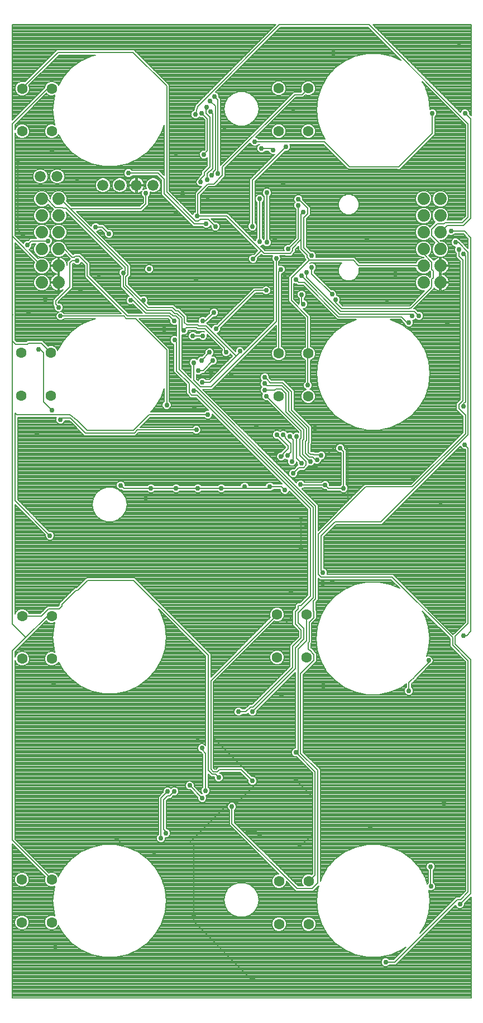
<source format=gbl>
G75*
%MOIN*%
%OFA0B0*%
%FSLAX25Y25*%
%IPPOS*%
%LPD*%
%AMOC8*
5,1,8,0,0,1.08239X$1,22.5*
%
%ADD10C,0.06600*%
%ADD11C,0.06299*%
%ADD12C,0.07400*%
%ADD13C,0.00787*%
%ADD14C,0.02978*%
D10*
X0107994Y0540794D03*
X0117994Y0540794D03*
X0127994Y0540794D03*
X0137994Y0540794D03*
X0080594Y0546094D03*
X0070594Y0546094D03*
D11*
X0077452Y0572998D03*
X0077452Y0598589D03*
X0059735Y0598589D03*
X0059735Y0572998D03*
X0059235Y0440656D03*
X0059235Y0415065D03*
X0076952Y0415065D03*
X0076952Y0440656D03*
X0077452Y0283589D03*
X0077452Y0257998D03*
X0059735Y0257998D03*
X0059735Y0283589D03*
X0059635Y0126089D03*
X0059635Y0100498D03*
X0077352Y0100498D03*
X0077352Y0126089D03*
X0211935Y0258798D03*
X0211935Y0284389D03*
X0229652Y0284389D03*
X0229652Y0258798D03*
X0230752Y0125089D03*
X0213035Y0125089D03*
X0213035Y0099498D03*
X0230752Y0099498D03*
X0230552Y0414728D03*
X0212835Y0414728D03*
X0212835Y0440318D03*
X0230552Y0440318D03*
X0230552Y0573098D03*
X0230552Y0598689D03*
X0212835Y0598689D03*
X0212835Y0573098D03*
D12*
X0299405Y0532683D03*
X0299405Y0522683D03*
X0299405Y0512683D03*
X0299405Y0502683D03*
X0299405Y0492683D03*
X0299405Y0482683D03*
X0309405Y0482683D03*
X0309405Y0492683D03*
X0309405Y0502683D03*
X0309405Y0512683D03*
X0309405Y0522683D03*
X0309405Y0532683D03*
X0081491Y0532683D03*
X0081491Y0522683D03*
X0081491Y0512683D03*
X0081491Y0502683D03*
X0081491Y0492683D03*
X0081491Y0482683D03*
X0071491Y0482683D03*
X0071491Y0492683D03*
X0071491Y0502683D03*
X0071491Y0512683D03*
X0071491Y0522683D03*
X0071491Y0532683D03*
D13*
X0053781Y0147497D02*
X0053781Y0055381D01*
X0327706Y0055381D01*
X0327706Y0115837D01*
X0323736Y0111867D01*
X0323736Y0110892D01*
X0323330Y0109911D01*
X0322579Y0109160D01*
X0321597Y0108754D01*
X0320535Y0108754D01*
X0319554Y0109160D01*
X0318803Y0109911D01*
X0318397Y0110890D01*
X0282711Y0075203D01*
X0278929Y0075203D01*
X0278240Y0074514D01*
X0277259Y0074108D01*
X0276196Y0074108D01*
X0275215Y0074514D01*
X0274464Y0075265D01*
X0274057Y0076247D01*
X0274057Y0077309D01*
X0274464Y0078290D01*
X0275215Y0079042D01*
X0276196Y0079448D01*
X0277259Y0079448D01*
X0278240Y0079042D01*
X0278929Y0078353D01*
X0281406Y0078353D01*
X0288894Y0085841D01*
X0286326Y0083975D01*
X0286326Y0083975D01*
X0279849Y0081091D01*
X0279849Y0081091D01*
X0272914Y0079617D01*
X0265824Y0079617D01*
X0258889Y0081091D01*
X0252413Y0083975D01*
X0246677Y0088142D01*
X0241933Y0093411D01*
X0241933Y0093411D01*
X0238388Y0099551D01*
X0238388Y0099551D01*
X0236197Y0106294D01*
X0236197Y0106294D01*
X0235456Y0113345D01*
X0235456Y0113345D01*
X0236197Y0120396D01*
X0236880Y0122499D01*
X0236829Y0122447D01*
X0233498Y0119117D01*
X0223225Y0119117D01*
X0222302Y0120039D01*
X0217366Y0124975D01*
X0217366Y0124228D01*
X0216707Y0122636D01*
X0215489Y0121418D01*
X0213897Y0120758D01*
X0212174Y0120758D01*
X0210582Y0121418D01*
X0209364Y0122636D01*
X0208705Y0124228D01*
X0208705Y0125950D01*
X0209364Y0127542D01*
X0210582Y0128760D01*
X0212174Y0129420D01*
X0212922Y0129420D01*
X0183420Y0158921D01*
X0183420Y0167490D01*
X0182732Y0168179D01*
X0182325Y0169160D01*
X0182325Y0170222D01*
X0182732Y0171204D01*
X0183483Y0171955D01*
X0184464Y0172361D01*
X0185526Y0172361D01*
X0186508Y0171955D01*
X0187259Y0171204D01*
X0187665Y0170222D01*
X0187665Y0169160D01*
X0187259Y0168179D01*
X0186570Y0167490D01*
X0186570Y0160226D01*
X0224529Y0122266D01*
X0227450Y0122266D01*
X0227081Y0122636D01*
X0226421Y0124228D01*
X0226421Y0125950D01*
X0227081Y0127542D01*
X0228299Y0128760D01*
X0229891Y0129420D01*
X0231613Y0129420D01*
X0232628Y0129000D01*
X0233027Y0129399D01*
X0233027Y0189905D01*
X0223627Y0199305D01*
X0222653Y0199305D01*
X0221672Y0199711D01*
X0220921Y0200462D01*
X0220514Y0201444D01*
X0220514Y0202506D01*
X0220921Y0203487D01*
X0221672Y0204238D01*
X0222653Y0204645D01*
X0222791Y0204645D01*
X0222791Y0249748D01*
X0199870Y0226827D01*
X0199870Y0225853D01*
X0199464Y0224872D01*
X0198712Y0224121D01*
X0197731Y0223714D01*
X0196669Y0223714D01*
X0195688Y0224121D01*
X0194936Y0224872D01*
X0194656Y0225550D01*
X0193915Y0224809D01*
X0191134Y0224809D01*
X0190445Y0224121D01*
X0189463Y0223714D01*
X0188401Y0223714D01*
X0187420Y0224121D01*
X0186669Y0224872D01*
X0186262Y0225853D01*
X0186262Y0226915D01*
X0186669Y0227897D01*
X0187420Y0228648D01*
X0188401Y0229054D01*
X0189463Y0229054D01*
X0190445Y0228648D01*
X0191134Y0227959D01*
X0192611Y0227959D01*
X0194444Y0229792D01*
X0195367Y0230715D01*
X0196941Y0230715D01*
X0219641Y0253415D01*
X0219641Y0266013D01*
X0224759Y0271131D01*
X0224759Y0274551D01*
X0222138Y0277172D01*
X0221216Y0278094D01*
X0221216Y0286879D01*
X0222791Y0288454D01*
X0222791Y0290029D01*
X0223184Y0290422D01*
X0224107Y0291345D01*
X0225682Y0291345D01*
X0230271Y0295934D01*
X0230271Y0346992D01*
X0219187Y0358076D01*
X0218857Y0357281D01*
X0218106Y0356530D01*
X0217125Y0356124D01*
X0216063Y0356124D01*
X0215081Y0356530D01*
X0214330Y0357281D01*
X0213924Y0358263D01*
X0213924Y0359219D01*
X0209795Y0359219D01*
X0209106Y0358530D01*
X0208125Y0358124D01*
X0207063Y0358124D01*
X0206833Y0358219D01*
X0193355Y0358219D01*
X0193125Y0358124D01*
X0192063Y0358124D01*
X0191833Y0358219D01*
X0180795Y0358219D01*
X0180106Y0357530D01*
X0179125Y0357124D01*
X0178063Y0357124D01*
X0177081Y0357530D01*
X0176392Y0358219D01*
X0166795Y0358219D01*
X0166106Y0357530D01*
X0165125Y0357124D01*
X0164063Y0357124D01*
X0163081Y0357530D01*
X0162392Y0358219D01*
X0153795Y0358219D01*
X0153106Y0357530D01*
X0152125Y0357124D01*
X0151063Y0357124D01*
X0150081Y0357530D01*
X0149392Y0358219D01*
X0138795Y0358219D01*
X0138106Y0357530D01*
X0137125Y0357124D01*
X0136063Y0357124D01*
X0135081Y0357530D01*
X0134392Y0358219D01*
X0119726Y0358219D01*
X0119037Y0358908D01*
X0118063Y0358908D01*
X0117081Y0359314D01*
X0116330Y0360065D01*
X0115924Y0361047D01*
X0115924Y0362109D01*
X0116330Y0363090D01*
X0117081Y0363842D01*
X0118063Y0364248D01*
X0119125Y0364248D01*
X0120106Y0363842D01*
X0120857Y0363090D01*
X0121264Y0362109D01*
X0121264Y0361368D01*
X0134392Y0361368D01*
X0135081Y0362057D01*
X0136063Y0362464D01*
X0137125Y0362464D01*
X0138106Y0362057D01*
X0138795Y0361368D01*
X0149392Y0361368D01*
X0150081Y0362057D01*
X0151063Y0362464D01*
X0152125Y0362464D01*
X0153106Y0362057D01*
X0153795Y0361368D01*
X0162392Y0361368D01*
X0163081Y0362057D01*
X0164063Y0362464D01*
X0165125Y0362464D01*
X0166106Y0362057D01*
X0166795Y0361368D01*
X0176392Y0361368D01*
X0177081Y0362057D01*
X0178063Y0362464D01*
X0179125Y0362464D01*
X0180106Y0362057D01*
X0180795Y0361368D01*
X0189942Y0361368D01*
X0190330Y0362306D01*
X0191081Y0363057D01*
X0192063Y0363464D01*
X0193125Y0363464D01*
X0194106Y0363057D01*
X0194857Y0362306D01*
X0195246Y0361368D01*
X0204942Y0361368D01*
X0205330Y0362306D01*
X0206081Y0363057D01*
X0207063Y0363464D01*
X0208125Y0363464D01*
X0209106Y0363057D01*
X0209795Y0362368D01*
X0214894Y0362368D01*
X0173264Y0403999D01*
X0173264Y0403263D01*
X0172857Y0402281D01*
X0172106Y0401530D01*
X0171125Y0401124D01*
X0170063Y0401124D01*
X0169081Y0401530D01*
X0168392Y0402219D01*
X0136089Y0402219D01*
X0130127Y0396257D01*
X0161504Y0396257D01*
X0162192Y0396946D01*
X0163174Y0397352D01*
X0164236Y0397352D01*
X0165217Y0396946D01*
X0165969Y0396195D01*
X0166375Y0395214D01*
X0166375Y0394151D01*
X0165969Y0393170D01*
X0165217Y0392419D01*
X0164236Y0392012D01*
X0163174Y0392012D01*
X0162192Y0392419D01*
X0161504Y0393108D01*
X0129205Y0393108D01*
X0127340Y0391243D01*
X0096918Y0391243D01*
X0089192Y0398968D01*
X0087889Y0400062D01*
X0085181Y0400062D01*
X0084857Y0399281D01*
X0084106Y0398530D01*
X0083125Y0398124D01*
X0082063Y0398124D01*
X0081081Y0398530D01*
X0080330Y0399281D01*
X0079924Y0400263D01*
X0079924Y0401325D01*
X0080294Y0402219D01*
X0057043Y0402219D01*
X0057043Y0353021D01*
X0075891Y0334172D01*
X0076865Y0334172D01*
X0077846Y0333766D01*
X0078597Y0333015D01*
X0079004Y0332033D01*
X0079004Y0330971D01*
X0078597Y0329990D01*
X0077846Y0329239D01*
X0076865Y0328832D01*
X0075803Y0328832D01*
X0074821Y0329239D01*
X0074070Y0329990D01*
X0073664Y0330971D01*
X0073664Y0331945D01*
X0055468Y0350141D01*
X0055468Y0284602D01*
X0056064Y0286042D01*
X0057282Y0287260D01*
X0058874Y0287920D01*
X0060597Y0287920D01*
X0062189Y0287260D01*
X0063407Y0286042D01*
X0063771Y0285164D01*
X0070675Y0285164D01*
X0075006Y0289494D01*
X0081304Y0289494D01*
X0081901Y0290091D01*
X0081901Y0291025D01*
X0090240Y0299364D01*
X0091162Y0300286D01*
X0091941Y0300286D01*
X0092308Y0300498D01*
X0098123Y0306313D01*
X0126978Y0306313D01*
X0127901Y0305391D01*
X0127901Y0305391D01*
X0171474Y0261817D01*
X0171474Y0261817D01*
X0172397Y0260895D01*
X0172397Y0247115D01*
X0207957Y0282676D01*
X0207605Y0283528D01*
X0207605Y0285250D01*
X0208264Y0286842D01*
X0209482Y0288060D01*
X0211074Y0288720D01*
X0212797Y0288720D01*
X0214389Y0288060D01*
X0215607Y0286842D01*
X0216266Y0285250D01*
X0216266Y0283528D01*
X0215607Y0281936D01*
X0214389Y0280718D01*
X0212797Y0280058D01*
X0211074Y0280058D01*
X0210169Y0280433D01*
X0173972Y0244236D01*
X0173972Y0192785D01*
X0174624Y0192132D01*
X0175682Y0192132D01*
X0176863Y0193313D01*
X0191159Y0193313D01*
X0192082Y0192391D01*
X0196757Y0187716D01*
X0197731Y0187716D01*
X0198712Y0187309D01*
X0199464Y0186558D01*
X0199870Y0185577D01*
X0199870Y0184515D01*
X0199464Y0183533D01*
X0198712Y0182782D01*
X0197731Y0182376D01*
X0196669Y0182376D01*
X0195688Y0182782D01*
X0194936Y0183533D01*
X0194530Y0184515D01*
X0194530Y0185489D01*
X0189855Y0190164D01*
X0178167Y0190164D01*
X0177909Y0189905D01*
X0177677Y0189674D01*
X0178634Y0189278D01*
X0179385Y0188527D01*
X0179791Y0187545D01*
X0179791Y0186483D01*
X0179385Y0185502D01*
X0178634Y0184751D01*
X0177652Y0184344D01*
X0176590Y0184344D01*
X0175609Y0184751D01*
X0174858Y0185502D01*
X0174451Y0186483D01*
X0174451Y0187408D01*
X0172532Y0187408D01*
X0170822Y0189118D01*
X0170822Y0181341D01*
X0171511Y0180653D01*
X0171917Y0179671D01*
X0171917Y0178609D01*
X0171511Y0177628D01*
X0170760Y0176877D01*
X0169778Y0176470D01*
X0169394Y0176470D01*
X0169542Y0176322D01*
X0169949Y0175341D01*
X0169949Y0174278D01*
X0169542Y0173297D01*
X0168791Y0172546D01*
X0167810Y0172139D01*
X0166748Y0172139D01*
X0165766Y0172546D01*
X0165015Y0173297D01*
X0164609Y0174278D01*
X0164609Y0175252D01*
X0160241Y0179620D01*
X0159267Y0179620D01*
X0158286Y0180026D01*
X0157535Y0180777D01*
X0157128Y0181759D01*
X0157128Y0182821D01*
X0157535Y0183802D01*
X0158286Y0184553D01*
X0159267Y0184960D01*
X0160330Y0184960D01*
X0161311Y0184553D01*
X0162062Y0183802D01*
X0162468Y0182821D01*
X0162468Y0181847D01*
X0166836Y0177480D01*
X0167132Y0177480D01*
X0166984Y0177628D01*
X0166577Y0178609D01*
X0166577Y0179671D01*
X0166984Y0180653D01*
X0167672Y0181341D01*
X0167672Y0200779D01*
X0166491Y0201961D01*
X0165554Y0202349D01*
X0164803Y0203100D01*
X0164396Y0204081D01*
X0164396Y0205144D01*
X0164803Y0206125D01*
X0165554Y0206876D01*
X0166535Y0207283D01*
X0167597Y0207283D01*
X0168579Y0206876D01*
X0169247Y0206208D01*
X0169247Y0259590D01*
X0141029Y0287809D01*
X0142870Y0284619D01*
X0142870Y0284619D01*
X0145061Y0277876D01*
X0145061Y0277876D01*
X0145802Y0270825D01*
X0145061Y0263774D01*
X0145061Y0263774D01*
X0142870Y0257031D01*
X0142870Y0257031D01*
X0139325Y0250891D01*
X0139325Y0250891D01*
X0134581Y0245623D01*
X0134581Y0245623D01*
X0134581Y0245623D01*
X0128846Y0241455D01*
X0128846Y0241455D01*
X0122369Y0238572D01*
X0122369Y0238572D01*
X0115434Y0237098D01*
X0108344Y0237098D01*
X0101409Y0238572D01*
X0094932Y0241455D01*
X0089197Y0245623D01*
X0084452Y0250891D01*
X0084452Y0250891D01*
X0081392Y0256193D01*
X0081123Y0255545D01*
X0079905Y0254327D01*
X0078313Y0253668D01*
X0076591Y0253668D01*
X0074999Y0254327D01*
X0073781Y0255545D01*
X0073121Y0257137D01*
X0073121Y0258860D01*
X0073781Y0260452D01*
X0074999Y0261670D01*
X0076591Y0262329D01*
X0078313Y0262329D01*
X0079322Y0261911D01*
X0078717Y0263774D01*
X0078717Y0263774D01*
X0077976Y0270825D01*
X0077976Y0270825D01*
X0078717Y0277876D01*
X0078717Y0277876D01*
X0079298Y0279666D01*
X0078313Y0279258D01*
X0076591Y0279258D01*
X0074999Y0279918D01*
X0074216Y0280701D01*
X0063539Y0270023D01*
X0055468Y0261952D01*
X0055468Y0259012D01*
X0056064Y0260452D01*
X0057282Y0261670D01*
X0058874Y0262329D01*
X0060597Y0262329D01*
X0062189Y0261670D01*
X0063407Y0260452D01*
X0064066Y0258860D01*
X0064066Y0257137D01*
X0063407Y0255545D01*
X0062189Y0254327D01*
X0060597Y0253668D01*
X0058874Y0253668D01*
X0057282Y0254327D01*
X0056064Y0255545D01*
X0055468Y0256985D01*
X0055468Y0150265D01*
X0075658Y0130075D01*
X0076491Y0130420D01*
X0078213Y0130420D01*
X0079805Y0129760D01*
X0081023Y0128542D01*
X0081313Y0127842D01*
X0084452Y0133279D01*
X0084452Y0133279D01*
X0089196Y0138547D01*
X0089196Y0138547D01*
X0089197Y0138547D01*
X0094932Y0142715D01*
X0094932Y0142715D01*
X0101409Y0145598D01*
X0101409Y0145598D01*
X0108344Y0147072D01*
X0115434Y0147072D01*
X0122369Y0145598D01*
X0122369Y0145598D01*
X0128846Y0142715D01*
X0128846Y0142715D01*
X0134581Y0138547D01*
X0134581Y0138547D01*
X0139325Y0133279D01*
X0139325Y0133279D01*
X0142870Y0127139D01*
X0142870Y0127139D01*
X0145061Y0120396D01*
X0145061Y0120396D01*
X0145802Y0113345D01*
X0145802Y0113345D01*
X0145061Y0106294D01*
X0142870Y0099551D01*
X0139325Y0093411D01*
X0134581Y0088142D01*
X0134581Y0088142D01*
X0128846Y0083975D01*
X0122369Y0081091D01*
X0122369Y0081091D01*
X0115434Y0079617D01*
X0108344Y0079617D01*
X0101409Y0081091D01*
X0101409Y0081091D01*
X0094932Y0083975D01*
X0094932Y0083975D01*
X0089197Y0088142D01*
X0089196Y0088142D01*
X0084452Y0093411D01*
X0084452Y0093411D01*
X0081338Y0098805D01*
X0081023Y0098045D01*
X0079805Y0096827D01*
X0078213Y0096168D01*
X0076491Y0096168D01*
X0074899Y0096827D01*
X0073681Y0098045D01*
X0073021Y0099637D01*
X0073021Y0101360D01*
X0073681Y0102952D01*
X0074899Y0104170D01*
X0076491Y0104829D01*
X0078213Y0104829D01*
X0079345Y0104360D01*
X0078717Y0106294D01*
X0078717Y0106294D01*
X0077976Y0113345D01*
X0077976Y0113345D01*
X0078717Y0120396D01*
X0078717Y0120396D01*
X0079306Y0122211D01*
X0078213Y0121758D01*
X0076491Y0121758D01*
X0074899Y0122418D01*
X0073681Y0123636D01*
X0073021Y0125228D01*
X0073021Y0126950D01*
X0073404Y0127874D01*
X0053781Y0147497D01*
X0053781Y0147461D02*
X0053817Y0147461D01*
X0053781Y0146675D02*
X0054603Y0146675D01*
X0055389Y0145889D02*
X0053781Y0145889D01*
X0053781Y0145103D02*
X0056175Y0145103D01*
X0056961Y0144317D02*
X0053781Y0144317D01*
X0053781Y0143531D02*
X0057747Y0143531D01*
X0058533Y0142746D02*
X0053781Y0142746D01*
X0053781Y0141960D02*
X0059319Y0141960D01*
X0060105Y0141174D02*
X0053781Y0141174D01*
X0053781Y0140388D02*
X0060891Y0140388D01*
X0061677Y0139602D02*
X0053781Y0139602D01*
X0053781Y0138816D02*
X0062462Y0138816D01*
X0063248Y0138030D02*
X0053781Y0138030D01*
X0053781Y0137244D02*
X0064034Y0137244D01*
X0064820Y0136458D02*
X0053781Y0136458D01*
X0053781Y0135672D02*
X0065606Y0135672D01*
X0066392Y0134886D02*
X0053781Y0134886D01*
X0053781Y0134100D02*
X0067178Y0134100D01*
X0067964Y0133315D02*
X0053781Y0133315D01*
X0053781Y0132529D02*
X0068750Y0132529D01*
X0069536Y0131743D02*
X0053781Y0131743D01*
X0053781Y0130957D02*
X0070322Y0130957D01*
X0071107Y0130171D02*
X0061097Y0130171D01*
X0060497Y0130420D02*
X0062089Y0129760D01*
X0063307Y0128542D01*
X0063966Y0126950D01*
X0063966Y0125228D01*
X0063307Y0123636D01*
X0062089Y0122418D01*
X0060497Y0121758D01*
X0058774Y0121758D01*
X0057182Y0122418D01*
X0055964Y0123636D01*
X0055305Y0125228D01*
X0055305Y0126950D01*
X0055964Y0128542D01*
X0057182Y0129760D01*
X0058774Y0130420D01*
X0060497Y0130420D01*
X0062464Y0129385D02*
X0071893Y0129385D01*
X0072679Y0128599D02*
X0063250Y0128599D01*
X0063609Y0127813D02*
X0073379Y0127813D01*
X0073053Y0127027D02*
X0063934Y0127027D01*
X0063966Y0126241D02*
X0073021Y0126241D01*
X0073021Y0125455D02*
X0063966Y0125455D01*
X0063735Y0124670D02*
X0073252Y0124670D01*
X0073578Y0123884D02*
X0063409Y0123884D01*
X0062769Y0123098D02*
X0074219Y0123098D01*
X0075154Y0122312D02*
X0061833Y0122312D01*
X0057438Y0122312D02*
X0053781Y0122312D01*
X0053781Y0123098D02*
X0056502Y0123098D01*
X0055861Y0123884D02*
X0053781Y0123884D01*
X0053781Y0124670D02*
X0055536Y0124670D01*
X0055305Y0125455D02*
X0053781Y0125455D01*
X0053781Y0126241D02*
X0055305Y0126241D01*
X0055337Y0127027D02*
X0053781Y0127027D01*
X0053781Y0127813D02*
X0055662Y0127813D01*
X0056021Y0128599D02*
X0053781Y0128599D01*
X0053781Y0129385D02*
X0056807Y0129385D01*
X0058173Y0130171D02*
X0053781Y0130171D01*
X0053781Y0121526D02*
X0079084Y0121526D01*
X0078828Y0120740D02*
X0053781Y0120740D01*
X0053781Y0119954D02*
X0078670Y0119954D01*
X0078588Y0119168D02*
X0053781Y0119168D01*
X0053781Y0118382D02*
X0078505Y0118382D01*
X0078422Y0117596D02*
X0053781Y0117596D01*
X0053781Y0116810D02*
X0078340Y0116810D01*
X0078257Y0116024D02*
X0053781Y0116024D01*
X0053781Y0115239D02*
X0078175Y0115239D01*
X0078092Y0114453D02*
X0053781Y0114453D01*
X0053781Y0113667D02*
X0078009Y0113667D01*
X0078024Y0112881D02*
X0053781Y0112881D01*
X0053781Y0112095D02*
X0078107Y0112095D01*
X0078190Y0111309D02*
X0053781Y0111309D01*
X0053781Y0110523D02*
X0078272Y0110523D01*
X0078355Y0109737D02*
X0053781Y0109737D01*
X0053781Y0108951D02*
X0078437Y0108951D01*
X0078520Y0108165D02*
X0053781Y0108165D01*
X0053781Y0107379D02*
X0078603Y0107379D01*
X0078685Y0106594D02*
X0053781Y0106594D01*
X0053781Y0105808D02*
X0078875Y0105808D01*
X0079130Y0105022D02*
X0053781Y0105022D01*
X0053781Y0104236D02*
X0057342Y0104236D01*
X0057182Y0104170D02*
X0055964Y0102952D01*
X0055305Y0101360D01*
X0055305Y0099637D01*
X0055964Y0098045D01*
X0057182Y0096827D01*
X0058774Y0096168D01*
X0060497Y0096168D01*
X0062089Y0096827D01*
X0063307Y0098045D01*
X0063966Y0099637D01*
X0063966Y0101360D01*
X0063307Y0102952D01*
X0062089Y0104170D01*
X0060497Y0104829D01*
X0058774Y0104829D01*
X0057182Y0104170D01*
X0056462Y0103450D02*
X0053781Y0103450D01*
X0053781Y0102664D02*
X0055845Y0102664D01*
X0055519Y0101878D02*
X0053781Y0101878D01*
X0053781Y0101092D02*
X0055305Y0101092D01*
X0055305Y0100306D02*
X0053781Y0100306D01*
X0053781Y0099520D02*
X0055353Y0099520D01*
X0055679Y0098734D02*
X0053781Y0098734D01*
X0053781Y0097948D02*
X0056061Y0097948D01*
X0056847Y0097163D02*
X0053781Y0097163D01*
X0053781Y0096377D02*
X0058270Y0096377D01*
X0061001Y0096377D02*
X0075986Y0096377D01*
X0074563Y0097163D02*
X0062424Y0097163D01*
X0063210Y0097948D02*
X0073777Y0097948D01*
X0073395Y0098734D02*
X0063592Y0098734D01*
X0063918Y0099520D02*
X0073070Y0099520D01*
X0073021Y0100306D02*
X0063966Y0100306D01*
X0063966Y0101092D02*
X0073021Y0101092D01*
X0073236Y0101878D02*
X0063751Y0101878D01*
X0063426Y0102664D02*
X0073561Y0102664D01*
X0074179Y0103450D02*
X0062809Y0103450D01*
X0061929Y0104236D02*
X0075058Y0104236D01*
X0078718Y0096377D02*
X0082740Y0096377D01*
X0082287Y0097163D02*
X0080141Y0097163D01*
X0080927Y0097948D02*
X0081833Y0097948D01*
X0081379Y0098734D02*
X0081309Y0098734D01*
X0083194Y0095591D02*
X0053781Y0095591D01*
X0053781Y0094805D02*
X0083648Y0094805D01*
X0084102Y0094019D02*
X0053781Y0094019D01*
X0053781Y0093233D02*
X0084613Y0093233D01*
X0085320Y0092447D02*
X0053781Y0092447D01*
X0053781Y0091661D02*
X0086028Y0091661D01*
X0086736Y0090875D02*
X0053781Y0090875D01*
X0053781Y0090089D02*
X0087443Y0090089D01*
X0088151Y0089303D02*
X0053781Y0089303D01*
X0053781Y0088518D02*
X0088859Y0088518D01*
X0089762Y0087732D02*
X0053781Y0087732D01*
X0053781Y0086946D02*
X0090844Y0086946D01*
X0091925Y0086160D02*
X0053781Y0086160D01*
X0053781Y0085374D02*
X0093007Y0085374D01*
X0094089Y0084588D02*
X0053781Y0084588D01*
X0053781Y0083802D02*
X0095321Y0083802D01*
X0097086Y0083016D02*
X0053781Y0083016D01*
X0053781Y0082230D02*
X0098851Y0082230D01*
X0100616Y0081444D02*
X0053781Y0081444D01*
X0053781Y0080658D02*
X0103446Y0080658D01*
X0107143Y0079872D02*
X0053781Y0079872D01*
X0053781Y0079087D02*
X0275324Y0079087D01*
X0274474Y0078301D02*
X0053781Y0078301D01*
X0053781Y0077515D02*
X0274143Y0077515D01*
X0274057Y0076729D02*
X0053781Y0076729D01*
X0053781Y0075943D02*
X0274183Y0075943D01*
X0274572Y0075157D02*
X0053781Y0075157D01*
X0053781Y0074371D02*
X0275561Y0074371D01*
X0277894Y0074371D02*
X0327706Y0074371D01*
X0327706Y0073585D02*
X0053781Y0073585D01*
X0053781Y0072799D02*
X0327706Y0072799D01*
X0327706Y0072013D02*
X0053781Y0072013D01*
X0053781Y0071227D02*
X0327706Y0071227D01*
X0327706Y0070442D02*
X0053781Y0070442D01*
X0053781Y0069656D02*
X0327706Y0069656D01*
X0327706Y0068870D02*
X0053781Y0068870D01*
X0053781Y0068084D02*
X0327706Y0068084D01*
X0327706Y0067298D02*
X0053781Y0067298D01*
X0053781Y0066512D02*
X0327706Y0066512D01*
X0327706Y0065726D02*
X0053781Y0065726D01*
X0053781Y0064940D02*
X0327706Y0064940D01*
X0327706Y0064154D02*
X0053781Y0064154D01*
X0053781Y0063368D02*
X0327706Y0063368D01*
X0327706Y0062582D02*
X0053781Y0062582D01*
X0053781Y0061796D02*
X0327706Y0061796D01*
X0327706Y0061011D02*
X0053781Y0061011D01*
X0053781Y0060225D02*
X0327706Y0060225D01*
X0327706Y0059439D02*
X0053781Y0059439D01*
X0053781Y0058653D02*
X0327706Y0058653D01*
X0327706Y0057867D02*
X0053781Y0057867D01*
X0053781Y0057081D02*
X0327706Y0057081D01*
X0327706Y0056295D02*
X0053781Y0056295D01*
X0053781Y0055509D02*
X0327706Y0055509D01*
X0327706Y0075157D02*
X0278883Y0075157D01*
X0276728Y0076778D02*
X0282058Y0076778D01*
X0319460Y0114180D01*
X0321460Y0114180D01*
X0325940Y0118660D01*
X0325940Y0256731D01*
X0316735Y0265935D01*
X0316735Y0270628D01*
X0280665Y0306699D01*
X0238145Y0306699D01*
X0236570Y0308274D01*
X0236570Y0332290D01*
X0264917Y0360636D01*
X0292476Y0360636D01*
X0324365Y0392526D01*
X0324365Y0403550D01*
X0320428Y0407487D01*
X0320428Y0409855D01*
X0322791Y0412218D01*
X0322791Y0496230D01*
X0320514Y0498507D01*
X0320514Y0502283D01*
X0320428Y0502369D01*
X0317998Y0503480D02*
X0314286Y0503480D01*
X0314286Y0503654D02*
X0313543Y0505448D01*
X0312170Y0506821D01*
X0310376Y0507565D01*
X0309585Y0507565D01*
X0309348Y0507802D01*
X0310376Y0507802D01*
X0312170Y0508545D01*
X0313543Y0509919D01*
X0314087Y0511233D01*
X0314191Y0511129D01*
X0315173Y0510722D01*
X0316235Y0510722D01*
X0317216Y0511129D01*
X0317905Y0511817D01*
X0323052Y0511817D01*
X0325940Y0508929D01*
X0325940Y0503021D01*
X0320687Y0508274D01*
X0320661Y0508274D01*
X0319972Y0508963D01*
X0318991Y0509369D01*
X0317929Y0509369D01*
X0316947Y0508963D01*
X0316196Y0508212D01*
X0315790Y0507230D01*
X0315790Y0506168D01*
X0316196Y0505187D01*
X0316947Y0504436D01*
X0317929Y0504029D01*
X0318313Y0504029D01*
X0318165Y0503881D01*
X0317758Y0502900D01*
X0317758Y0501837D01*
X0318165Y0500856D01*
X0318916Y0500105D01*
X0318939Y0500095D01*
X0318939Y0497854D01*
X0321216Y0495578D01*
X0321216Y0412870D01*
X0318854Y0410508D01*
X0318854Y0406834D01*
X0319776Y0405912D01*
X0322791Y0402897D01*
X0322791Y0393178D01*
X0291823Y0362211D01*
X0264264Y0362211D01*
X0263342Y0361289D01*
X0236570Y0334517D01*
X0236570Y0349871D01*
X0226843Y0359598D01*
X0227408Y0359832D01*
X0227795Y0360219D01*
X0238392Y0360219D01*
X0239081Y0359530D01*
X0240063Y0359124D01*
X0241037Y0359124D01*
X0241941Y0358219D01*
X0249392Y0358219D01*
X0250081Y0357530D01*
X0251063Y0357124D01*
X0252125Y0357124D01*
X0253106Y0357530D01*
X0253857Y0358281D01*
X0254264Y0359263D01*
X0254264Y0360325D01*
X0253857Y0361306D01*
X0253168Y0361995D01*
X0253168Y0382446D01*
X0252264Y0383351D01*
X0252264Y0384325D01*
X0251857Y0385306D01*
X0251106Y0386057D01*
X0250125Y0386464D01*
X0249063Y0386464D01*
X0248081Y0386057D01*
X0247330Y0385306D01*
X0246924Y0384325D01*
X0246924Y0383263D01*
X0247330Y0382281D01*
X0248081Y0381530D01*
X0249063Y0381124D01*
X0250019Y0381124D01*
X0250019Y0361995D01*
X0249392Y0361368D01*
X0243264Y0361368D01*
X0243264Y0362325D01*
X0242857Y0363306D01*
X0242106Y0364057D01*
X0241125Y0364464D01*
X0240063Y0364464D01*
X0239081Y0364057D01*
X0238392Y0363368D01*
X0228258Y0363368D01*
X0228159Y0363608D01*
X0227408Y0364359D01*
X0226426Y0364765D01*
X0225364Y0364765D01*
X0224383Y0364359D01*
X0223632Y0363608D01*
X0223398Y0363043D01*
X0167537Y0418904D01*
X0173049Y0418904D01*
X0211373Y0457228D01*
X0211373Y0444400D01*
X0210382Y0443989D01*
X0209164Y0442771D01*
X0208505Y0441180D01*
X0208505Y0439457D01*
X0209164Y0437865D01*
X0210382Y0436647D01*
X0211974Y0435987D01*
X0213697Y0435987D01*
X0215289Y0436647D01*
X0216507Y0437865D01*
X0217166Y0439457D01*
X0217166Y0441180D01*
X0216507Y0442771D01*
X0215289Y0443989D01*
X0214523Y0444307D01*
X0214523Y0487887D01*
X0214660Y0487887D01*
X0215642Y0488294D01*
X0216393Y0489045D01*
X0216799Y0490026D01*
X0216799Y0491089D01*
X0216393Y0492070D01*
X0215642Y0492821D01*
X0214660Y0493228D01*
X0213598Y0493228D01*
X0212948Y0492958D01*
X0212948Y0495049D01*
X0213637Y0495738D01*
X0214043Y0496719D01*
X0214043Y0497782D01*
X0213675Y0498672D01*
X0216713Y0498672D01*
X0216835Y0498549D01*
X0220352Y0498549D01*
X0221916Y0500113D01*
X0222839Y0501035D01*
X0222839Y0502584D01*
X0224759Y0504505D01*
X0224759Y0502120D01*
X0228349Y0498530D01*
X0228349Y0496981D01*
X0229046Y0496284D01*
X0219776Y0487014D01*
X0218854Y0486092D01*
X0218854Y0471401D01*
X0228696Y0461559D01*
X0228696Y0444237D01*
X0228099Y0443989D01*
X0226881Y0442771D01*
X0226221Y0441180D01*
X0226221Y0439457D01*
X0226881Y0437865D01*
X0228099Y0436647D01*
X0228696Y0436399D01*
X0228696Y0423467D01*
X0228007Y0422779D01*
X0227601Y0421797D01*
X0227601Y0420735D01*
X0228007Y0419754D01*
X0228758Y0419003D01*
X0229157Y0418837D01*
X0228099Y0418399D01*
X0226881Y0417181D01*
X0226221Y0415589D01*
X0226221Y0413866D01*
X0226881Y0412274D01*
X0228099Y0411056D01*
X0229691Y0410397D01*
X0231413Y0410397D01*
X0233005Y0411056D01*
X0234223Y0412274D01*
X0234883Y0413866D01*
X0234883Y0415589D01*
X0234223Y0417181D01*
X0233005Y0418399D01*
X0231666Y0418954D01*
X0231783Y0419003D01*
X0232534Y0419754D01*
X0232941Y0420735D01*
X0232941Y0421797D01*
X0232534Y0422779D01*
X0231846Y0423467D01*
X0231846Y0436166D01*
X0233005Y0436647D01*
X0234223Y0437865D01*
X0234883Y0439457D01*
X0234883Y0441180D01*
X0234223Y0442771D01*
X0233005Y0443989D01*
X0231846Y0444470D01*
X0231846Y0462863D01*
X0230923Y0463786D01*
X0227585Y0467124D01*
X0228125Y0467124D01*
X0229106Y0467530D01*
X0229857Y0468281D01*
X0230264Y0469263D01*
X0230264Y0470325D01*
X0229857Y0471306D01*
X0229106Y0472057D01*
X0228168Y0472446D01*
X0228168Y0473263D01*
X0228857Y0473951D01*
X0229264Y0474933D01*
X0229264Y0475995D01*
X0228857Y0476976D01*
X0228106Y0477727D01*
X0227125Y0478134D01*
X0226063Y0478134D01*
X0225081Y0477727D01*
X0224330Y0476976D01*
X0223924Y0475995D01*
X0223924Y0474933D01*
X0224330Y0473951D01*
X0225019Y0473263D01*
X0225019Y0470555D01*
X0224924Y0470325D01*
X0224924Y0469785D01*
X0222003Y0472706D01*
X0222003Y0482103D01*
X0222738Y0481799D01*
X0223712Y0481799D01*
X0224291Y0481219D01*
X0227389Y0481219D01*
X0247964Y0460644D01*
X0259290Y0460644D01*
X0258889Y0460559D01*
X0252413Y0457675D01*
X0246677Y0453508D01*
X0241933Y0448239D01*
X0238388Y0442099D01*
X0236197Y0435356D01*
X0235456Y0428306D01*
X0235456Y0428305D01*
X0236197Y0421255D01*
X0236197Y0421255D01*
X0238388Y0414512D01*
X0238388Y0414512D01*
X0241933Y0408372D01*
X0241933Y0408372D01*
X0246677Y0403103D01*
X0252413Y0398936D01*
X0258889Y0396052D01*
X0258889Y0396052D01*
X0265824Y0394578D01*
X0272914Y0394578D01*
X0279849Y0396052D01*
X0279849Y0396052D01*
X0286326Y0398936D01*
X0292062Y0403103D01*
X0296806Y0408372D01*
X0300351Y0414512D01*
X0302542Y0421255D01*
X0303283Y0428306D01*
X0302542Y0435356D01*
X0302542Y0435356D01*
X0300351Y0442099D01*
X0300351Y0442099D01*
X0296806Y0448239D01*
X0296806Y0448239D01*
X0292062Y0453508D01*
X0292062Y0453508D01*
X0286326Y0457675D01*
X0279849Y0460559D01*
X0279449Y0460644D01*
X0285516Y0460644D01*
X0287942Y0458218D01*
X0288330Y0457281D01*
X0289081Y0456530D01*
X0290063Y0456124D01*
X0291125Y0456124D01*
X0292106Y0456530D01*
X0292857Y0457281D01*
X0293264Y0458263D01*
X0293264Y0459325D01*
X0292933Y0460124D01*
X0293125Y0460124D01*
X0294106Y0460530D01*
X0294594Y0461018D01*
X0295081Y0460530D01*
X0296063Y0460124D01*
X0297125Y0460124D01*
X0298106Y0460530D01*
X0298857Y0461281D01*
X0299264Y0462263D01*
X0299264Y0463325D01*
X0298857Y0464306D01*
X0298106Y0465057D01*
X0297125Y0465464D01*
X0296063Y0465464D01*
X0295967Y0465424D01*
X0294352Y0467039D01*
X0293625Y0467039D01*
X0304545Y0477959D01*
X0305468Y0478882D01*
X0305468Y0479275D01*
X0305539Y0479346D01*
X0306086Y0478798D01*
X0306735Y0478327D01*
X0307449Y0477963D01*
X0308212Y0477715D01*
X0309004Y0477590D01*
X0309011Y0477590D01*
X0309011Y0482290D01*
X0309798Y0482290D01*
X0309798Y0477590D01*
X0309806Y0477590D01*
X0310598Y0477715D01*
X0311360Y0477963D01*
X0312074Y0478327D01*
X0312723Y0478798D01*
X0313290Y0479365D01*
X0313761Y0480014D01*
X0314125Y0480728D01*
X0314373Y0481491D01*
X0314498Y0482283D01*
X0314498Y0482290D01*
X0309798Y0482290D01*
X0309798Y0483077D01*
X0309011Y0483077D01*
X0309011Y0487777D01*
X0309011Y0492290D01*
X0309798Y0492290D01*
X0309798Y0483077D01*
X0314498Y0483077D01*
X0314498Y0483084D01*
X0314373Y0483876D01*
X0314125Y0484639D01*
X0313761Y0485353D01*
X0313290Y0486002D01*
X0312723Y0486569D01*
X0312074Y0487040D01*
X0311360Y0487404D01*
X0310598Y0487652D01*
X0310397Y0487683D01*
X0310598Y0487715D01*
X0311360Y0487963D01*
X0312074Y0488327D01*
X0312723Y0488798D01*
X0313290Y0489365D01*
X0313761Y0490014D01*
X0314125Y0490728D01*
X0314373Y0491491D01*
X0314498Y0492283D01*
X0314498Y0492290D01*
X0309798Y0492290D01*
X0309798Y0493077D01*
X0309011Y0493077D01*
X0309011Y0497777D01*
X0309004Y0497777D01*
X0308212Y0497652D01*
X0307449Y0497404D01*
X0306735Y0497040D01*
X0306086Y0496569D01*
X0305519Y0496002D01*
X0305469Y0495933D01*
X0302513Y0498889D01*
X0303543Y0499919D01*
X0304286Y0501713D01*
X0304286Y0503654D01*
X0303543Y0505448D01*
X0302170Y0506821D01*
X0300376Y0507565D01*
X0298434Y0507565D01*
X0296640Y0506821D01*
X0295267Y0505448D01*
X0294524Y0503654D01*
X0294524Y0501713D01*
X0295267Y0499919D01*
X0296640Y0498545D01*
X0298434Y0497802D01*
X0299145Y0497802D01*
X0299383Y0497565D01*
X0298434Y0497565D01*
X0296640Y0496821D01*
X0295267Y0495448D01*
X0294872Y0494494D01*
X0261238Y0494494D01*
X0259011Y0496722D01*
X0258089Y0497644D01*
X0235030Y0497644D01*
X0235264Y0498208D01*
X0235264Y0499270D01*
X0234857Y0500252D01*
X0234106Y0501003D01*
X0233125Y0501409D01*
X0232151Y0501409D01*
X0229483Y0504077D01*
X0229483Y0520775D01*
X0230837Y0522129D01*
X0231760Y0523051D01*
X0231760Y0527631D01*
X0230837Y0528553D01*
X0227264Y0532127D01*
X0227264Y0533090D01*
X0226857Y0534072D01*
X0226106Y0534823D01*
X0225125Y0535229D01*
X0224063Y0535229D01*
X0223081Y0534823D01*
X0222330Y0534072D01*
X0221924Y0533090D01*
X0221924Y0532028D01*
X0222330Y0531047D01*
X0222700Y0530676D01*
X0222330Y0530306D01*
X0221924Y0529325D01*
X0221924Y0528263D01*
X0222330Y0527281D01*
X0223019Y0526592D01*
X0223019Y0509446D01*
X0219037Y0505464D01*
X0218063Y0505464D01*
X0217081Y0505057D01*
X0216330Y0504306D01*
X0215924Y0503325D01*
X0215924Y0502263D01*
X0216106Y0501821D01*
X0204699Y0501821D01*
X0204090Y0502430D01*
X0204090Y0502430D01*
X0203167Y0503353D01*
X0202087Y0504433D01*
X0203043Y0504829D01*
X0203540Y0505326D01*
X0203598Y0505187D01*
X0204349Y0504436D01*
X0205330Y0504029D01*
X0206393Y0504029D01*
X0207374Y0504436D01*
X0208125Y0505187D01*
X0208531Y0506168D01*
X0208531Y0507230D01*
X0208125Y0508212D01*
X0207436Y0508900D01*
X0207436Y0534151D01*
X0208125Y0534840D01*
X0208531Y0535822D01*
X0208531Y0536884D01*
X0208125Y0537865D01*
X0207374Y0538616D01*
X0206393Y0539023D01*
X0205330Y0539023D01*
X0204349Y0538616D01*
X0203598Y0537865D01*
X0203191Y0536884D01*
X0203191Y0535822D01*
X0203598Y0534840D01*
X0204287Y0534151D01*
X0204287Y0508900D01*
X0203852Y0508466D01*
X0203794Y0508605D01*
X0203105Y0509294D01*
X0203105Y0530545D01*
X0203794Y0531234D01*
X0204201Y0532215D01*
X0204201Y0533278D01*
X0203794Y0534259D01*
X0203043Y0535010D01*
X0202062Y0535417D01*
X0201000Y0535417D01*
X0200018Y0535010D01*
X0199267Y0534259D01*
X0198861Y0533278D01*
X0198861Y0532215D01*
X0199267Y0531234D01*
X0199956Y0530545D01*
X0199956Y0509294D01*
X0199267Y0508605D01*
X0198871Y0507649D01*
X0183420Y0523100D01*
X0182498Y0524022D01*
X0166330Y0524022D01*
X0166168Y0524184D01*
X0166168Y0534917D01*
X0171255Y0540004D01*
X0174807Y0540004D01*
X0175729Y0540926D01*
X0180839Y0546035D01*
X0180839Y0551134D01*
X0195936Y0566232D01*
X0196330Y0565281D01*
X0197081Y0564530D01*
X0198063Y0564124D01*
X0199125Y0564124D01*
X0200106Y0564530D01*
X0200795Y0565219D01*
X0201471Y0565219D01*
X0201081Y0565057D01*
X0200330Y0564306D01*
X0199924Y0563325D01*
X0199924Y0562263D01*
X0200330Y0561281D01*
X0201081Y0560530D01*
X0202063Y0560124D01*
X0203125Y0560124D01*
X0204106Y0560530D01*
X0204795Y0561219D01*
X0206942Y0561219D01*
X0207330Y0560281D01*
X0208081Y0559530D01*
X0209063Y0559124D01*
X0210125Y0559124D01*
X0210577Y0559311D01*
X0195625Y0544359D01*
X0195625Y0518349D01*
X0194936Y0517661D01*
X0194530Y0516679D01*
X0194530Y0515617D01*
X0194936Y0514636D01*
X0195688Y0513884D01*
X0196669Y0513478D01*
X0197731Y0513478D01*
X0198712Y0513884D01*
X0199464Y0514636D01*
X0199870Y0515617D01*
X0199870Y0516679D01*
X0199464Y0517661D01*
X0198775Y0518349D01*
X0198775Y0543055D01*
X0216836Y0561116D01*
X0217810Y0561116D01*
X0218791Y0561522D01*
X0219542Y0562273D01*
X0219949Y0563255D01*
X0219949Y0564317D01*
X0219575Y0565219D01*
X0239565Y0565219D01*
X0253564Y0551220D01*
X0254486Y0550298D01*
X0283863Y0550298D01*
X0283941Y0550219D01*
X0285246Y0550219D01*
X0306168Y0571141D01*
X0306168Y0581592D01*
X0306857Y0582281D01*
X0307264Y0583263D01*
X0307264Y0584325D01*
X0306857Y0585306D01*
X0306106Y0586057D01*
X0305125Y0586464D01*
X0304063Y0586464D01*
X0303247Y0586126D01*
X0302542Y0592837D01*
X0300351Y0599580D01*
X0298509Y0602769D01*
X0324365Y0576913D01*
X0324365Y0522548D01*
X0321902Y0520085D01*
X0313612Y0520085D01*
X0314286Y0521713D01*
X0314286Y0523654D01*
X0313543Y0525448D01*
X0312170Y0526821D01*
X0310376Y0527565D01*
X0308434Y0527565D01*
X0306640Y0526821D01*
X0305267Y0525448D01*
X0304524Y0523654D01*
X0304524Y0521713D01*
X0305267Y0519919D01*
X0306336Y0518849D01*
X0303634Y0516148D01*
X0303239Y0515752D01*
X0302170Y0516821D01*
X0300376Y0517565D01*
X0298434Y0517565D01*
X0296640Y0516821D01*
X0295267Y0515448D01*
X0294524Y0513654D01*
X0294524Y0511713D01*
X0295267Y0509919D01*
X0296640Y0508545D01*
X0298434Y0507802D01*
X0300376Y0507802D01*
X0302170Y0508545D01*
X0303160Y0509536D01*
X0306257Y0506439D01*
X0305267Y0505448D01*
X0304524Y0503654D01*
X0304524Y0501713D01*
X0305267Y0499919D01*
X0306640Y0498545D01*
X0308434Y0497802D01*
X0310376Y0497802D01*
X0312170Y0498545D01*
X0313543Y0499919D01*
X0314286Y0501713D01*
X0314286Y0503654D01*
X0314033Y0504265D02*
X0317358Y0504265D01*
X0316332Y0505051D02*
X0313707Y0505051D01*
X0313154Y0505837D02*
X0315927Y0505837D01*
X0315790Y0506623D02*
X0312368Y0506623D01*
X0310751Y0507409D02*
X0315864Y0507409D01*
X0316189Y0508195D02*
X0311324Y0508195D01*
X0312605Y0508981D02*
X0316991Y0508981D01*
X0317427Y0511339D02*
X0323530Y0511339D01*
X0324316Y0510553D02*
X0313805Y0510553D01*
X0313391Y0509767D02*
X0325102Y0509767D01*
X0325888Y0508981D02*
X0319929Y0508981D01*
X0320766Y0508195D02*
X0325940Y0508195D01*
X0325940Y0507409D02*
X0321552Y0507409D01*
X0322338Y0506623D02*
X0325940Y0506623D01*
X0325940Y0505837D02*
X0323124Y0505837D01*
X0323910Y0505051D02*
X0325940Y0505051D01*
X0325940Y0504265D02*
X0324696Y0504265D01*
X0325481Y0503480D02*
X0325940Y0503480D01*
X0325940Y0500794D02*
X0320035Y0506699D01*
X0318460Y0506699D01*
X0317758Y0502694D02*
X0314286Y0502694D01*
X0314286Y0501908D02*
X0317758Y0501908D01*
X0318055Y0501122D02*
X0314041Y0501122D01*
X0313716Y0500336D02*
X0318685Y0500336D01*
X0318939Y0499550D02*
X0313174Y0499550D01*
X0312388Y0498764D02*
X0318939Y0498764D01*
X0318939Y0497978D02*
X0310800Y0497978D01*
X0310598Y0497652D02*
X0309806Y0497777D01*
X0309798Y0497777D01*
X0309798Y0493077D01*
X0314498Y0493077D01*
X0314498Y0493084D01*
X0314373Y0493876D01*
X0314125Y0494639D01*
X0313761Y0495353D01*
X0313290Y0496002D01*
X0312723Y0496569D01*
X0312074Y0497040D01*
X0311360Y0497404D01*
X0310598Y0497652D01*
X0309798Y0497192D02*
X0309011Y0497192D01*
X0309011Y0496406D02*
X0309798Y0496406D01*
X0309798Y0495620D02*
X0309011Y0495620D01*
X0309011Y0494834D02*
X0309798Y0494834D01*
X0309798Y0494049D02*
X0309011Y0494049D01*
X0309011Y0493263D02*
X0309798Y0493263D01*
X0309798Y0492477D02*
X0321216Y0492477D01*
X0321216Y0493263D02*
X0314470Y0493263D01*
X0314317Y0494049D02*
X0321216Y0494049D01*
X0321216Y0494834D02*
X0314026Y0494834D01*
X0313567Y0495620D02*
X0321173Y0495620D01*
X0320387Y0496406D02*
X0312885Y0496406D01*
X0311776Y0497192D02*
X0319601Y0497192D01*
X0323184Y0499613D02*
X0324365Y0498431D01*
X0324365Y0411565D01*
X0323184Y0410384D01*
X0323184Y0408668D01*
X0318854Y0408384D02*
X0296813Y0408384D01*
X0296806Y0408372D02*
X0296806Y0408372D01*
X0297267Y0409170D02*
X0318854Y0409170D01*
X0318854Y0409956D02*
X0297720Y0409956D01*
X0298174Y0410742D02*
X0319088Y0410742D01*
X0319873Y0411528D02*
X0298628Y0411528D01*
X0299082Y0412314D02*
X0320659Y0412314D01*
X0321216Y0413100D02*
X0299535Y0413100D01*
X0299989Y0413885D02*
X0321216Y0413885D01*
X0321216Y0414671D02*
X0300403Y0414671D01*
X0300351Y0414512D02*
X0300351Y0414512D01*
X0300658Y0415457D02*
X0321216Y0415457D01*
X0321216Y0416243D02*
X0300913Y0416243D01*
X0301169Y0417029D02*
X0321216Y0417029D01*
X0321216Y0417815D02*
X0301424Y0417815D01*
X0301679Y0418601D02*
X0321216Y0418601D01*
X0321216Y0419387D02*
X0301935Y0419387D01*
X0302190Y0420173D02*
X0321216Y0420173D01*
X0321216Y0420959D02*
X0302445Y0420959D01*
X0302542Y0421255D02*
X0302542Y0421255D01*
X0302593Y0421745D02*
X0321216Y0421745D01*
X0321216Y0422530D02*
X0302676Y0422530D01*
X0302758Y0423316D02*
X0321216Y0423316D01*
X0321216Y0424102D02*
X0302841Y0424102D01*
X0302923Y0424888D02*
X0321216Y0424888D01*
X0321216Y0425674D02*
X0303006Y0425674D01*
X0303089Y0426460D02*
X0321216Y0426460D01*
X0321216Y0427246D02*
X0303171Y0427246D01*
X0303254Y0428032D02*
X0321216Y0428032D01*
X0321216Y0428818D02*
X0303229Y0428818D01*
X0303146Y0429604D02*
X0321216Y0429604D01*
X0321216Y0430390D02*
X0303064Y0430390D01*
X0302981Y0431176D02*
X0321216Y0431176D01*
X0321216Y0431961D02*
X0302898Y0431961D01*
X0302816Y0432747D02*
X0321216Y0432747D01*
X0321216Y0433533D02*
X0302733Y0433533D01*
X0302651Y0434319D02*
X0321216Y0434319D01*
X0321216Y0435105D02*
X0302568Y0435105D01*
X0302368Y0435891D02*
X0321216Y0435891D01*
X0321216Y0436677D02*
X0302113Y0436677D01*
X0301857Y0437463D02*
X0321216Y0437463D01*
X0321216Y0438249D02*
X0301602Y0438249D01*
X0301346Y0439035D02*
X0321216Y0439035D01*
X0321216Y0439821D02*
X0301091Y0439821D01*
X0300836Y0440606D02*
X0321216Y0440606D01*
X0321216Y0441392D02*
X0300580Y0441392D01*
X0300305Y0442178D02*
X0321216Y0442178D01*
X0321216Y0442964D02*
X0299851Y0442964D01*
X0299398Y0443750D02*
X0321216Y0443750D01*
X0321216Y0444536D02*
X0298944Y0444536D01*
X0298490Y0445322D02*
X0321216Y0445322D01*
X0321216Y0446108D02*
X0298036Y0446108D01*
X0297583Y0446894D02*
X0321216Y0446894D01*
X0321216Y0447680D02*
X0297129Y0447680D01*
X0296602Y0448466D02*
X0321216Y0448466D01*
X0321216Y0449252D02*
X0295894Y0449252D01*
X0295187Y0450037D02*
X0321216Y0450037D01*
X0321216Y0450823D02*
X0294479Y0450823D01*
X0293771Y0451609D02*
X0321216Y0451609D01*
X0321216Y0452395D02*
X0293064Y0452395D01*
X0292356Y0453181D02*
X0321216Y0453181D01*
X0321216Y0453967D02*
X0291430Y0453967D01*
X0290348Y0454753D02*
X0321216Y0454753D01*
X0321216Y0455539D02*
X0289267Y0455539D01*
X0289577Y0456325D02*
X0288185Y0456325D01*
X0288501Y0457111D02*
X0287103Y0457111D01*
X0286326Y0457675D02*
X0286326Y0457675D01*
X0285829Y0457897D02*
X0288075Y0457897D01*
X0287478Y0458682D02*
X0284064Y0458682D01*
X0282299Y0459468D02*
X0286692Y0459468D01*
X0285906Y0460254D02*
X0280534Y0460254D01*
X0279849Y0460559D02*
X0279849Y0460559D01*
X0286169Y0462219D02*
X0248616Y0462219D01*
X0228042Y0482794D01*
X0224944Y0482794D01*
X0223269Y0484469D01*
X0220428Y0485439D02*
X0220428Y0472054D01*
X0230271Y0462211D01*
X0230271Y0440557D01*
X0230552Y0440318D01*
X0230271Y0440164D01*
X0230271Y0421266D01*
X0232168Y0419387D02*
X0236804Y0419387D01*
X0236548Y0420173D02*
X0232708Y0420173D01*
X0232941Y0420959D02*
X0236293Y0420959D01*
X0236145Y0421745D02*
X0232941Y0421745D01*
X0232637Y0422530D02*
X0236063Y0422530D01*
X0235980Y0423316D02*
X0231997Y0423316D01*
X0231846Y0424102D02*
X0235898Y0424102D01*
X0235815Y0424888D02*
X0231846Y0424888D01*
X0231846Y0425674D02*
X0235732Y0425674D01*
X0235650Y0426460D02*
X0231846Y0426460D01*
X0231846Y0427246D02*
X0235567Y0427246D01*
X0235485Y0428032D02*
X0231846Y0428032D01*
X0231846Y0428818D02*
X0235510Y0428818D01*
X0235592Y0429604D02*
X0231846Y0429604D01*
X0231846Y0430390D02*
X0235675Y0430390D01*
X0235758Y0431176D02*
X0231846Y0431176D01*
X0231846Y0431961D02*
X0235840Y0431961D01*
X0235923Y0432747D02*
X0231846Y0432747D01*
X0231846Y0433533D02*
X0236005Y0433533D01*
X0236088Y0434319D02*
X0231846Y0434319D01*
X0231846Y0435105D02*
X0236171Y0435105D01*
X0236197Y0435356D02*
X0236197Y0435356D01*
X0236371Y0435891D02*
X0231846Y0435891D01*
X0233035Y0436677D02*
X0236626Y0436677D01*
X0236881Y0437463D02*
X0233821Y0437463D01*
X0234382Y0438249D02*
X0237137Y0438249D01*
X0237392Y0439035D02*
X0234708Y0439035D01*
X0234883Y0439821D02*
X0237647Y0439821D01*
X0237903Y0440606D02*
X0234883Y0440606D01*
X0234795Y0441392D02*
X0238158Y0441392D01*
X0238388Y0442099D02*
X0238388Y0442099D01*
X0238433Y0442178D02*
X0234469Y0442178D01*
X0234030Y0442964D02*
X0238887Y0442964D01*
X0239341Y0443750D02*
X0233244Y0443750D01*
X0231846Y0444536D02*
X0239795Y0444536D01*
X0240248Y0445322D02*
X0231846Y0445322D01*
X0231846Y0446108D02*
X0240702Y0446108D01*
X0241156Y0446894D02*
X0231846Y0446894D01*
X0231846Y0447680D02*
X0241610Y0447680D01*
X0241933Y0448239D02*
X0241933Y0448239D01*
X0242137Y0448466D02*
X0231846Y0448466D01*
X0231846Y0449252D02*
X0242844Y0449252D01*
X0243552Y0450037D02*
X0231846Y0450037D01*
X0231846Y0450823D02*
X0244260Y0450823D01*
X0244967Y0451609D02*
X0231846Y0451609D01*
X0231846Y0452395D02*
X0245675Y0452395D01*
X0246382Y0453181D02*
X0231846Y0453181D01*
X0231846Y0453967D02*
X0247309Y0453967D01*
X0248390Y0454753D02*
X0231846Y0454753D01*
X0231846Y0455539D02*
X0249472Y0455539D01*
X0250554Y0456325D02*
X0231846Y0456325D01*
X0231846Y0457111D02*
X0251635Y0457111D01*
X0252413Y0457675D02*
X0252413Y0457675D01*
X0252909Y0457897D02*
X0231846Y0457897D01*
X0231846Y0458682D02*
X0254675Y0458682D01*
X0256440Y0459468D02*
X0231846Y0459468D01*
X0231846Y0460254D02*
X0258205Y0460254D01*
X0250531Y0467148D02*
X0290720Y0467148D01*
X0290901Y0467329D01*
X0291688Y0467329D01*
X0303893Y0479534D01*
X0303893Y0479928D01*
X0304287Y0480321D01*
X0304287Y0484652D01*
X0305074Y0485439D01*
X0305074Y0489770D01*
X0304287Y0490557D01*
X0304287Y0494888D01*
X0299562Y0499613D01*
X0299562Y0502369D01*
X0299405Y0502683D01*
X0304286Y0502694D02*
X0304524Y0502694D01*
X0304524Y0503480D02*
X0304286Y0503480D01*
X0304033Y0504265D02*
X0304777Y0504265D01*
X0305102Y0505051D02*
X0303707Y0505051D01*
X0303154Y0505837D02*
X0305656Y0505837D01*
X0306073Y0506623D02*
X0302368Y0506623D01*
X0300751Y0507409D02*
X0305287Y0507409D01*
X0304501Y0508195D02*
X0301324Y0508195D01*
X0302605Y0508981D02*
X0303715Y0508981D01*
X0304287Y0510636D02*
X0309405Y0505518D01*
X0309405Y0502683D01*
X0304768Y0501122D02*
X0304041Y0501122D01*
X0304286Y0501908D02*
X0304524Y0501908D01*
X0305094Y0500336D02*
X0303716Y0500336D01*
X0303174Y0499550D02*
X0305635Y0499550D01*
X0306421Y0498764D02*
X0302638Y0498764D01*
X0303424Y0497978D02*
X0308009Y0497978D01*
X0307034Y0497192D02*
X0304210Y0497192D01*
X0304996Y0496406D02*
X0305924Y0496406D01*
X0309011Y0491691D02*
X0309798Y0491691D01*
X0309798Y0490905D02*
X0309011Y0490905D01*
X0309011Y0490119D02*
X0309798Y0490119D01*
X0309798Y0489333D02*
X0309011Y0489333D01*
X0309011Y0488547D02*
X0309798Y0488547D01*
X0309798Y0487761D02*
X0309011Y0487761D01*
X0309011Y0486975D02*
X0309798Y0486975D01*
X0309798Y0486189D02*
X0309011Y0486189D01*
X0309011Y0485404D02*
X0309798Y0485404D01*
X0309798Y0484618D02*
X0309011Y0484618D01*
X0309011Y0483832D02*
X0309798Y0483832D01*
X0309798Y0483046D02*
X0321216Y0483046D01*
X0321216Y0483832D02*
X0314380Y0483832D01*
X0314132Y0484618D02*
X0321216Y0484618D01*
X0321216Y0485404D02*
X0313725Y0485404D01*
X0313102Y0486189D02*
X0321216Y0486189D01*
X0321216Y0486975D02*
X0312163Y0486975D01*
X0312378Y0488547D02*
X0321216Y0488547D01*
X0321216Y0487761D02*
X0310739Y0487761D01*
X0313258Y0489333D02*
X0321216Y0489333D01*
X0321216Y0490119D02*
X0313815Y0490119D01*
X0314183Y0490905D02*
X0321216Y0490905D01*
X0321216Y0491691D02*
X0314405Y0491691D01*
X0314495Y0482260D02*
X0321216Y0482260D01*
X0321216Y0481474D02*
X0314368Y0481474D01*
X0314105Y0480688D02*
X0321216Y0480688D01*
X0321216Y0479902D02*
X0313680Y0479902D01*
X0313041Y0479116D02*
X0321216Y0479116D01*
X0321216Y0478330D02*
X0312079Y0478330D01*
X0309798Y0478330D02*
X0309011Y0478330D01*
X0309011Y0479116D02*
X0309798Y0479116D01*
X0309798Y0479902D02*
X0309011Y0479902D01*
X0309011Y0480688D02*
X0309798Y0480688D01*
X0309798Y0481474D02*
X0309011Y0481474D01*
X0309011Y0482260D02*
X0309798Y0482260D01*
X0306730Y0478330D02*
X0304916Y0478330D01*
X0305468Y0479116D02*
X0305768Y0479116D01*
X0304131Y0477544D02*
X0321216Y0477544D01*
X0321216Y0476758D02*
X0303345Y0476758D01*
X0302559Y0475973D02*
X0321216Y0475973D01*
X0321216Y0475187D02*
X0301773Y0475187D01*
X0300987Y0474401D02*
X0321216Y0474401D01*
X0321216Y0473615D02*
X0300201Y0473615D01*
X0299415Y0472829D02*
X0321216Y0472829D01*
X0321216Y0472043D02*
X0298629Y0472043D01*
X0297843Y0471257D02*
X0321216Y0471257D01*
X0321216Y0470471D02*
X0297057Y0470471D01*
X0296271Y0469685D02*
X0321216Y0469685D01*
X0321216Y0468899D02*
X0295486Y0468899D01*
X0294700Y0468113D02*
X0321216Y0468113D01*
X0321216Y0467328D02*
X0293914Y0467328D01*
X0294849Y0466542D02*
X0321216Y0466542D01*
X0321216Y0465756D02*
X0295635Y0465756D01*
X0293700Y0465464D02*
X0296370Y0462794D01*
X0296594Y0462794D01*
X0299083Y0461826D02*
X0321216Y0461826D01*
X0321216Y0461040D02*
X0298616Y0461040D01*
X0297440Y0460254D02*
X0321216Y0460254D01*
X0321216Y0459468D02*
X0293204Y0459468D01*
X0293264Y0458682D02*
X0321216Y0458682D01*
X0321216Y0457897D02*
X0293112Y0457897D01*
X0292687Y0457111D02*
X0321216Y0457111D01*
X0321216Y0456325D02*
X0291610Y0456325D01*
X0290594Y0458794D02*
X0289594Y0458794D01*
X0286169Y0462219D01*
X0291392Y0465369D02*
X0291488Y0465464D01*
X0293700Y0465464D01*
X0291392Y0465369D02*
X0249921Y0465369D01*
X0229594Y0485696D01*
X0229594Y0488794D01*
X0232594Y0487794D02*
X0232594Y0491794D01*
X0235264Y0491691D02*
X0248800Y0491691D01*
X0248528Y0491035D02*
X0248528Y0488582D01*
X0249467Y0486316D01*
X0251201Y0484582D01*
X0253467Y0483643D01*
X0255920Y0483643D01*
X0258186Y0484582D01*
X0259920Y0486316D01*
X0260859Y0488582D01*
X0260859Y0491035D01*
X0260731Y0491345D01*
X0294676Y0491345D01*
X0295267Y0489919D01*
X0296640Y0488545D01*
X0298434Y0487802D01*
X0300376Y0487802D01*
X0302170Y0488545D01*
X0303121Y0489496D01*
X0303499Y0489118D01*
X0303499Y0486092D01*
X0303199Y0485792D01*
X0302170Y0486821D01*
X0300376Y0487565D01*
X0298434Y0487565D01*
X0296640Y0486821D01*
X0295267Y0485448D01*
X0294524Y0483654D01*
X0294524Y0481713D01*
X0295267Y0479919D01*
X0296640Y0478545D01*
X0298434Y0477802D01*
X0299934Y0477802D01*
X0291036Y0468904D01*
X0290248Y0468904D01*
X0290067Y0468723D01*
X0251183Y0468723D01*
X0249020Y0470885D01*
X0249070Y0470935D01*
X0249476Y0471916D01*
X0249476Y0472978D01*
X0249070Y0473960D01*
X0248319Y0474711D01*
X0247364Y0475106D01*
X0247381Y0475146D01*
X0247381Y0476208D01*
X0246974Y0477189D01*
X0246223Y0477940D01*
X0245242Y0478347D01*
X0244268Y0478347D01*
X0234168Y0488446D01*
X0234168Y0489592D01*
X0234857Y0490281D01*
X0235264Y0491263D01*
X0235264Y0492325D01*
X0234857Y0493306D01*
X0234106Y0494057D01*
X0233125Y0494464D01*
X0232063Y0494464D01*
X0231409Y0494193D01*
X0231711Y0494494D01*
X0250660Y0494494D01*
X0249467Y0493301D01*
X0248528Y0491035D01*
X0248528Y0490905D02*
X0235116Y0490905D01*
X0234695Y0490119D02*
X0248528Y0490119D01*
X0248528Y0489333D02*
X0234168Y0489333D01*
X0234168Y0488547D02*
X0248543Y0488547D01*
X0248868Y0487761D02*
X0234853Y0487761D01*
X0235639Y0486975D02*
X0249194Y0486975D01*
X0249594Y0486189D02*
X0236425Y0486189D01*
X0237211Y0485404D02*
X0250380Y0485404D01*
X0251166Y0484618D02*
X0237997Y0484618D01*
X0238783Y0483832D02*
X0253012Y0483832D01*
X0256375Y0483832D02*
X0294597Y0483832D01*
X0294524Y0483046D02*
X0239569Y0483046D01*
X0240355Y0482260D02*
X0294524Y0482260D01*
X0294622Y0481474D02*
X0241141Y0481474D01*
X0241926Y0480688D02*
X0294948Y0480688D01*
X0295283Y0479902D02*
X0242712Y0479902D01*
X0243498Y0479116D02*
X0296069Y0479116D01*
X0297159Y0478330D02*
X0245282Y0478330D01*
X0246619Y0477544D02*
X0299676Y0477544D01*
X0298890Y0476758D02*
X0247153Y0476758D01*
X0247381Y0475973D02*
X0298105Y0475973D01*
X0297319Y0475187D02*
X0247381Y0475187D01*
X0248629Y0474401D02*
X0296533Y0474401D01*
X0295747Y0473615D02*
X0249213Y0473615D01*
X0249476Y0472829D02*
X0294961Y0472829D01*
X0294175Y0472043D02*
X0249476Y0472043D01*
X0249203Y0471257D02*
X0293389Y0471257D01*
X0292603Y0470471D02*
X0249435Y0470471D01*
X0250221Y0469685D02*
X0291817Y0469685D01*
X0290244Y0468899D02*
X0251006Y0468899D01*
X0250531Y0467148D02*
X0246806Y0470872D01*
X0246806Y0472447D01*
X0244711Y0475677D02*
X0232594Y0487794D01*
X0235201Y0492477D02*
X0249126Y0492477D01*
X0249451Y0493263D02*
X0234875Y0493263D01*
X0234115Y0494049D02*
X0250215Y0494049D01*
X0257436Y0496069D02*
X0231058Y0496069D01*
X0230688Y0495699D01*
X0230688Y0496869D01*
X0229924Y0497633D01*
X0229924Y0499182D01*
X0226334Y0502772D01*
X0226334Y0508307D01*
X0226334Y0523628D01*
X0227515Y0524809D01*
X0230185Y0523703D02*
X0230185Y0526978D01*
X0225700Y0531464D01*
X0225689Y0531464D01*
X0224594Y0532559D01*
X0227264Y0532558D02*
X0249420Y0532558D01*
X0249467Y0532671D02*
X0248528Y0530405D01*
X0248528Y0527952D01*
X0249467Y0525686D01*
X0251201Y0523952D01*
X0253467Y0523013D01*
X0255920Y0523013D01*
X0258186Y0523952D01*
X0259920Y0525686D01*
X0260859Y0527952D01*
X0260859Y0530405D01*
X0259920Y0532671D01*
X0258186Y0534405D01*
X0255920Y0535344D01*
X0253467Y0535344D01*
X0251201Y0534405D01*
X0249467Y0532671D01*
X0250140Y0533344D02*
X0227159Y0533344D01*
X0226799Y0534130D02*
X0250926Y0534130D01*
X0252434Y0534916D02*
X0225881Y0534916D01*
X0223307Y0534916D02*
X0208156Y0534916D01*
X0208482Y0535702D02*
X0295520Y0535702D01*
X0295267Y0535448D02*
X0296640Y0536821D01*
X0298434Y0537565D01*
X0300376Y0537565D01*
X0302170Y0536821D01*
X0303543Y0535448D01*
X0304286Y0533654D01*
X0304286Y0531713D01*
X0303543Y0529919D01*
X0302170Y0528545D01*
X0300376Y0527802D01*
X0298434Y0527802D01*
X0296640Y0528545D01*
X0295267Y0529919D01*
X0294524Y0531713D01*
X0294524Y0533654D01*
X0295267Y0535448D01*
X0295046Y0534916D02*
X0256953Y0534916D01*
X0258461Y0534130D02*
X0294721Y0534130D01*
X0294524Y0533344D02*
X0259247Y0533344D01*
X0259967Y0532558D02*
X0294524Y0532558D01*
X0294524Y0531772D02*
X0260293Y0531772D01*
X0260618Y0530986D02*
X0294824Y0530986D01*
X0295150Y0530201D02*
X0260859Y0530201D01*
X0260859Y0529415D02*
X0295771Y0529415D01*
X0296557Y0528629D02*
X0260859Y0528629D01*
X0260814Y0527843D02*
X0298336Y0527843D01*
X0298434Y0527565D02*
X0296640Y0526821D01*
X0295267Y0525448D01*
X0294524Y0523654D01*
X0294524Y0521713D01*
X0295267Y0519919D01*
X0296640Y0518545D01*
X0298434Y0517802D01*
X0300376Y0517802D01*
X0302170Y0518545D01*
X0303543Y0519919D01*
X0304286Y0521713D01*
X0304286Y0523654D01*
X0303543Y0525448D01*
X0302170Y0526821D01*
X0300376Y0527565D01*
X0298434Y0527565D01*
X0297208Y0527057D02*
X0260488Y0527057D01*
X0260163Y0526271D02*
X0296089Y0526271D01*
X0295303Y0525485D02*
X0259719Y0525485D01*
X0258933Y0524699D02*
X0294956Y0524699D01*
X0294631Y0523913D02*
X0258093Y0523913D01*
X0256195Y0523127D02*
X0294524Y0523127D01*
X0294524Y0522341D02*
X0231050Y0522341D01*
X0231760Y0523127D02*
X0253192Y0523127D01*
X0251295Y0523913D02*
X0231760Y0523913D01*
X0231760Y0524699D02*
X0250454Y0524699D01*
X0249668Y0525485D02*
X0231760Y0525485D01*
X0231760Y0526271D02*
X0249225Y0526271D01*
X0248899Y0527057D02*
X0231760Y0527057D01*
X0231548Y0527843D02*
X0248574Y0527843D01*
X0248528Y0528629D02*
X0230762Y0528629D01*
X0229976Y0529415D02*
X0248528Y0529415D01*
X0248528Y0530201D02*
X0229190Y0530201D01*
X0228404Y0530986D02*
X0248769Y0530986D01*
X0249095Y0531772D02*
X0227618Y0531772D01*
X0224594Y0528794D02*
X0224594Y0508794D01*
X0218594Y0502794D01*
X0215924Y0502694D02*
X0203826Y0502694D01*
X0203040Y0503480D02*
X0215988Y0503480D01*
X0216313Y0504265D02*
X0206963Y0504265D01*
X0207990Y0505051D02*
X0217075Y0505051D01*
X0219410Y0505837D02*
X0208394Y0505837D01*
X0208531Y0506623D02*
X0220196Y0506623D01*
X0220982Y0507409D02*
X0208457Y0507409D01*
X0208132Y0508195D02*
X0221768Y0508195D01*
X0222554Y0508981D02*
X0207436Y0508981D01*
X0207436Y0509767D02*
X0223019Y0509767D01*
X0223019Y0510553D02*
X0207436Y0510553D01*
X0207436Y0511339D02*
X0223019Y0511339D01*
X0223019Y0512125D02*
X0207436Y0512125D01*
X0207436Y0512910D02*
X0223019Y0512910D01*
X0223019Y0513696D02*
X0207436Y0513696D01*
X0207436Y0514482D02*
X0223019Y0514482D01*
X0223019Y0515268D02*
X0207436Y0515268D01*
X0207436Y0516054D02*
X0223019Y0516054D01*
X0223019Y0516840D02*
X0207436Y0516840D01*
X0207436Y0517626D02*
X0223019Y0517626D01*
X0223019Y0518412D02*
X0207436Y0518412D01*
X0207436Y0519198D02*
X0223019Y0519198D01*
X0223019Y0519984D02*
X0207436Y0519984D01*
X0207436Y0520770D02*
X0223019Y0520770D01*
X0223019Y0521556D02*
X0207436Y0521556D01*
X0207436Y0522341D02*
X0223019Y0522341D01*
X0223019Y0523127D02*
X0207436Y0523127D01*
X0207436Y0523913D02*
X0223019Y0523913D01*
X0223019Y0524699D02*
X0207436Y0524699D01*
X0207436Y0525485D02*
X0223019Y0525485D01*
X0223019Y0526271D02*
X0207436Y0526271D01*
X0207436Y0527057D02*
X0222554Y0527057D01*
X0222097Y0527843D02*
X0207436Y0527843D01*
X0207436Y0528629D02*
X0221924Y0528629D01*
X0221961Y0529415D02*
X0207436Y0529415D01*
X0207436Y0530201D02*
X0222286Y0530201D01*
X0222390Y0530986D02*
X0207436Y0530986D01*
X0207436Y0531772D02*
X0222029Y0531772D01*
X0221924Y0532558D02*
X0207436Y0532558D01*
X0207436Y0533344D02*
X0222029Y0533344D01*
X0222389Y0534130D02*
X0207436Y0534130D01*
X0208531Y0536488D02*
X0296306Y0536488D01*
X0297732Y0537274D02*
X0208370Y0537274D01*
X0207931Y0538060D02*
X0324365Y0538060D01*
X0324365Y0538846D02*
X0206820Y0538846D01*
X0204902Y0538846D02*
X0198775Y0538846D01*
X0198775Y0539632D02*
X0324365Y0539632D01*
X0324365Y0540417D02*
X0198775Y0540417D01*
X0198775Y0541203D02*
X0324365Y0541203D01*
X0324365Y0541989D02*
X0198775Y0541989D01*
X0198775Y0542775D02*
X0324365Y0542775D01*
X0324365Y0543561D02*
X0199281Y0543561D01*
X0200067Y0544347D02*
X0324365Y0544347D01*
X0324365Y0545133D02*
X0200853Y0545133D01*
X0201639Y0545919D02*
X0324365Y0545919D01*
X0324365Y0546705D02*
X0202425Y0546705D01*
X0203211Y0547491D02*
X0324365Y0547491D01*
X0324365Y0548277D02*
X0203997Y0548277D01*
X0204782Y0549062D02*
X0324365Y0549062D01*
X0324365Y0549848D02*
X0205568Y0549848D01*
X0206354Y0550634D02*
X0254150Y0550634D01*
X0253364Y0551420D02*
X0207140Y0551420D01*
X0207926Y0552206D02*
X0252578Y0552206D01*
X0251792Y0552992D02*
X0208712Y0552992D01*
X0209498Y0553778D02*
X0251006Y0553778D01*
X0250220Y0554564D02*
X0210284Y0554564D01*
X0211070Y0555350D02*
X0249434Y0555350D01*
X0248648Y0556136D02*
X0211856Y0556136D01*
X0212642Y0556922D02*
X0247862Y0556922D01*
X0247077Y0557708D02*
X0213428Y0557708D01*
X0214213Y0558493D02*
X0246291Y0558493D01*
X0245505Y0559279D02*
X0214999Y0559279D01*
X0215785Y0560065D02*
X0244719Y0560065D01*
X0243933Y0560851D02*
X0216571Y0560851D01*
X0218906Y0561637D02*
X0243147Y0561637D01*
X0242361Y0562423D02*
X0219604Y0562423D01*
X0219930Y0563209D02*
X0241575Y0563209D01*
X0240789Y0563995D02*
X0219949Y0563995D01*
X0219757Y0564781D02*
X0240003Y0564781D01*
X0240217Y0566794D02*
X0255139Y0551872D01*
X0284515Y0551872D01*
X0284594Y0551794D01*
X0304594Y0571794D01*
X0304594Y0583794D01*
X0307096Y0582857D02*
X0318422Y0582857D01*
X0319208Y0582071D02*
X0306647Y0582071D01*
X0306168Y0581285D02*
X0319993Y0581285D01*
X0320779Y0580499D02*
X0306168Y0580499D01*
X0306168Y0579713D02*
X0321565Y0579713D01*
X0322351Y0578927D02*
X0306168Y0578927D01*
X0306168Y0578141D02*
X0323137Y0578141D01*
X0323923Y0577355D02*
X0306168Y0577355D01*
X0306168Y0576569D02*
X0324365Y0576569D01*
X0324365Y0575784D02*
X0306168Y0575784D01*
X0306168Y0574998D02*
X0324365Y0574998D01*
X0324365Y0574212D02*
X0306168Y0574212D01*
X0306168Y0573426D02*
X0324365Y0573426D01*
X0324365Y0572640D02*
X0306168Y0572640D01*
X0306168Y0571854D02*
X0324365Y0571854D01*
X0324365Y0571068D02*
X0306095Y0571068D01*
X0305309Y0570282D02*
X0324365Y0570282D01*
X0324365Y0569496D02*
X0304523Y0569496D01*
X0303737Y0568710D02*
X0324365Y0568710D01*
X0324365Y0567924D02*
X0302951Y0567924D01*
X0302166Y0567138D02*
X0324365Y0567138D01*
X0324365Y0566353D02*
X0301380Y0566353D01*
X0300594Y0565567D02*
X0324365Y0565567D01*
X0324365Y0564781D02*
X0299808Y0564781D01*
X0299022Y0563995D02*
X0324365Y0563995D01*
X0324365Y0563209D02*
X0298236Y0563209D01*
X0297450Y0562423D02*
X0324365Y0562423D01*
X0324365Y0561637D02*
X0296664Y0561637D01*
X0295878Y0560851D02*
X0324365Y0560851D01*
X0324365Y0560065D02*
X0295092Y0560065D01*
X0294306Y0559279D02*
X0324365Y0559279D01*
X0324365Y0558493D02*
X0293521Y0558493D01*
X0292735Y0557708D02*
X0324365Y0557708D01*
X0324365Y0556922D02*
X0291949Y0556922D01*
X0291163Y0556136D02*
X0324365Y0556136D01*
X0324365Y0555350D02*
X0290377Y0555350D01*
X0289591Y0554564D02*
X0324365Y0554564D01*
X0324365Y0553778D02*
X0288805Y0553778D01*
X0288019Y0552992D02*
X0324365Y0552992D01*
X0324365Y0552206D02*
X0287233Y0552206D01*
X0286447Y0551420D02*
X0324365Y0551420D01*
X0324365Y0550634D02*
X0285661Y0550634D01*
X0301078Y0537274D02*
X0307732Y0537274D01*
X0308434Y0537565D02*
X0306640Y0536821D01*
X0305267Y0535448D01*
X0304524Y0533654D01*
X0304524Y0531713D01*
X0305267Y0529919D01*
X0306640Y0528545D01*
X0308434Y0527802D01*
X0310376Y0527802D01*
X0312170Y0528545D01*
X0313543Y0529919D01*
X0314286Y0531713D01*
X0314286Y0533654D01*
X0313543Y0535448D01*
X0312170Y0536821D01*
X0310376Y0537565D01*
X0308434Y0537565D01*
X0306306Y0536488D02*
X0302503Y0536488D01*
X0303289Y0535702D02*
X0305520Y0535702D01*
X0305046Y0534916D02*
X0303763Y0534916D01*
X0304089Y0534130D02*
X0304721Y0534130D01*
X0304524Y0533344D02*
X0304286Y0533344D01*
X0304286Y0532558D02*
X0304524Y0532558D01*
X0304524Y0531772D02*
X0304286Y0531772D01*
X0303985Y0530986D02*
X0304824Y0530986D01*
X0305150Y0530201D02*
X0303660Y0530201D01*
X0303039Y0529415D02*
X0305771Y0529415D01*
X0306557Y0528629D02*
X0302253Y0528629D01*
X0301601Y0527057D02*
X0307208Y0527057D01*
X0306089Y0526271D02*
X0302720Y0526271D01*
X0303506Y0525485D02*
X0305303Y0525485D01*
X0304956Y0524699D02*
X0303853Y0524699D01*
X0304179Y0523913D02*
X0304631Y0523913D01*
X0304524Y0523127D02*
X0304286Y0523127D01*
X0304286Y0522341D02*
X0304524Y0522341D01*
X0304589Y0521556D02*
X0304221Y0521556D01*
X0303895Y0520770D02*
X0304914Y0520770D01*
X0305240Y0519984D02*
X0303570Y0519984D01*
X0302822Y0519198D02*
X0305987Y0519198D01*
X0305898Y0518412D02*
X0301847Y0518412D01*
X0302125Y0516840D02*
X0304326Y0516840D01*
X0303540Y0516054D02*
X0302937Y0516054D01*
X0304287Y0514573D02*
X0304287Y0510636D01*
X0304287Y0514573D02*
X0307436Y0517723D01*
X0311373Y0517723D01*
X0312161Y0518510D01*
X0322554Y0518510D01*
X0325940Y0521896D01*
X0325940Y0577565D01*
X0266885Y0636620D01*
X0213342Y0636620D01*
X0164457Y0587736D01*
X0163243Y0583094D01*
X0160777Y0582071D02*
X0147594Y0582071D01*
X0147594Y0582857D02*
X0160573Y0582857D01*
X0160573Y0582563D02*
X0160980Y0581582D01*
X0161731Y0580831D01*
X0162712Y0580424D01*
X0163774Y0580424D01*
X0164756Y0580831D01*
X0165476Y0581551D01*
X0165496Y0581530D01*
X0166478Y0581124D01*
X0167452Y0581124D01*
X0168720Y0579856D01*
X0168720Y0561923D01*
X0168649Y0561852D01*
X0167675Y0561852D01*
X0166693Y0561445D01*
X0165942Y0560694D01*
X0165536Y0559713D01*
X0165536Y0558651D01*
X0165942Y0557669D01*
X0166693Y0556918D01*
X0167675Y0556512D01*
X0168737Y0556512D01*
X0169718Y0556918D01*
X0170294Y0557495D01*
X0170294Y0552490D01*
X0169495Y0551691D01*
X0167821Y0550017D01*
X0166899Y0549095D01*
X0166899Y0547326D01*
X0164708Y0545135D01*
X0164708Y0544908D01*
X0164020Y0544220D01*
X0163613Y0543238D01*
X0163613Y0542176D01*
X0164020Y0541195D01*
X0164771Y0540444D01*
X0165752Y0540037D01*
X0166814Y0540037D01*
X0166848Y0540051D01*
X0163941Y0537145D01*
X0163019Y0536222D01*
X0163019Y0524877D01*
X0162617Y0524711D01*
X0161866Y0523960D01*
X0161585Y0523282D01*
X0147594Y0537273D01*
X0147594Y0600659D01*
X0127515Y0620737D01*
X0126592Y0621660D01*
X0080406Y0621660D01*
X0061353Y0602607D01*
X0060597Y0602920D01*
X0058874Y0602920D01*
X0057282Y0602260D01*
X0056064Y0601042D01*
X0055405Y0599450D01*
X0055405Y0597728D01*
X0056064Y0596136D01*
X0057282Y0594918D01*
X0058874Y0594258D01*
X0060597Y0594258D01*
X0062189Y0594918D01*
X0063407Y0596136D01*
X0064066Y0597728D01*
X0064066Y0599450D01*
X0063652Y0600451D01*
X0081711Y0618510D01*
X0103625Y0618510D01*
X0101409Y0618039D01*
X0094932Y0615156D01*
X0089197Y0610988D01*
X0089196Y0610988D02*
X0084452Y0605720D01*
X0084452Y0605720D01*
X0081386Y0600408D01*
X0081123Y0601042D01*
X0079905Y0602260D01*
X0078313Y0602920D01*
X0076591Y0602920D01*
X0074999Y0602260D01*
X0073781Y0601042D01*
X0073121Y0599450D01*
X0073121Y0599021D01*
X0053781Y0579681D01*
X0053781Y0636706D01*
X0211200Y0636706D01*
X0163805Y0589311D01*
X0163805Y0589311D01*
X0163487Y0588993D01*
X0163098Y0588765D01*
X0163042Y0588547D01*
X0162882Y0588388D01*
X0162882Y0587938D01*
X0162265Y0585579D01*
X0161731Y0585358D01*
X0160980Y0584607D01*
X0160573Y0583626D01*
X0160573Y0582563D01*
X0160580Y0583643D02*
X0147594Y0583643D01*
X0147594Y0584429D02*
X0160906Y0584429D01*
X0161587Y0585214D02*
X0147594Y0585214D01*
X0147594Y0586000D02*
X0162375Y0586000D01*
X0162581Y0586786D02*
X0147594Y0586786D01*
X0147594Y0587572D02*
X0162787Y0587572D01*
X0162882Y0588358D02*
X0147594Y0588358D01*
X0147594Y0589144D02*
X0163638Y0589144D01*
X0164424Y0589930D02*
X0147594Y0589930D01*
X0147594Y0590716D02*
X0165210Y0590716D01*
X0165996Y0591502D02*
X0147594Y0591502D01*
X0147594Y0592288D02*
X0166782Y0592288D01*
X0167568Y0593074D02*
X0147594Y0593074D01*
X0147594Y0593860D02*
X0168354Y0593860D01*
X0169140Y0594645D02*
X0147594Y0594645D01*
X0147594Y0595431D02*
X0169926Y0595431D01*
X0170711Y0596217D02*
X0147594Y0596217D01*
X0147594Y0597003D02*
X0171497Y0597003D01*
X0172283Y0597789D02*
X0147594Y0597789D01*
X0147594Y0598575D02*
X0173069Y0598575D01*
X0173855Y0599361D02*
X0147594Y0599361D01*
X0147594Y0600147D02*
X0174641Y0600147D01*
X0175427Y0600933D02*
X0147320Y0600933D01*
X0146534Y0601719D02*
X0176213Y0601719D01*
X0176999Y0602505D02*
X0145748Y0602505D01*
X0144962Y0603290D02*
X0177785Y0603290D01*
X0178571Y0604076D02*
X0144176Y0604076D01*
X0143390Y0604862D02*
X0179356Y0604862D01*
X0180142Y0605648D02*
X0142604Y0605648D01*
X0141818Y0606434D02*
X0180928Y0606434D01*
X0181714Y0607220D02*
X0141032Y0607220D01*
X0140246Y0608006D02*
X0182500Y0608006D01*
X0183286Y0608792D02*
X0139460Y0608792D01*
X0138675Y0609578D02*
X0184072Y0609578D01*
X0184858Y0610364D02*
X0137889Y0610364D01*
X0137103Y0611150D02*
X0185644Y0611150D01*
X0186430Y0611936D02*
X0136317Y0611936D01*
X0135531Y0612721D02*
X0187216Y0612721D01*
X0188002Y0613507D02*
X0134745Y0613507D01*
X0133959Y0614293D02*
X0188787Y0614293D01*
X0189573Y0615079D02*
X0133173Y0615079D01*
X0132387Y0615865D02*
X0190359Y0615865D01*
X0191145Y0616651D02*
X0131601Y0616651D01*
X0130815Y0617437D02*
X0191931Y0617437D01*
X0192717Y0618223D02*
X0130029Y0618223D01*
X0129244Y0619009D02*
X0193503Y0619009D01*
X0194289Y0619795D02*
X0128458Y0619795D01*
X0127672Y0620581D02*
X0195075Y0620581D01*
X0195861Y0621366D02*
X0126886Y0621366D01*
X0125940Y0620085D02*
X0081058Y0620085D01*
X0059798Y0598825D01*
X0059735Y0598589D01*
X0055405Y0598575D02*
X0053781Y0598575D01*
X0053781Y0599361D02*
X0055405Y0599361D01*
X0055693Y0600147D02*
X0053781Y0600147D01*
X0053781Y0600933D02*
X0056019Y0600933D01*
X0056741Y0601719D02*
X0053781Y0601719D01*
X0053781Y0602505D02*
X0057872Y0602505D01*
X0053781Y0603290D02*
X0062037Y0603290D01*
X0062823Y0604076D02*
X0053781Y0604076D01*
X0053781Y0604862D02*
X0063608Y0604862D01*
X0064394Y0605648D02*
X0053781Y0605648D01*
X0053781Y0606434D02*
X0065180Y0606434D01*
X0065966Y0607220D02*
X0053781Y0607220D01*
X0053781Y0608006D02*
X0066752Y0608006D01*
X0067538Y0608792D02*
X0053781Y0608792D01*
X0053781Y0609578D02*
X0068324Y0609578D01*
X0069110Y0610364D02*
X0053781Y0610364D01*
X0053781Y0611150D02*
X0069896Y0611150D01*
X0070682Y0611936D02*
X0053781Y0611936D01*
X0053781Y0612721D02*
X0071468Y0612721D01*
X0072253Y0613507D02*
X0053781Y0613507D01*
X0053781Y0614293D02*
X0073039Y0614293D01*
X0073825Y0615079D02*
X0053781Y0615079D01*
X0053781Y0615865D02*
X0074611Y0615865D01*
X0075397Y0616651D02*
X0053781Y0616651D01*
X0053781Y0617437D02*
X0076183Y0617437D01*
X0076969Y0618223D02*
X0053781Y0618223D01*
X0053781Y0619009D02*
X0077755Y0619009D01*
X0078541Y0619795D02*
X0053781Y0619795D01*
X0053781Y0620581D02*
X0079327Y0620581D01*
X0080113Y0621366D02*
X0053781Y0621366D01*
X0053781Y0622152D02*
X0196647Y0622152D01*
X0197432Y0622938D02*
X0053781Y0622938D01*
X0053781Y0623724D02*
X0198218Y0623724D01*
X0199004Y0624510D02*
X0053781Y0624510D01*
X0053781Y0625296D02*
X0199790Y0625296D01*
X0200576Y0626082D02*
X0053781Y0626082D01*
X0053781Y0626868D02*
X0201362Y0626868D01*
X0202148Y0627654D02*
X0053781Y0627654D01*
X0053781Y0628440D02*
X0202934Y0628440D01*
X0203720Y0629226D02*
X0053781Y0629226D01*
X0053781Y0630012D02*
X0204506Y0630012D01*
X0205292Y0630797D02*
X0053781Y0630797D01*
X0053781Y0631583D02*
X0206077Y0631583D01*
X0206863Y0632369D02*
X0053781Y0632369D01*
X0053781Y0633155D02*
X0207649Y0633155D01*
X0208435Y0633941D02*
X0053781Y0633941D01*
X0053781Y0634727D02*
X0209221Y0634727D01*
X0210007Y0635513D02*
X0053781Y0635513D01*
X0053781Y0636299D02*
X0210793Y0636299D01*
X0212889Y0633941D02*
X0267337Y0633941D01*
X0266551Y0634727D02*
X0213675Y0634727D01*
X0213994Y0635046D02*
X0266233Y0635046D01*
X0285960Y0615319D01*
X0279849Y0618039D01*
X0272914Y0619513D01*
X0265824Y0619513D01*
X0258889Y0618039D01*
X0252413Y0615156D01*
X0252413Y0615156D01*
X0246677Y0610988D01*
X0241933Y0605720D01*
X0241933Y0605720D01*
X0238388Y0599580D01*
X0236197Y0592837D01*
X0236197Y0592837D01*
X0235456Y0585786D01*
X0235456Y0585786D01*
X0236197Y0578735D01*
X0236197Y0578735D01*
X0238388Y0571992D01*
X0240480Y0568368D01*
X0200795Y0568368D01*
X0200106Y0569057D01*
X0199155Y0569451D01*
X0223018Y0593313D01*
X0227380Y0593313D01*
X0228795Y0594729D01*
X0229691Y0594358D01*
X0231413Y0594358D01*
X0233005Y0595018D01*
X0234223Y0596236D01*
X0234883Y0597828D01*
X0234883Y0599550D01*
X0234223Y0601142D01*
X0233005Y0602360D01*
X0231413Y0603020D01*
X0229691Y0603020D01*
X0228099Y0602360D01*
X0226881Y0601142D01*
X0226221Y0599550D01*
X0226221Y0597828D01*
X0226578Y0596966D01*
X0226075Y0596463D01*
X0221713Y0596463D01*
X0220791Y0595540D01*
X0178168Y0552918D01*
X0178168Y0592446D01*
X0177264Y0593351D01*
X0177264Y0594325D01*
X0176857Y0595306D01*
X0176106Y0596057D01*
X0175328Y0596380D01*
X0213994Y0635046D01*
X0212104Y0633155D02*
X0268123Y0633155D01*
X0268909Y0632369D02*
X0211318Y0632369D01*
X0210532Y0631583D02*
X0269695Y0631583D01*
X0270481Y0630797D02*
X0209746Y0630797D01*
X0208960Y0630012D02*
X0271267Y0630012D01*
X0272053Y0629226D02*
X0208174Y0629226D01*
X0207388Y0628440D02*
X0272839Y0628440D01*
X0273625Y0627654D02*
X0206602Y0627654D01*
X0205816Y0626868D02*
X0274411Y0626868D01*
X0275196Y0626082D02*
X0205030Y0626082D01*
X0204244Y0625296D02*
X0275982Y0625296D01*
X0276768Y0624510D02*
X0203458Y0624510D01*
X0202673Y0623724D02*
X0277554Y0623724D01*
X0278340Y0622938D02*
X0201887Y0622938D01*
X0201101Y0622152D02*
X0279126Y0622152D01*
X0279912Y0621366D02*
X0200315Y0621366D01*
X0199529Y0620581D02*
X0280698Y0620581D01*
X0281484Y0619795D02*
X0198743Y0619795D01*
X0197957Y0619009D02*
X0263450Y0619009D01*
X0259753Y0618223D02*
X0197171Y0618223D01*
X0196385Y0617437D02*
X0257536Y0617437D01*
X0258889Y0618039D02*
X0258889Y0618039D01*
X0255771Y0616651D02*
X0195599Y0616651D01*
X0194813Y0615865D02*
X0254006Y0615865D01*
X0252307Y0615079D02*
X0194028Y0615079D01*
X0193242Y0614293D02*
X0251226Y0614293D01*
X0250144Y0613507D02*
X0192456Y0613507D01*
X0191670Y0612721D02*
X0249062Y0612721D01*
X0247980Y0611936D02*
X0190884Y0611936D01*
X0190098Y0611150D02*
X0246899Y0611150D01*
X0246677Y0610988D02*
X0246677Y0610988D01*
X0246677Y0610988D01*
X0246114Y0610364D02*
X0189312Y0610364D01*
X0188526Y0609578D02*
X0245407Y0609578D01*
X0244699Y0608792D02*
X0187740Y0608792D01*
X0186954Y0608006D02*
X0243991Y0608006D01*
X0243284Y0607220D02*
X0186168Y0607220D01*
X0185382Y0606434D02*
X0242576Y0606434D01*
X0241892Y0605648D02*
X0184597Y0605648D01*
X0183811Y0604862D02*
X0241438Y0604862D01*
X0240984Y0604076D02*
X0183025Y0604076D01*
X0182239Y0603290D02*
X0240530Y0603290D01*
X0240077Y0602505D02*
X0232657Y0602505D01*
X0233647Y0601719D02*
X0239623Y0601719D01*
X0239169Y0600933D02*
X0234310Y0600933D01*
X0234636Y0600147D02*
X0238715Y0600147D01*
X0238388Y0599580D02*
X0238388Y0599580D01*
X0238317Y0599361D02*
X0234883Y0599361D01*
X0234883Y0598575D02*
X0238061Y0598575D01*
X0237806Y0597789D02*
X0234867Y0597789D01*
X0234541Y0597003D02*
X0237551Y0597003D01*
X0237295Y0596217D02*
X0234205Y0596217D01*
X0233419Y0595431D02*
X0237040Y0595431D01*
X0236785Y0594645D02*
X0232107Y0594645D01*
X0228997Y0594645D02*
X0228712Y0594645D01*
X0227926Y0593860D02*
X0236529Y0593860D01*
X0236274Y0593074D02*
X0222778Y0593074D01*
X0221992Y0592288D02*
X0236139Y0592288D01*
X0236057Y0591502D02*
X0221206Y0591502D01*
X0220420Y0590716D02*
X0235974Y0590716D01*
X0235891Y0589930D02*
X0219634Y0589930D01*
X0218848Y0589144D02*
X0235809Y0589144D01*
X0235726Y0588358D02*
X0218062Y0588358D01*
X0217276Y0587572D02*
X0235644Y0587572D01*
X0235561Y0586786D02*
X0216491Y0586786D01*
X0215705Y0586000D02*
X0235478Y0586000D01*
X0235516Y0585214D02*
X0214919Y0585214D01*
X0214133Y0584429D02*
X0235599Y0584429D01*
X0235681Y0583643D02*
X0213347Y0583643D01*
X0212561Y0582857D02*
X0235764Y0582857D01*
X0235846Y0582071D02*
X0211775Y0582071D01*
X0210989Y0581285D02*
X0235929Y0581285D01*
X0236012Y0580499D02*
X0210203Y0580499D01*
X0209417Y0579713D02*
X0236094Y0579713D01*
X0236177Y0578927D02*
X0208631Y0578927D01*
X0207846Y0578141D02*
X0236390Y0578141D01*
X0236645Y0577355D02*
X0231592Y0577355D01*
X0231413Y0577429D02*
X0229691Y0577429D01*
X0228099Y0576770D01*
X0226881Y0575552D01*
X0226221Y0573960D01*
X0226221Y0572237D01*
X0226881Y0570645D01*
X0228099Y0569427D01*
X0229691Y0568768D01*
X0231413Y0568768D01*
X0233005Y0569427D01*
X0234223Y0570645D01*
X0234883Y0572237D01*
X0234883Y0573960D01*
X0234223Y0575552D01*
X0233005Y0576770D01*
X0231413Y0577429D01*
X0229512Y0577355D02*
X0213875Y0577355D01*
X0213697Y0577429D02*
X0211974Y0577429D01*
X0210382Y0576770D01*
X0209164Y0575552D01*
X0208505Y0573960D01*
X0208505Y0572237D01*
X0209164Y0570645D01*
X0210382Y0569427D01*
X0211974Y0568768D01*
X0213697Y0568768D01*
X0215289Y0569427D01*
X0216507Y0570645D01*
X0217166Y0572237D01*
X0217166Y0573960D01*
X0216507Y0575552D01*
X0215289Y0576770D01*
X0213697Y0577429D01*
X0211796Y0577355D02*
X0207060Y0577355D01*
X0206274Y0576569D02*
X0210182Y0576569D01*
X0209396Y0575784D02*
X0205488Y0575784D01*
X0204702Y0574998D02*
X0208935Y0574998D01*
X0208609Y0574212D02*
X0203916Y0574212D01*
X0203130Y0573426D02*
X0208505Y0573426D01*
X0208505Y0572640D02*
X0202344Y0572640D01*
X0201558Y0571854D02*
X0208663Y0571854D01*
X0208989Y0571068D02*
X0200772Y0571068D01*
X0199986Y0570282D02*
X0209527Y0570282D01*
X0210313Y0569496D02*
X0199200Y0569496D01*
X0200453Y0568710D02*
X0240283Y0568710D01*
X0239829Y0569496D02*
X0233074Y0569496D01*
X0233860Y0570282D02*
X0239375Y0570282D01*
X0238921Y0571068D02*
X0234398Y0571068D01*
X0234724Y0571854D02*
X0238468Y0571854D01*
X0238388Y0571992D02*
X0238388Y0571992D01*
X0238177Y0572640D02*
X0234883Y0572640D01*
X0234883Y0573426D02*
X0237922Y0573426D01*
X0237667Y0574212D02*
X0234778Y0574212D01*
X0234453Y0574998D02*
X0237411Y0574998D01*
X0237156Y0575784D02*
X0233991Y0575784D01*
X0233205Y0576569D02*
X0236901Y0576569D01*
X0240217Y0566794D02*
X0198594Y0566794D01*
X0200357Y0564781D02*
X0200805Y0564781D01*
X0200201Y0563995D02*
X0193699Y0563995D01*
X0194485Y0564781D02*
X0196831Y0564781D01*
X0196212Y0565567D02*
X0195271Y0565567D01*
X0193174Y0567924D02*
X0178168Y0567924D01*
X0178168Y0567138D02*
X0192389Y0567138D01*
X0191603Y0566353D02*
X0178168Y0566353D01*
X0178168Y0565567D02*
X0190817Y0565567D01*
X0190031Y0564781D02*
X0178168Y0564781D01*
X0178168Y0563995D02*
X0189245Y0563995D01*
X0188459Y0563209D02*
X0178168Y0563209D01*
X0178168Y0562423D02*
X0187673Y0562423D01*
X0186887Y0561637D02*
X0178168Y0561637D01*
X0178168Y0560851D02*
X0186101Y0560851D01*
X0185315Y0560065D02*
X0178168Y0560065D01*
X0178168Y0559279D02*
X0184529Y0559279D01*
X0183744Y0558493D02*
X0178168Y0558493D01*
X0178168Y0557708D02*
X0182958Y0557708D01*
X0182172Y0556922D02*
X0178168Y0556922D01*
X0178168Y0556136D02*
X0181386Y0556136D01*
X0180600Y0555350D02*
X0178168Y0555350D01*
X0178168Y0554564D02*
X0179814Y0554564D01*
X0179028Y0553778D02*
X0178168Y0553778D01*
X0178168Y0552992D02*
X0178242Y0552992D01*
X0179264Y0551787D02*
X0222365Y0594888D01*
X0226728Y0594888D01*
X0230271Y0598431D01*
X0230552Y0598689D01*
X0226563Y0597003D02*
X0216825Y0597003D01*
X0216507Y0596236D02*
X0217166Y0597828D01*
X0217166Y0599550D01*
X0216507Y0601142D01*
X0215289Y0602360D01*
X0213697Y0603020D01*
X0211974Y0603020D01*
X0210382Y0602360D01*
X0209164Y0601142D01*
X0208505Y0599550D01*
X0208505Y0597828D01*
X0209164Y0596236D01*
X0210382Y0595018D01*
X0211974Y0594358D01*
X0213697Y0594358D01*
X0215289Y0595018D01*
X0216507Y0596236D01*
X0216488Y0596217D02*
X0221467Y0596217D01*
X0220681Y0595431D02*
X0215702Y0595431D01*
X0214390Y0594645D02*
X0219895Y0594645D01*
X0219110Y0593860D02*
X0197770Y0593860D01*
X0198652Y0593119D02*
X0195864Y0595459D01*
X0192445Y0596703D01*
X0188806Y0596703D01*
X0185386Y0595459D01*
X0182599Y0593119D01*
X0180779Y0589968D01*
X0180779Y0589968D01*
X0180147Y0586384D01*
X0180779Y0582801D01*
X0180779Y0582801D01*
X0182599Y0579649D01*
X0185386Y0577310D01*
X0185386Y0577310D01*
X0188806Y0576065D01*
X0189747Y0576065D01*
X0192445Y0576065D01*
X0195864Y0577310D01*
X0198652Y0579649D01*
X0200471Y0582801D01*
X0201103Y0586384D01*
X0200471Y0589968D01*
X0198652Y0593119D01*
X0198652Y0593119D01*
X0198678Y0593074D02*
X0218324Y0593074D01*
X0217538Y0592288D02*
X0199132Y0592288D01*
X0199586Y0591502D02*
X0216752Y0591502D01*
X0215966Y0590716D02*
X0200040Y0590716D01*
X0200471Y0589968D02*
X0200471Y0589968D01*
X0200478Y0589930D02*
X0215180Y0589930D01*
X0214394Y0589144D02*
X0200617Y0589144D01*
X0200755Y0588358D02*
X0213608Y0588358D01*
X0212822Y0587572D02*
X0200894Y0587572D01*
X0201032Y0586786D02*
X0212036Y0586786D01*
X0211250Y0586000D02*
X0201036Y0586000D01*
X0201103Y0586384D02*
X0201103Y0586384D01*
X0200897Y0585214D02*
X0210465Y0585214D01*
X0209679Y0584429D02*
X0200758Y0584429D01*
X0200620Y0583643D02*
X0208893Y0583643D01*
X0208107Y0582857D02*
X0200481Y0582857D01*
X0200471Y0582801D02*
X0200471Y0582801D01*
X0200050Y0582071D02*
X0207321Y0582071D01*
X0206535Y0581285D02*
X0199596Y0581285D01*
X0199143Y0580499D02*
X0205749Y0580499D01*
X0204963Y0579713D02*
X0198689Y0579713D01*
X0198652Y0579649D02*
X0198652Y0579649D01*
X0198652Y0579649D01*
X0197792Y0578927D02*
X0204177Y0578927D01*
X0203391Y0578141D02*
X0196855Y0578141D01*
X0195918Y0577355D02*
X0202605Y0577355D01*
X0201820Y0576569D02*
X0193830Y0576569D01*
X0197890Y0572640D02*
X0178168Y0572640D01*
X0178168Y0573426D02*
X0198676Y0573426D01*
X0199462Y0574212D02*
X0178168Y0574212D01*
X0178168Y0574998D02*
X0200248Y0574998D01*
X0201034Y0575784D02*
X0178168Y0575784D01*
X0178168Y0576569D02*
X0187421Y0576569D01*
X0185332Y0577355D02*
X0178168Y0577355D01*
X0178168Y0578141D02*
X0184395Y0578141D01*
X0183459Y0578927D02*
X0178168Y0578927D01*
X0178168Y0579713D02*
X0182562Y0579713D01*
X0182599Y0579649D02*
X0182599Y0579649D01*
X0182108Y0580499D02*
X0178168Y0580499D01*
X0178168Y0581285D02*
X0181654Y0581285D01*
X0181200Y0582071D02*
X0178168Y0582071D01*
X0178168Y0582857D02*
X0180769Y0582857D01*
X0180631Y0583643D02*
X0178168Y0583643D01*
X0178168Y0584429D02*
X0180492Y0584429D01*
X0180353Y0585214D02*
X0178168Y0585214D01*
X0178168Y0586000D02*
X0180215Y0586000D01*
X0180147Y0586384D02*
X0180147Y0586384D01*
X0180218Y0586786D02*
X0178168Y0586786D01*
X0178168Y0587572D02*
X0180357Y0587572D01*
X0180495Y0588358D02*
X0178168Y0588358D01*
X0178168Y0589144D02*
X0180634Y0589144D01*
X0180772Y0589930D02*
X0178168Y0589930D01*
X0178168Y0590716D02*
X0181211Y0590716D01*
X0181665Y0591502D02*
X0178168Y0591502D01*
X0178168Y0592288D02*
X0182118Y0592288D01*
X0182572Y0593074D02*
X0177541Y0593074D01*
X0177264Y0593860D02*
X0183481Y0593860D01*
X0182599Y0593119D02*
X0182599Y0593119D01*
X0182599Y0593119D01*
X0184417Y0594645D02*
X0177131Y0594645D01*
X0176732Y0595431D02*
X0185354Y0595431D01*
X0185386Y0595459D02*
X0185386Y0595459D01*
X0187471Y0596217D02*
X0175720Y0596217D01*
X0175952Y0597003D02*
X0208846Y0597003D01*
X0208521Y0597789D02*
X0176737Y0597789D01*
X0177523Y0598575D02*
X0208505Y0598575D01*
X0208505Y0599361D02*
X0178309Y0599361D01*
X0179095Y0600147D02*
X0208752Y0600147D01*
X0209077Y0600933D02*
X0179881Y0600933D01*
X0180667Y0601719D02*
X0209741Y0601719D01*
X0210730Y0602505D02*
X0181453Y0602505D01*
X0174594Y0593794D02*
X0176594Y0591794D01*
X0176594Y0547794D01*
X0173924Y0547889D02*
X0172828Y0546794D01*
X0173924Y0547889D02*
X0173924Y0548900D01*
X0175019Y0549995D01*
X0175019Y0588043D01*
X0171931Y0591131D01*
X0169809Y0587579D02*
X0169809Y0586030D01*
X0169679Y0585900D01*
X0169679Y0583688D01*
X0171869Y0581497D01*
X0171869Y0551794D01*
X0171114Y0551039D01*
X0171070Y0551039D01*
X0168474Y0548442D01*
X0168474Y0546674D01*
X0166283Y0544483D01*
X0166283Y0542707D01*
X0163613Y0542775D02*
X0147594Y0542775D01*
X0147594Y0541989D02*
X0163690Y0541989D01*
X0164016Y0541203D02*
X0147594Y0541203D01*
X0147594Y0540417D02*
X0164834Y0540417D01*
X0165642Y0538846D02*
X0147594Y0538846D01*
X0147594Y0539632D02*
X0166428Y0539632D01*
X0164857Y0538060D02*
X0147594Y0538060D01*
X0147594Y0537274D02*
X0164071Y0537274D01*
X0163941Y0537145D02*
X0163941Y0537145D01*
X0163285Y0536488D02*
X0148379Y0536488D01*
X0149165Y0535702D02*
X0163019Y0535702D01*
X0163019Y0534916D02*
X0149950Y0534916D01*
X0150736Y0534130D02*
X0163019Y0534130D01*
X0163019Y0533344D02*
X0151522Y0533344D01*
X0152308Y0532558D02*
X0163019Y0532558D01*
X0163019Y0531772D02*
X0153094Y0531772D01*
X0153880Y0530986D02*
X0163019Y0530986D01*
X0163019Y0530201D02*
X0154666Y0530201D01*
X0155452Y0529415D02*
X0163019Y0529415D01*
X0163019Y0528629D02*
X0156238Y0528629D01*
X0157024Y0527843D02*
X0163019Y0527843D01*
X0163019Y0527057D02*
X0157810Y0527057D01*
X0158595Y0526271D02*
X0163019Y0526271D01*
X0163019Y0525485D02*
X0159381Y0525485D01*
X0160167Y0524699D02*
X0162605Y0524699D01*
X0161846Y0523913D02*
X0160953Y0523913D01*
X0164129Y0522447D02*
X0181846Y0522447D01*
X0202515Y0501778D01*
X0197594Y0496857D01*
X0195725Y0498764D02*
X0118780Y0498764D01*
X0119565Y0497978D02*
X0195168Y0497978D01*
X0195330Y0498369D02*
X0194924Y0497388D01*
X0194924Y0496326D01*
X0195330Y0495344D01*
X0196081Y0494593D01*
X0197063Y0494187D01*
X0198125Y0494187D01*
X0199106Y0494593D01*
X0199857Y0495344D01*
X0200264Y0496326D01*
X0200264Y0497300D01*
X0202515Y0499551D01*
X0203394Y0498672D01*
X0209072Y0498672D01*
X0208703Y0497782D01*
X0208703Y0496719D01*
X0209110Y0495738D01*
X0209798Y0495049D01*
X0209798Y0460107D01*
X0192264Y0442573D01*
X0191983Y0443251D01*
X0191232Y0444002D01*
X0190251Y0444409D01*
X0189189Y0444409D01*
X0188207Y0444002D01*
X0187456Y0443251D01*
X0187050Y0442270D01*
X0187050Y0441518D01*
X0176103Y0452465D01*
X0177059Y0452861D01*
X0177810Y0453612D01*
X0178217Y0454593D01*
X0178217Y0455567D01*
X0199033Y0476384D01*
X0203266Y0476384D01*
X0203955Y0475695D01*
X0204937Y0475289D01*
X0205999Y0475289D01*
X0206980Y0475695D01*
X0207731Y0476447D01*
X0208138Y0477428D01*
X0208138Y0478490D01*
X0207731Y0479472D01*
X0206980Y0480223D01*
X0205999Y0480629D01*
X0204937Y0480629D01*
X0203955Y0480223D01*
X0203266Y0479534D01*
X0197729Y0479534D01*
X0175989Y0457794D01*
X0175015Y0457794D01*
X0174034Y0457388D01*
X0173283Y0456637D01*
X0172887Y0455681D01*
X0171208Y0457359D01*
X0171208Y0457359D01*
X0170285Y0458282D01*
X0169995Y0458282D01*
X0170854Y0459141D01*
X0173837Y0462124D01*
X0174811Y0462124D01*
X0175792Y0462530D01*
X0176543Y0463281D01*
X0176950Y0464263D01*
X0176950Y0465325D01*
X0176543Y0466306D01*
X0175792Y0467057D01*
X0174811Y0467464D01*
X0173748Y0467464D01*
X0172767Y0467057D01*
X0172016Y0466306D01*
X0171609Y0465325D01*
X0171609Y0464351D01*
X0169211Y0461952D01*
X0169106Y0462057D01*
X0168125Y0462464D01*
X0167063Y0462464D01*
X0166081Y0462057D01*
X0165330Y0461306D01*
X0164924Y0460325D01*
X0164924Y0459263D01*
X0165056Y0458943D01*
X0158726Y0458943D01*
X0158224Y0459446D01*
X0158224Y0462728D01*
X0157301Y0463651D01*
X0153623Y0467329D01*
X0152183Y0467329D01*
X0151137Y0468375D01*
X0150215Y0469298D01*
X0135648Y0469298D01*
X0134454Y0470492D01*
X0134503Y0470541D01*
X0134909Y0471522D01*
X0134909Y0472585D01*
X0134503Y0473566D01*
X0133752Y0474317D01*
X0132770Y0474724D01*
X0131708Y0474724D01*
X0130727Y0474317D01*
X0130677Y0474268D01*
X0123184Y0481761D01*
X0123184Y0485574D01*
X0123443Y0485833D01*
X0124365Y0486756D01*
X0124365Y0493178D01*
X0104334Y0513210D01*
X0105106Y0513530D01*
X0105795Y0514219D01*
X0106941Y0514219D01*
X0108924Y0512237D01*
X0108924Y0511263D01*
X0109330Y0510281D01*
X0110081Y0509530D01*
X0111063Y0509124D01*
X0112125Y0509124D01*
X0113106Y0509530D01*
X0113857Y0510281D01*
X0114264Y0511263D01*
X0114264Y0512325D01*
X0113857Y0513306D01*
X0113106Y0514057D01*
X0112125Y0514464D01*
X0111151Y0514464D01*
X0108246Y0517368D01*
X0105795Y0517368D01*
X0105106Y0518057D01*
X0104125Y0518464D01*
X0103063Y0518464D01*
X0102081Y0518057D01*
X0101330Y0517306D01*
X0101010Y0516534D01*
X0092325Y0525219D01*
X0131246Y0525219D01*
X0132168Y0526141D01*
X0135168Y0529141D01*
X0135168Y0533908D01*
X0135857Y0534597D01*
X0136264Y0535578D01*
X0136264Y0536641D01*
X0136254Y0536664D01*
X0137102Y0536313D01*
X0138885Y0536313D01*
X0140532Y0536995D01*
X0141793Y0538255D01*
X0142475Y0539902D01*
X0142475Y0541685D01*
X0141793Y0543332D01*
X0140532Y0544593D01*
X0138885Y0545275D01*
X0137102Y0545275D01*
X0135455Y0544593D01*
X0134195Y0543332D01*
X0133513Y0541685D01*
X0133513Y0539902D01*
X0133978Y0538780D01*
X0133063Y0538780D01*
X0132081Y0538373D01*
X0131918Y0538210D01*
X0132008Y0538334D01*
X0132344Y0538992D01*
X0132572Y0539695D01*
X0132684Y0540400D01*
X0128387Y0540400D01*
X0128387Y0536104D01*
X0129093Y0536216D01*
X0129795Y0536444D01*
X0130454Y0536779D01*
X0131051Y0537214D01*
X0131238Y0537401D01*
X0130924Y0536641D01*
X0130924Y0535578D01*
X0131330Y0534597D01*
X0132019Y0533908D01*
X0132019Y0530446D01*
X0129941Y0528368D01*
X0089175Y0528368D01*
X0086214Y0531330D01*
X0086372Y0531713D01*
X0086372Y0533654D01*
X0085629Y0535448D01*
X0084256Y0536821D01*
X0082462Y0537565D01*
X0080520Y0537565D01*
X0078726Y0536821D01*
X0077353Y0535448D01*
X0076610Y0533654D01*
X0076610Y0532666D01*
X0076372Y0532903D01*
X0076372Y0533654D01*
X0075629Y0535448D01*
X0074256Y0536821D01*
X0072462Y0537565D01*
X0070520Y0537565D01*
X0068726Y0536821D01*
X0067353Y0535448D01*
X0066610Y0533654D01*
X0066610Y0531713D01*
X0067353Y0529919D01*
X0068726Y0528545D01*
X0070520Y0527802D01*
X0072462Y0527802D01*
X0074256Y0528545D01*
X0075266Y0529555D01*
X0078363Y0526458D01*
X0077353Y0525448D01*
X0076610Y0523654D01*
X0076610Y0521713D01*
X0077353Y0519919D01*
X0078726Y0518545D01*
X0080520Y0517802D01*
X0082462Y0517802D01*
X0084256Y0518545D01*
X0085629Y0519919D01*
X0086372Y0521713D01*
X0086372Y0523654D01*
X0085877Y0524850D01*
X0119479Y0491249D01*
X0118522Y0490853D01*
X0117771Y0490101D01*
X0117365Y0489120D01*
X0117365Y0488058D01*
X0117771Y0487076D01*
X0118460Y0486388D01*
X0118460Y0479669D01*
X0119382Y0478746D01*
X0123531Y0474598D01*
X0122853Y0474317D01*
X0122102Y0473566D01*
X0121695Y0472585D01*
X0121695Y0471522D01*
X0122102Y0470541D01*
X0122853Y0469790D01*
X0123834Y0469383D01*
X0124896Y0469383D01*
X0125878Y0469790D01*
X0125927Y0469839D01*
X0131398Y0464368D01*
X0123246Y0464368D01*
X0100168Y0487446D01*
X0100168Y0494446D01*
X0099246Y0495368D01*
X0099022Y0495368D01*
X0094352Y0500039D01*
X0090835Y0500039D01*
X0090206Y0499409D01*
X0086372Y0503242D01*
X0086372Y0503654D01*
X0085629Y0505448D01*
X0084256Y0506821D01*
X0082462Y0507565D01*
X0080520Y0507565D01*
X0078726Y0506821D01*
X0077353Y0505448D01*
X0076610Y0503654D01*
X0076610Y0501713D01*
X0077353Y0499919D01*
X0078726Y0498545D01*
X0080520Y0497802D01*
X0082462Y0497802D01*
X0084256Y0498545D01*
X0085436Y0499725D01*
X0088019Y0497141D01*
X0088367Y0496794D01*
X0088019Y0496446D01*
X0086570Y0494997D01*
X0086570Y0493179D01*
X0086460Y0493876D01*
X0086212Y0494639D01*
X0085848Y0495353D01*
X0085377Y0496002D01*
X0084810Y0496569D01*
X0084161Y0497040D01*
X0083447Y0497404D01*
X0082684Y0497652D01*
X0081892Y0497777D01*
X0081885Y0497777D01*
X0081885Y0493077D01*
X0081098Y0493077D01*
X0081098Y0497777D01*
X0081090Y0497777D01*
X0080299Y0497652D01*
X0079536Y0497404D01*
X0078822Y0497040D01*
X0078173Y0496569D01*
X0077606Y0496002D01*
X0077135Y0495353D01*
X0076771Y0494639D01*
X0076523Y0493876D01*
X0076398Y0493084D01*
X0076398Y0493077D01*
X0081098Y0493077D01*
X0081098Y0492290D01*
X0081885Y0492290D01*
X0081885Y0483077D01*
X0081098Y0483077D01*
X0081098Y0487590D01*
X0081098Y0492290D01*
X0076398Y0492290D01*
X0076398Y0492283D01*
X0076523Y0491491D01*
X0076771Y0490728D01*
X0077135Y0490014D01*
X0077606Y0489365D01*
X0078173Y0488798D01*
X0078822Y0488327D01*
X0079536Y0487963D01*
X0080299Y0487715D01*
X0080499Y0487683D01*
X0080299Y0487652D01*
X0079536Y0487404D01*
X0078822Y0487040D01*
X0078173Y0486569D01*
X0077606Y0486002D01*
X0077135Y0485353D01*
X0076771Y0484639D01*
X0076523Y0483876D01*
X0076398Y0483084D01*
X0076398Y0483077D01*
X0081098Y0483077D01*
X0081098Y0482290D01*
X0081885Y0482290D01*
X0081885Y0477590D01*
X0081892Y0477590D01*
X0082684Y0477715D01*
X0083447Y0477963D01*
X0084161Y0478327D01*
X0084238Y0478383D01*
X0078160Y0472305D01*
X0078160Y0469000D01*
X0078924Y0468237D01*
X0078924Y0467263D01*
X0079330Y0466281D01*
X0080081Y0465530D01*
X0081063Y0465124D01*
X0081737Y0465124D01*
X0081121Y0464868D01*
X0080369Y0464117D01*
X0079963Y0463136D01*
X0079963Y0462074D01*
X0080369Y0461092D01*
X0081121Y0460341D01*
X0082102Y0459935D01*
X0083164Y0459935D01*
X0084146Y0460341D01*
X0084834Y0461030D01*
X0103624Y0461030D01*
X0101409Y0460559D01*
X0094932Y0457675D01*
X0089197Y0453508D01*
X0089196Y0453508D01*
X0084452Y0448239D01*
X0080986Y0442234D01*
X0080623Y0443109D01*
X0079405Y0444327D01*
X0077813Y0444987D01*
X0076091Y0444987D01*
X0075212Y0444623D01*
X0072805Y0447029D01*
X0071883Y0447952D01*
X0062883Y0447952D01*
X0062299Y0447368D01*
X0056545Y0447368D01*
X0055468Y0448446D01*
X0055468Y0462740D01*
X0055665Y0462937D01*
X0055665Y0464241D01*
X0055468Y0464438D01*
X0055468Y0506441D01*
X0067092Y0494817D01*
X0066610Y0493654D01*
X0066610Y0491713D01*
X0067353Y0489919D01*
X0068726Y0488545D01*
X0070520Y0487802D01*
X0072462Y0487802D01*
X0074256Y0488545D01*
X0075629Y0489919D01*
X0076372Y0491713D01*
X0076372Y0493654D01*
X0075629Y0495448D01*
X0074256Y0496821D01*
X0072462Y0497565D01*
X0070520Y0497565D01*
X0069302Y0497060D01*
X0063783Y0502580D01*
X0064461Y0502861D01*
X0065212Y0503612D01*
X0065618Y0504593D01*
X0065618Y0505567D01*
X0065963Y0505912D01*
X0067817Y0505912D01*
X0067353Y0505448D01*
X0066610Y0503654D01*
X0066610Y0501713D01*
X0067353Y0499919D01*
X0068726Y0498545D01*
X0070520Y0497802D01*
X0072462Y0497802D01*
X0074256Y0498545D01*
X0075629Y0499919D01*
X0076372Y0501713D01*
X0076372Y0503654D01*
X0075861Y0504890D01*
X0076665Y0505223D01*
X0077416Y0505974D01*
X0077823Y0506955D01*
X0077823Y0508018D01*
X0077416Y0508999D01*
X0076665Y0509750D01*
X0075722Y0510141D01*
X0076372Y0511713D01*
X0076372Y0513654D01*
X0075629Y0515448D01*
X0074256Y0516821D01*
X0072462Y0517565D01*
X0070520Y0517565D01*
X0068726Y0516821D01*
X0067353Y0515448D01*
X0066610Y0513654D01*
X0066610Y0511713D01*
X0067353Y0509919D01*
X0068210Y0509061D01*
X0064658Y0509061D01*
X0063391Y0507794D01*
X0062417Y0507794D01*
X0061436Y0507388D01*
X0060684Y0506637D01*
X0060404Y0505959D01*
X0055665Y0510698D01*
X0055468Y0510895D01*
X0055468Y0571985D01*
X0056064Y0570545D01*
X0057282Y0569327D01*
X0058874Y0568668D01*
X0060597Y0568668D01*
X0062189Y0569327D01*
X0063407Y0570545D01*
X0064066Y0572137D01*
X0064066Y0573860D01*
X0063407Y0575452D01*
X0062189Y0576670D01*
X0060597Y0577329D01*
X0058874Y0577329D01*
X0057282Y0576670D01*
X0056064Y0575452D01*
X0055468Y0574012D01*
X0055468Y0576913D01*
X0074236Y0595681D01*
X0074999Y0594918D01*
X0076591Y0594258D01*
X0078313Y0594258D01*
X0079313Y0594672D01*
X0078717Y0592837D01*
X0077976Y0585786D01*
X0078717Y0578735D01*
X0079307Y0576917D01*
X0078313Y0577329D01*
X0076591Y0577329D01*
X0074999Y0576670D01*
X0073781Y0575452D01*
X0073121Y0573860D01*
X0073121Y0572137D01*
X0073781Y0570545D01*
X0074999Y0569327D01*
X0076591Y0568668D01*
X0078313Y0568668D01*
X0079905Y0569327D01*
X0081123Y0570545D01*
X0081382Y0571170D01*
X0084452Y0565852D01*
X0089196Y0560583D01*
X0089197Y0560583D01*
X0094932Y0556416D01*
X0094932Y0556416D01*
X0101409Y0553532D01*
X0101409Y0553532D01*
X0108344Y0552058D01*
X0115434Y0552058D01*
X0122369Y0553532D01*
X0128846Y0556416D01*
X0134581Y0560583D01*
X0134581Y0560583D01*
X0139325Y0565852D01*
X0142870Y0571992D01*
X0144444Y0576835D01*
X0144444Y0546722D01*
X0142444Y0548722D01*
X0141522Y0549644D01*
X0125386Y0549644D01*
X0124697Y0550333D01*
X0123715Y0550739D01*
X0122653Y0550739D01*
X0121672Y0550333D01*
X0120921Y0549582D01*
X0120514Y0548600D01*
X0120514Y0547538D01*
X0120921Y0546557D01*
X0121672Y0545806D01*
X0122653Y0545399D01*
X0123715Y0545399D01*
X0124697Y0545806D01*
X0125386Y0546494D01*
X0140217Y0546494D01*
X0142869Y0543842D01*
X0142869Y0535181D01*
X0143792Y0534258D01*
X0161902Y0516148D01*
X0167440Y0516148D01*
X0168128Y0515459D01*
X0169110Y0515053D01*
X0170172Y0515053D01*
X0171153Y0515459D01*
X0171905Y0516210D01*
X0172185Y0516888D01*
X0172483Y0516591D01*
X0172483Y0515617D01*
X0172889Y0514636D01*
X0173640Y0513884D01*
X0174622Y0513478D01*
X0175684Y0513478D01*
X0176665Y0513884D01*
X0177416Y0514636D01*
X0177823Y0515617D01*
X0177823Y0516679D01*
X0177416Y0517661D01*
X0176665Y0518412D01*
X0183654Y0518412D01*
X0182868Y0519198D02*
X0174330Y0519198D01*
X0174710Y0518818D02*
X0172655Y0520872D01*
X0181193Y0520872D01*
X0200288Y0501778D01*
X0198037Y0499527D01*
X0197063Y0499527D01*
X0196081Y0499120D01*
X0195330Y0498369D01*
X0194924Y0497192D02*
X0120351Y0497192D01*
X0121137Y0496406D02*
X0194924Y0496406D01*
X0195216Y0495620D02*
X0121923Y0495620D01*
X0122709Y0494834D02*
X0195840Y0494834D01*
X0199348Y0494834D02*
X0209798Y0494834D01*
X0209798Y0494049D02*
X0123495Y0494049D01*
X0124281Y0493263D02*
X0134577Y0493263D01*
X0135063Y0493464D02*
X0134081Y0493057D01*
X0133330Y0492306D01*
X0132924Y0491325D01*
X0132924Y0490263D01*
X0133330Y0489281D01*
X0134081Y0488530D01*
X0135063Y0488124D01*
X0136125Y0488124D01*
X0137106Y0488530D01*
X0137857Y0489281D01*
X0138264Y0490263D01*
X0138264Y0491325D01*
X0137857Y0492306D01*
X0137106Y0493057D01*
X0136125Y0493464D01*
X0135063Y0493464D01*
X0136610Y0493263D02*
X0209798Y0493263D01*
X0209798Y0492477D02*
X0137687Y0492477D01*
X0138112Y0491691D02*
X0209798Y0491691D01*
X0209798Y0490905D02*
X0138264Y0490905D01*
X0138204Y0490119D02*
X0209798Y0490119D01*
X0209798Y0489333D02*
X0137879Y0489333D01*
X0137123Y0488547D02*
X0209798Y0488547D01*
X0209798Y0487761D02*
X0124365Y0487761D01*
X0124365Y0486975D02*
X0209798Y0486975D01*
X0209798Y0486189D02*
X0123799Y0486189D01*
X0123184Y0485404D02*
X0209798Y0485404D01*
X0209798Y0484618D02*
X0123184Y0484618D01*
X0123184Y0483832D02*
X0209798Y0483832D01*
X0209798Y0483046D02*
X0123184Y0483046D01*
X0123184Y0482260D02*
X0209798Y0482260D01*
X0209798Y0481474D02*
X0123471Y0481474D01*
X0124257Y0480688D02*
X0209798Y0480688D01*
X0209798Y0479902D02*
X0207301Y0479902D01*
X0207878Y0479116D02*
X0209798Y0479116D01*
X0209798Y0478330D02*
X0208138Y0478330D01*
X0208138Y0477544D02*
X0209798Y0477544D01*
X0209798Y0476758D02*
X0207860Y0476758D01*
X0207257Y0475973D02*
X0209798Y0475973D01*
X0209798Y0475187D02*
X0197836Y0475187D01*
X0198622Y0475973D02*
X0203678Y0475973D01*
X0205468Y0477959D02*
X0198381Y0477959D01*
X0175546Y0455124D01*
X0177379Y0453181D02*
X0202872Y0453181D01*
X0202086Y0452395D02*
X0176172Y0452395D01*
X0176958Y0451609D02*
X0201300Y0451609D01*
X0200514Y0450823D02*
X0177744Y0450823D01*
X0178530Y0450037D02*
X0199728Y0450037D01*
X0198943Y0449252D02*
X0179316Y0449252D01*
X0180102Y0448466D02*
X0198157Y0448466D01*
X0197371Y0447680D02*
X0180888Y0447680D01*
X0181673Y0446894D02*
X0196585Y0446894D01*
X0195799Y0446108D02*
X0182459Y0446108D01*
X0183245Y0445322D02*
X0195013Y0445322D01*
X0194227Y0444536D02*
X0184031Y0444536D01*
X0184817Y0443750D02*
X0187955Y0443750D01*
X0187337Y0442964D02*
X0185603Y0442964D01*
X0186389Y0442178D02*
X0187050Y0442178D01*
X0189665Y0441794D02*
X0189720Y0441739D01*
X0189720Y0440951D01*
X0187554Y0438786D01*
X0172003Y0423235D01*
X0167279Y0423235D01*
X0168366Y0425674D02*
X0172216Y0425674D01*
X0173001Y0426460D02*
X0163767Y0426460D01*
X0163767Y0425674D02*
X0166191Y0425674D01*
X0165766Y0425498D02*
X0165015Y0424747D01*
X0164734Y0424069D01*
X0163767Y0425037D01*
X0163767Y0427708D01*
X0164417Y0427439D01*
X0165479Y0427439D01*
X0166461Y0427845D01*
X0167149Y0428534D01*
X0168356Y0428534D01*
X0169279Y0429456D01*
X0173166Y0433344D01*
X0174141Y0433344D01*
X0175122Y0433751D01*
X0175873Y0434502D01*
X0176280Y0435483D01*
X0176280Y0436545D01*
X0175873Y0437527D01*
X0175122Y0438278D01*
X0174141Y0438684D01*
X0173114Y0438684D01*
X0173122Y0438688D01*
X0173873Y0439439D01*
X0174280Y0440420D01*
X0174280Y0441482D01*
X0173873Y0442464D01*
X0173122Y0443215D01*
X0172141Y0443621D01*
X0171078Y0443621D01*
X0170097Y0443215D01*
X0169346Y0442464D01*
X0168939Y0441482D01*
X0168939Y0440508D01*
X0167147Y0438716D01*
X0166173Y0438716D01*
X0165191Y0438309D01*
X0164440Y0437558D01*
X0164099Y0436734D01*
X0163705Y0437128D01*
X0162723Y0437535D01*
X0161661Y0437535D01*
X0160680Y0437128D01*
X0159929Y0436377D01*
X0159522Y0435396D01*
X0159522Y0434333D01*
X0159929Y0433352D01*
X0160617Y0432663D01*
X0160617Y0425824D01*
X0155074Y0431367D01*
X0155074Y0451542D01*
X0155724Y0451273D01*
X0156786Y0451273D01*
X0157768Y0451680D01*
X0158519Y0452431D01*
X0158925Y0453412D01*
X0158925Y0454219D01*
X0163187Y0454219D01*
X0163848Y0453557D01*
X0168328Y0453557D01*
X0168632Y0453253D01*
X0168125Y0453464D01*
X0167063Y0453464D01*
X0166081Y0453057D01*
X0165392Y0452368D01*
X0163795Y0452368D01*
X0163106Y0453057D01*
X0162125Y0453464D01*
X0161063Y0453464D01*
X0160081Y0453057D01*
X0159330Y0452306D01*
X0158924Y0451325D01*
X0158924Y0450263D01*
X0159330Y0449281D01*
X0160081Y0448530D01*
X0161063Y0448124D01*
X0162125Y0448124D01*
X0163106Y0448530D01*
X0163795Y0449219D01*
X0165392Y0449219D01*
X0166081Y0448530D01*
X0167063Y0448124D01*
X0168125Y0448124D01*
X0169106Y0448530D01*
X0169857Y0449281D01*
X0170264Y0450263D01*
X0170264Y0451325D01*
X0170053Y0451832D01*
X0179019Y0442867D01*
X0179019Y0442054D01*
X0178782Y0441482D01*
X0178782Y0440420D01*
X0179188Y0439439D01*
X0179939Y0438688D01*
X0180921Y0438281D01*
X0181983Y0438281D01*
X0182964Y0438688D01*
X0183716Y0439439D01*
X0183996Y0440117D01*
X0185327Y0438786D01*
X0171351Y0424809D01*
X0169480Y0424809D01*
X0168791Y0425498D01*
X0167810Y0425905D01*
X0166748Y0425905D01*
X0165766Y0425498D01*
X0165156Y0424888D02*
X0163915Y0424888D01*
X0164701Y0424102D02*
X0164748Y0424102D01*
X0162192Y0424384D02*
X0166098Y0420479D01*
X0172397Y0420479D01*
X0211373Y0459455D01*
X0211373Y0497250D01*
X0208703Y0497192D02*
X0200264Y0497192D01*
X0200264Y0496406D02*
X0208833Y0496406D01*
X0209227Y0495620D02*
X0199972Y0495620D01*
X0200942Y0497978D02*
X0208785Y0497978D01*
X0213962Y0497978D02*
X0228349Y0497978D01*
X0228349Y0497192D02*
X0214043Y0497192D01*
X0213914Y0496406D02*
X0228924Y0496406D01*
X0228382Y0495620D02*
X0213519Y0495620D01*
X0212948Y0494834D02*
X0227596Y0494834D01*
X0226810Y0494049D02*
X0212948Y0494049D01*
X0212948Y0493263D02*
X0226025Y0493263D01*
X0225239Y0492477D02*
X0215986Y0492477D01*
X0216550Y0491691D02*
X0224453Y0491691D01*
X0223667Y0490905D02*
X0216799Y0490905D01*
X0216799Y0490119D02*
X0222881Y0490119D01*
X0222095Y0489333D02*
X0216512Y0489333D01*
X0215895Y0488547D02*
X0221309Y0488547D01*
X0220523Y0487761D02*
X0214523Y0487761D01*
X0214523Y0486975D02*
X0219737Y0486975D01*
X0218951Y0486189D02*
X0214523Y0486189D01*
X0214523Y0485404D02*
X0218854Y0485404D01*
X0218854Y0484618D02*
X0214523Y0484618D01*
X0214523Y0483832D02*
X0218854Y0483832D01*
X0218854Y0483046D02*
X0214523Y0483046D01*
X0214523Y0482260D02*
X0218854Y0482260D01*
X0218854Y0481474D02*
X0214523Y0481474D01*
X0214523Y0480688D02*
X0218854Y0480688D01*
X0218854Y0479902D02*
X0214523Y0479902D01*
X0214523Y0479116D02*
X0218854Y0479116D01*
X0218854Y0478330D02*
X0214523Y0478330D01*
X0214523Y0477544D02*
X0218854Y0477544D01*
X0218854Y0476758D02*
X0214523Y0476758D01*
X0214523Y0475973D02*
X0218854Y0475973D01*
X0218854Y0475187D02*
X0214523Y0475187D01*
X0214523Y0474401D02*
X0218854Y0474401D01*
X0218854Y0473615D02*
X0214523Y0473615D01*
X0214523Y0472829D02*
X0218854Y0472829D01*
X0218854Y0472043D02*
X0214523Y0472043D01*
X0214523Y0471257D02*
X0218998Y0471257D01*
X0219784Y0470471D02*
X0214523Y0470471D01*
X0214523Y0469685D02*
X0220570Y0469685D01*
X0221355Y0468899D02*
X0214523Y0468899D01*
X0214523Y0468113D02*
X0222141Y0468113D01*
X0222927Y0467328D02*
X0214523Y0467328D01*
X0214523Y0466542D02*
X0223713Y0466542D01*
X0224499Y0465756D02*
X0214523Y0465756D01*
X0214523Y0464970D02*
X0225285Y0464970D01*
X0226071Y0464184D02*
X0214523Y0464184D01*
X0214523Y0463398D02*
X0226857Y0463398D01*
X0227643Y0462612D02*
X0214523Y0462612D01*
X0214523Y0461826D02*
X0228429Y0461826D01*
X0228696Y0461040D02*
X0214523Y0461040D01*
X0214523Y0460254D02*
X0228696Y0460254D01*
X0228696Y0459468D02*
X0214523Y0459468D01*
X0214523Y0458682D02*
X0228696Y0458682D01*
X0228696Y0457897D02*
X0214523Y0457897D01*
X0214523Y0457111D02*
X0228696Y0457111D01*
X0228696Y0456325D02*
X0214523Y0456325D01*
X0214523Y0455539D02*
X0228696Y0455539D01*
X0228696Y0454753D02*
X0214523Y0454753D01*
X0214523Y0453967D02*
X0228696Y0453967D01*
X0228696Y0453181D02*
X0214523Y0453181D01*
X0214523Y0452395D02*
X0228696Y0452395D01*
X0228696Y0451609D02*
X0214523Y0451609D01*
X0214523Y0450823D02*
X0228696Y0450823D01*
X0228696Y0450037D02*
X0214523Y0450037D01*
X0214523Y0449252D02*
X0228696Y0449252D01*
X0228696Y0448466D02*
X0214523Y0448466D01*
X0214523Y0447680D02*
X0228696Y0447680D01*
X0228696Y0446894D02*
X0214523Y0446894D01*
X0214523Y0446108D02*
X0228696Y0446108D01*
X0228696Y0445322D02*
X0214523Y0445322D01*
X0214523Y0444536D02*
X0228696Y0444536D01*
X0227859Y0443750D02*
X0215528Y0443750D01*
X0216314Y0442964D02*
X0227074Y0442964D01*
X0226635Y0442178D02*
X0216752Y0442178D01*
X0217078Y0441392D02*
X0226309Y0441392D01*
X0226221Y0440606D02*
X0217166Y0440606D01*
X0217166Y0439821D02*
X0226221Y0439821D01*
X0226396Y0439035D02*
X0216991Y0439035D01*
X0216666Y0438249D02*
X0226722Y0438249D01*
X0227283Y0437463D02*
X0216105Y0437463D01*
X0215319Y0436677D02*
X0228069Y0436677D01*
X0228696Y0435891D02*
X0190036Y0435891D01*
X0189250Y0435105D02*
X0228696Y0435105D01*
X0228696Y0434319D02*
X0188464Y0434319D01*
X0187678Y0433533D02*
X0228696Y0433533D01*
X0228696Y0432747D02*
X0186893Y0432747D01*
X0186107Y0431961D02*
X0228696Y0431961D01*
X0228696Y0431176D02*
X0185321Y0431176D01*
X0184535Y0430390D02*
X0228696Y0430390D01*
X0228696Y0429604D02*
X0183749Y0429604D01*
X0182963Y0428818D02*
X0228696Y0428818D01*
X0228696Y0428032D02*
X0206428Y0428032D01*
X0206106Y0428353D02*
X0205125Y0428760D01*
X0204063Y0428760D01*
X0203081Y0428353D01*
X0202330Y0427602D01*
X0201924Y0426621D01*
X0201924Y0425559D01*
X0202330Y0424577D01*
X0202700Y0424207D01*
X0202330Y0423837D01*
X0201924Y0422856D01*
X0201924Y0421793D01*
X0202330Y0420812D01*
X0202700Y0420442D01*
X0202330Y0420072D01*
X0201924Y0419090D01*
X0201924Y0418028D01*
X0202330Y0417047D01*
X0203081Y0416295D01*
X0203290Y0416209D01*
X0202924Y0415325D01*
X0202924Y0414263D01*
X0203330Y0413281D01*
X0204081Y0412530D01*
X0205063Y0412124D01*
X0206037Y0412124D01*
X0224689Y0393471D01*
X0224689Y0393230D01*
X0224125Y0393464D01*
X0223063Y0393464D01*
X0222081Y0393057D01*
X0221594Y0392570D01*
X0221106Y0393057D01*
X0220125Y0393464D01*
X0219063Y0393464D01*
X0218081Y0393057D01*
X0217996Y0392972D01*
X0217857Y0393306D01*
X0217106Y0394057D01*
X0216125Y0394464D01*
X0215063Y0394464D01*
X0214081Y0394057D01*
X0213711Y0393687D01*
X0213341Y0394057D01*
X0212359Y0394464D01*
X0211297Y0394464D01*
X0210316Y0394057D01*
X0209565Y0393306D01*
X0209158Y0392325D01*
X0209158Y0391263D01*
X0209565Y0390281D01*
X0210316Y0389530D01*
X0211297Y0389124D01*
X0212261Y0389124D01*
X0216869Y0384515D01*
X0216869Y0384163D01*
X0214170Y0381464D01*
X0213752Y0381464D01*
X0212771Y0381057D01*
X0212020Y0380306D01*
X0211613Y0379325D01*
X0211613Y0378263D01*
X0212020Y0377281D01*
X0212771Y0376530D01*
X0213752Y0376124D01*
X0214814Y0376124D01*
X0215796Y0376530D01*
X0216438Y0377173D01*
X0216536Y0377075D01*
X0217517Y0376669D01*
X0218301Y0376669D01*
X0218158Y0376325D01*
X0218158Y0375263D01*
X0218565Y0374281D01*
X0219316Y0373530D01*
X0220297Y0373124D01*
X0221359Y0373124D01*
X0222341Y0373530D01*
X0223092Y0374281D01*
X0223498Y0375263D01*
X0223498Y0375662D01*
X0223924Y0375237D01*
X0223924Y0374263D01*
X0224191Y0373618D01*
X0223349Y0372776D01*
X0222037Y0371464D01*
X0221063Y0371464D01*
X0220081Y0371057D01*
X0219330Y0370306D01*
X0218924Y0369325D01*
X0218924Y0368263D01*
X0219330Y0367281D01*
X0220081Y0366530D01*
X0221063Y0366124D01*
X0222125Y0366124D01*
X0223106Y0366530D01*
X0223857Y0367281D01*
X0224264Y0368263D01*
X0224264Y0369237D01*
X0225576Y0370549D01*
X0228352Y0370549D01*
X0229274Y0371471D01*
X0230839Y0373035D01*
X0230839Y0373357D01*
X0231403Y0373124D01*
X0232465Y0373124D01*
X0233446Y0373530D01*
X0234197Y0374281D01*
X0234284Y0374490D01*
X0235168Y0374124D01*
X0236230Y0374124D01*
X0237212Y0374530D01*
X0237963Y0375281D01*
X0238369Y0376263D01*
X0238369Y0376839D01*
X0238840Y0376839D01*
X0239821Y0377245D01*
X0240573Y0377996D01*
X0240979Y0378978D01*
X0240979Y0380040D01*
X0240573Y0381021D01*
X0239821Y0381773D01*
X0238840Y0382179D01*
X0237778Y0382179D01*
X0236796Y0381773D01*
X0236392Y0381368D01*
X0234589Y0381368D01*
X0234344Y0381613D01*
X0232459Y0381613D01*
X0232168Y0381903D01*
X0232168Y0386141D01*
X0232563Y0386536D01*
X0232563Y0396733D01*
X0231640Y0397655D01*
X0222168Y0407127D01*
X0222168Y0418200D01*
X0221246Y0419123D01*
X0216913Y0423456D01*
X0215990Y0424379D01*
X0208543Y0424379D01*
X0207264Y0425658D01*
X0207264Y0426621D01*
X0206857Y0427602D01*
X0206106Y0428353D01*
X0207005Y0427246D02*
X0228696Y0427246D01*
X0228696Y0426460D02*
X0207264Y0426460D01*
X0207264Y0425674D02*
X0228696Y0425674D01*
X0228696Y0424888D02*
X0208033Y0424888D01*
X0207890Y0422804D02*
X0205700Y0424994D01*
X0205689Y0424994D01*
X0204594Y0426090D01*
X0202760Y0428032D02*
X0182177Y0428032D01*
X0181391Y0427246D02*
X0202183Y0427246D01*
X0201924Y0426460D02*
X0180605Y0426460D01*
X0179819Y0425674D02*
X0201924Y0425674D01*
X0202201Y0424888D02*
X0179033Y0424888D01*
X0178248Y0424102D02*
X0202596Y0424102D01*
X0202115Y0423316D02*
X0177462Y0423316D01*
X0176676Y0422530D02*
X0201924Y0422530D01*
X0201944Y0421745D02*
X0175890Y0421745D01*
X0175104Y0420959D02*
X0202269Y0420959D01*
X0202431Y0420173D02*
X0174318Y0420173D01*
X0173532Y0419387D02*
X0202047Y0419387D01*
X0201924Y0418601D02*
X0167840Y0418601D01*
X0168626Y0417815D02*
X0202012Y0417815D01*
X0202348Y0417029D02*
X0169412Y0417029D01*
X0170198Y0416243D02*
X0203207Y0416243D01*
X0202978Y0415457D02*
X0170984Y0415457D01*
X0171770Y0414671D02*
X0202924Y0414671D01*
X0203080Y0413885D02*
X0172556Y0413885D01*
X0173342Y0413100D02*
X0203512Y0413100D01*
X0204604Y0412314D02*
X0174128Y0412314D01*
X0174914Y0411528D02*
X0206633Y0411528D01*
X0207418Y0410742D02*
X0175699Y0410742D01*
X0176485Y0409956D02*
X0208204Y0409956D01*
X0208990Y0409170D02*
X0177271Y0409170D01*
X0178057Y0408384D02*
X0209776Y0408384D01*
X0210562Y0407598D02*
X0178843Y0407598D01*
X0179629Y0406812D02*
X0211348Y0406812D01*
X0212134Y0406026D02*
X0180415Y0406026D01*
X0181201Y0405240D02*
X0212920Y0405240D01*
X0213706Y0404455D02*
X0181987Y0404455D01*
X0182773Y0403669D02*
X0214492Y0403669D01*
X0215278Y0402883D02*
X0183559Y0402883D01*
X0184344Y0402097D02*
X0216064Y0402097D01*
X0216849Y0401311D02*
X0185130Y0401311D01*
X0185916Y0400525D02*
X0217635Y0400525D01*
X0218421Y0399739D02*
X0186702Y0399739D01*
X0187488Y0398953D02*
X0219207Y0398953D01*
X0219993Y0398167D02*
X0188274Y0398167D01*
X0189060Y0397381D02*
X0220779Y0397381D01*
X0221565Y0396595D02*
X0189846Y0396595D01*
X0190632Y0395809D02*
X0222351Y0395809D01*
X0223137Y0395024D02*
X0191418Y0395024D01*
X0192204Y0394238D02*
X0210751Y0394238D01*
X0209710Y0393452D02*
X0192990Y0393452D01*
X0193775Y0392666D02*
X0209300Y0392666D01*
X0209158Y0391880D02*
X0194561Y0391880D01*
X0195347Y0391094D02*
X0209228Y0391094D01*
X0209554Y0390308D02*
X0196133Y0390308D01*
X0196919Y0389522D02*
X0210335Y0389522D01*
X0212648Y0388736D02*
X0197705Y0388736D01*
X0198491Y0387950D02*
X0213434Y0387950D01*
X0214220Y0387164D02*
X0199277Y0387164D01*
X0200063Y0386379D02*
X0215006Y0386379D01*
X0215792Y0385593D02*
X0200849Y0385593D01*
X0201635Y0384807D02*
X0216578Y0384807D01*
X0216727Y0384021D02*
X0202420Y0384021D01*
X0203206Y0383235D02*
X0215941Y0383235D01*
X0215155Y0382449D02*
X0203992Y0382449D01*
X0204778Y0381663D02*
X0214369Y0381663D01*
X0215378Y0380445D02*
X0218444Y0383511D01*
X0218444Y0385167D01*
X0212924Y0390688D01*
X0212924Y0390698D01*
X0211828Y0391794D01*
X0212905Y0394238D02*
X0214517Y0394238D01*
X0216671Y0394238D02*
X0223923Y0394238D01*
X0224154Y0393452D02*
X0224689Y0393452D01*
X0223034Y0393452D02*
X0220154Y0393452D01*
X0219034Y0393452D02*
X0217712Y0393452D01*
X0215594Y0391794D02*
X0216924Y0390464D01*
X0216924Y0389688D01*
X0220019Y0386592D01*
X0220019Y0381309D01*
X0218049Y0379339D01*
X0216844Y0376948D02*
X0216213Y0376948D01*
X0214906Y0376162D02*
X0218158Y0376162D01*
X0218158Y0375376D02*
X0211066Y0375376D01*
X0211373Y0375203D02*
X0211373Y0381502D01*
X0212591Y0380877D02*
X0205564Y0380877D01*
X0206350Y0380091D02*
X0211931Y0380091D01*
X0211613Y0379305D02*
X0207136Y0379305D01*
X0207922Y0378519D02*
X0211613Y0378519D01*
X0211832Y0377733D02*
X0208708Y0377733D01*
X0209494Y0376948D02*
X0212353Y0376948D01*
X0213660Y0376162D02*
X0210280Y0376162D01*
X0211373Y0375203D02*
X0220822Y0365754D01*
X0222397Y0365754D01*
X0224365Y0367723D01*
X0224365Y0369298D01*
X0225546Y0370479D01*
X0228302Y0370479D01*
X0230665Y0372841D01*
X0235783Y0372841D01*
X0241294Y0378353D01*
X0241294Y0379534D01*
X0248381Y0386620D01*
X0250743Y0386620D01*
X0254287Y0383077D01*
X0254287Y0352369D01*
X0240113Y0338195D01*
X0238539Y0338195D01*
X0239705Y0337652D02*
X0236570Y0337652D01*
X0236570Y0338438D02*
X0240491Y0338438D01*
X0241277Y0339224D02*
X0236570Y0339224D01*
X0236570Y0340010D02*
X0242063Y0340010D01*
X0242849Y0340796D02*
X0236570Y0340796D01*
X0236570Y0341581D02*
X0243635Y0341581D01*
X0244421Y0342367D02*
X0236570Y0342367D01*
X0236570Y0343153D02*
X0245207Y0343153D01*
X0245992Y0343939D02*
X0236570Y0343939D01*
X0236570Y0344725D02*
X0246778Y0344725D01*
X0247564Y0345511D02*
X0236570Y0345511D01*
X0236570Y0346297D02*
X0248350Y0346297D01*
X0249136Y0347083D02*
X0236570Y0347083D01*
X0236570Y0347869D02*
X0249922Y0347869D01*
X0250708Y0348655D02*
X0236570Y0348655D01*
X0236570Y0349441D02*
X0251494Y0349441D01*
X0252280Y0350227D02*
X0236215Y0350227D01*
X0235429Y0351012D02*
X0253066Y0351012D01*
X0253852Y0351798D02*
X0234643Y0351798D01*
X0233857Y0352584D02*
X0254637Y0352584D01*
X0255423Y0353370D02*
X0233071Y0353370D01*
X0232285Y0354156D02*
X0256209Y0354156D01*
X0256995Y0354942D02*
X0231499Y0354942D01*
X0230713Y0355728D02*
X0257781Y0355728D01*
X0258567Y0356514D02*
X0229927Y0356514D01*
X0229142Y0357300D02*
X0250637Y0357300D01*
X0249526Y0358086D02*
X0228356Y0358086D01*
X0227570Y0358872D02*
X0241289Y0358872D01*
X0242594Y0359794D02*
X0240594Y0361794D01*
X0226197Y0361794D01*
X0225895Y0362095D01*
X0226987Y0359657D02*
X0238954Y0359657D01*
X0242594Y0359794D02*
X0251594Y0359794D01*
X0251594Y0381794D01*
X0249594Y0383794D01*
X0252064Y0384807D02*
X0314419Y0384807D01*
X0315205Y0385593D02*
X0251571Y0385593D01*
X0250331Y0386379D02*
X0315991Y0386379D01*
X0316777Y0387164D02*
X0232563Y0387164D01*
X0232563Y0387950D02*
X0317563Y0387950D01*
X0318349Y0388736D02*
X0232563Y0388736D01*
X0232563Y0389522D02*
X0319134Y0389522D01*
X0319920Y0390308D02*
X0232563Y0390308D01*
X0232563Y0391094D02*
X0320706Y0391094D01*
X0321492Y0391880D02*
X0232563Y0391880D01*
X0232563Y0392666D02*
X0322278Y0392666D01*
X0322791Y0393452D02*
X0232563Y0393452D01*
X0232563Y0394238D02*
X0322791Y0394238D01*
X0322791Y0395024D02*
X0275011Y0395024D01*
X0278708Y0395809D02*
X0322791Y0395809D01*
X0322791Y0396595D02*
X0281070Y0396595D01*
X0282835Y0397381D02*
X0322791Y0397381D01*
X0322791Y0398167D02*
X0284600Y0398167D01*
X0286326Y0398936D02*
X0286326Y0398936D01*
X0286350Y0398953D02*
X0322791Y0398953D01*
X0322791Y0399739D02*
X0287432Y0399739D01*
X0288513Y0400525D02*
X0322791Y0400525D01*
X0322791Y0401311D02*
X0289595Y0401311D01*
X0290677Y0402097D02*
X0322791Y0402097D01*
X0322791Y0402883D02*
X0291759Y0402883D01*
X0292062Y0403103D02*
X0292062Y0403103D01*
X0292062Y0403103D01*
X0292571Y0403669D02*
X0322019Y0403669D01*
X0321233Y0404455D02*
X0293279Y0404455D01*
X0293986Y0405240D02*
X0320447Y0405240D01*
X0319776Y0405912D02*
X0319776Y0405912D01*
X0319662Y0406026D02*
X0294694Y0406026D01*
X0295402Y0406812D02*
X0318876Y0406812D01*
X0318854Y0407598D02*
X0296109Y0407598D01*
X0313633Y0384021D02*
X0252264Y0384021D01*
X0252380Y0383235D02*
X0312847Y0383235D01*
X0312061Y0382449D02*
X0253166Y0382449D01*
X0253168Y0381663D02*
X0311275Y0381663D01*
X0310489Y0380877D02*
X0253168Y0380877D01*
X0253168Y0380091D02*
X0309703Y0380091D01*
X0308918Y0379305D02*
X0253168Y0379305D01*
X0253168Y0378519D02*
X0308132Y0378519D01*
X0307346Y0377733D02*
X0253168Y0377733D01*
X0253168Y0376948D02*
X0306560Y0376948D01*
X0305774Y0376162D02*
X0253168Y0376162D01*
X0253168Y0375376D02*
X0304988Y0375376D01*
X0304202Y0374590D02*
X0253168Y0374590D01*
X0253168Y0373804D02*
X0303416Y0373804D01*
X0302630Y0373018D02*
X0253168Y0373018D01*
X0253168Y0372232D02*
X0301844Y0372232D01*
X0301058Y0371446D02*
X0253168Y0371446D01*
X0253168Y0370660D02*
X0300273Y0370660D01*
X0299487Y0369874D02*
X0253168Y0369874D01*
X0253168Y0369088D02*
X0298701Y0369088D01*
X0297915Y0368303D02*
X0253168Y0368303D01*
X0253168Y0367517D02*
X0297129Y0367517D01*
X0296343Y0366731D02*
X0253168Y0366731D01*
X0253168Y0365945D02*
X0295557Y0365945D01*
X0294771Y0365159D02*
X0253168Y0365159D01*
X0253168Y0364373D02*
X0293985Y0364373D01*
X0293199Y0363587D02*
X0253168Y0363587D01*
X0253168Y0362801D02*
X0292413Y0362801D01*
X0296086Y0359657D02*
X0324365Y0359657D01*
X0324365Y0358872D02*
X0295300Y0358872D01*
X0294514Y0358086D02*
X0324365Y0358086D01*
X0324365Y0357300D02*
X0293728Y0357300D01*
X0292942Y0356514D02*
X0324365Y0356514D01*
X0324365Y0355728D02*
X0292157Y0355728D01*
X0291371Y0354942D02*
X0324365Y0354942D01*
X0324365Y0354156D02*
X0290585Y0354156D01*
X0289799Y0353370D02*
X0324365Y0353370D01*
X0324365Y0352584D02*
X0289013Y0352584D01*
X0288227Y0351798D02*
X0324365Y0351798D01*
X0324365Y0351012D02*
X0287441Y0351012D01*
X0286655Y0350227D02*
X0324365Y0350227D01*
X0324365Y0349441D02*
X0285869Y0349441D01*
X0285083Y0348655D02*
X0324365Y0348655D01*
X0324365Y0347869D02*
X0284297Y0347869D01*
X0283512Y0347083D02*
X0324365Y0347083D01*
X0324365Y0346297D02*
X0282726Y0346297D01*
X0281940Y0345511D02*
X0324365Y0345511D01*
X0324365Y0344725D02*
X0281154Y0344725D01*
X0280368Y0343939D02*
X0324365Y0343939D01*
X0324365Y0343153D02*
X0279582Y0343153D01*
X0278796Y0342367D02*
X0324365Y0342367D01*
X0324365Y0341581D02*
X0278010Y0341581D01*
X0277224Y0340796D02*
X0324365Y0340796D01*
X0324365Y0340010D02*
X0276438Y0340010D01*
X0275652Y0339224D02*
X0324365Y0339224D01*
X0324365Y0338438D02*
X0274866Y0338438D01*
X0274624Y0338195D02*
X0321427Y0384999D01*
X0321708Y0384321D01*
X0322459Y0383569D01*
X0323441Y0383163D01*
X0324365Y0383163D01*
X0324365Y0279792D01*
X0317808Y0273235D01*
X0317658Y0273235D01*
X0317007Y0272584D01*
X0282239Y0307352D01*
X0281317Y0308274D01*
X0241727Y0308274D01*
X0241996Y0308924D01*
X0241996Y0309986D01*
X0241590Y0310968D01*
X0240838Y0311719D01*
X0239857Y0312125D01*
X0239720Y0312125D01*
X0239720Y0330850D01*
X0247065Y0338195D01*
X0274624Y0338195D01*
X0273972Y0339770D02*
X0325940Y0391739D01*
X0325940Y0500794D01*
X0327515Y0509581D02*
X0323704Y0513392D01*
X0315704Y0513392D01*
X0313405Y0516683D02*
X0309405Y0512683D01*
X0313405Y0516683D02*
X0323090Y0516683D01*
X0327515Y0521109D01*
X0327515Y0580416D01*
X0324066Y0583865D01*
X0326736Y0583643D02*
X0327706Y0583643D01*
X0327706Y0584429D02*
X0326723Y0584429D01*
X0326736Y0584396D02*
X0326330Y0585377D01*
X0325579Y0586128D01*
X0324597Y0586535D01*
X0323535Y0586535D01*
X0322554Y0586128D01*
X0321803Y0585377D01*
X0321396Y0584396D01*
X0321396Y0584337D01*
X0269026Y0636706D01*
X0327706Y0636706D01*
X0327706Y0582451D01*
X0326736Y0583422D01*
X0326736Y0584396D01*
X0326397Y0585214D02*
X0327706Y0585214D01*
X0327706Y0586000D02*
X0325706Y0586000D01*
X0327706Y0586786D02*
X0318946Y0586786D01*
X0318160Y0587572D02*
X0327706Y0587572D01*
X0327706Y0588358D02*
X0317374Y0588358D01*
X0316589Y0589144D02*
X0327706Y0589144D01*
X0327706Y0589930D02*
X0315803Y0589930D01*
X0315017Y0590716D02*
X0327706Y0590716D01*
X0327706Y0591502D02*
X0314231Y0591502D01*
X0313445Y0592288D02*
X0327706Y0592288D01*
X0327706Y0593074D02*
X0312659Y0593074D01*
X0311873Y0593860D02*
X0327706Y0593860D01*
X0327706Y0594645D02*
X0311087Y0594645D01*
X0310301Y0595431D02*
X0327706Y0595431D01*
X0327706Y0596217D02*
X0309515Y0596217D01*
X0308729Y0597003D02*
X0327706Y0597003D01*
X0327706Y0597789D02*
X0307944Y0597789D01*
X0307158Y0598575D02*
X0327706Y0598575D01*
X0327706Y0599361D02*
X0306372Y0599361D01*
X0305586Y0600147D02*
X0327706Y0600147D01*
X0327706Y0600933D02*
X0304800Y0600933D01*
X0304014Y0601719D02*
X0327706Y0601719D01*
X0327706Y0602505D02*
X0303228Y0602505D01*
X0302442Y0603290D02*
X0327706Y0603290D01*
X0327706Y0604076D02*
X0301656Y0604076D01*
X0300870Y0604862D02*
X0327706Y0604862D01*
X0327706Y0605648D02*
X0300084Y0605648D01*
X0299298Y0606434D02*
X0327706Y0606434D01*
X0327706Y0607220D02*
X0298513Y0607220D01*
X0297727Y0608006D02*
X0327706Y0608006D01*
X0327706Y0608792D02*
X0296941Y0608792D01*
X0296155Y0609578D02*
X0327706Y0609578D01*
X0327706Y0610364D02*
X0295369Y0610364D01*
X0294583Y0611150D02*
X0327706Y0611150D01*
X0327706Y0611936D02*
X0293797Y0611936D01*
X0293011Y0612721D02*
X0327706Y0612721D01*
X0327706Y0613507D02*
X0292225Y0613507D01*
X0291439Y0614293D02*
X0327706Y0614293D01*
X0327706Y0615079D02*
X0290653Y0615079D01*
X0289868Y0615865D02*
X0327706Y0615865D01*
X0327706Y0616651D02*
X0289082Y0616651D01*
X0288296Y0617437D02*
X0327706Y0617437D01*
X0327706Y0618223D02*
X0287510Y0618223D01*
X0286724Y0619009D02*
X0327706Y0619009D01*
X0327706Y0619795D02*
X0285938Y0619795D01*
X0285152Y0620581D02*
X0327706Y0620581D01*
X0327706Y0621366D02*
X0284366Y0621366D01*
X0283580Y0622152D02*
X0327706Y0622152D01*
X0327706Y0622938D02*
X0282794Y0622938D01*
X0282008Y0623724D02*
X0327706Y0623724D01*
X0327706Y0624510D02*
X0281222Y0624510D01*
X0280437Y0625296D02*
X0327706Y0625296D01*
X0327706Y0626082D02*
X0279651Y0626082D01*
X0278865Y0626868D02*
X0327706Y0626868D01*
X0327706Y0627654D02*
X0278079Y0627654D01*
X0277293Y0628440D02*
X0327706Y0628440D01*
X0327706Y0629226D02*
X0276507Y0629226D01*
X0275721Y0630012D02*
X0327706Y0630012D01*
X0327706Y0630797D02*
X0274935Y0630797D01*
X0274149Y0631583D02*
X0327706Y0631583D01*
X0327706Y0632369D02*
X0273363Y0632369D01*
X0272577Y0633155D02*
X0327706Y0633155D01*
X0327706Y0633941D02*
X0271792Y0633941D01*
X0271006Y0634727D02*
X0327706Y0634727D01*
X0327706Y0635513D02*
X0270220Y0635513D01*
X0269434Y0636299D02*
X0327706Y0636299D01*
X0303489Y0597789D02*
X0300932Y0597789D01*
X0300677Y0598575D02*
X0302703Y0598575D01*
X0301917Y0599361D02*
X0300422Y0599361D01*
X0300023Y0600147D02*
X0301132Y0600147D01*
X0300346Y0600933D02*
X0299570Y0600933D01*
X0299560Y0601719D02*
X0299116Y0601719D01*
X0298774Y0602505D02*
X0298662Y0602505D01*
X0301188Y0597003D02*
X0304275Y0597003D01*
X0305061Y0596217D02*
X0301443Y0596217D01*
X0301699Y0595431D02*
X0305847Y0595431D01*
X0306633Y0594645D02*
X0301954Y0594645D01*
X0302209Y0593860D02*
X0307419Y0593860D01*
X0308205Y0593074D02*
X0302465Y0593074D01*
X0302599Y0592288D02*
X0308991Y0592288D01*
X0309777Y0591502D02*
X0302682Y0591502D01*
X0302764Y0590716D02*
X0310563Y0590716D01*
X0311348Y0589930D02*
X0302847Y0589930D01*
X0302930Y0589144D02*
X0312134Y0589144D01*
X0312920Y0588358D02*
X0303012Y0588358D01*
X0303095Y0587572D02*
X0313706Y0587572D01*
X0314492Y0586786D02*
X0303178Y0586786D01*
X0306163Y0586000D02*
X0315278Y0586000D01*
X0316064Y0585214D02*
X0306895Y0585214D01*
X0307221Y0584429D02*
X0316850Y0584429D01*
X0317636Y0583643D02*
X0307264Y0583643D01*
X0319732Y0586000D02*
X0322426Y0586000D01*
X0321735Y0585214D02*
X0320518Y0585214D01*
X0321304Y0584429D02*
X0321410Y0584429D01*
X0327301Y0582857D02*
X0327706Y0582857D01*
X0324365Y0537274D02*
X0311078Y0537274D01*
X0312503Y0536488D02*
X0324365Y0536488D01*
X0324365Y0535702D02*
X0313289Y0535702D01*
X0313763Y0534916D02*
X0324365Y0534916D01*
X0324365Y0534130D02*
X0314089Y0534130D01*
X0314286Y0533344D02*
X0324365Y0533344D01*
X0324365Y0532558D02*
X0314286Y0532558D01*
X0314286Y0531772D02*
X0324365Y0531772D01*
X0324365Y0530986D02*
X0313985Y0530986D01*
X0313660Y0530201D02*
X0324365Y0530201D01*
X0324365Y0529415D02*
X0313039Y0529415D01*
X0312253Y0528629D02*
X0324365Y0528629D01*
X0324365Y0527843D02*
X0310473Y0527843D01*
X0311601Y0527057D02*
X0324365Y0527057D01*
X0324365Y0526271D02*
X0312720Y0526271D01*
X0313506Y0525485D02*
X0324365Y0525485D01*
X0324365Y0524699D02*
X0313853Y0524699D01*
X0314179Y0523913D02*
X0324365Y0523913D01*
X0324365Y0523127D02*
X0314286Y0523127D01*
X0314286Y0522341D02*
X0324158Y0522341D01*
X0323373Y0521556D02*
X0314221Y0521556D01*
X0313895Y0520770D02*
X0322587Y0520770D01*
X0327515Y0509581D02*
X0327515Y0274353D01*
X0325066Y0271904D01*
X0323066Y0271904D01*
X0318460Y0271660D02*
X0325940Y0279140D01*
X0325940Y0383865D01*
X0323972Y0385833D01*
X0321507Y0384807D02*
X0321235Y0384807D01*
X0322008Y0384021D02*
X0320449Y0384021D01*
X0319664Y0383235D02*
X0323267Y0383235D01*
X0324365Y0382449D02*
X0318878Y0382449D01*
X0318092Y0381663D02*
X0324365Y0381663D01*
X0324365Y0380877D02*
X0317306Y0380877D01*
X0316520Y0380091D02*
X0324365Y0380091D01*
X0324365Y0379305D02*
X0315734Y0379305D01*
X0314948Y0378519D02*
X0324365Y0378519D01*
X0324365Y0377733D02*
X0314162Y0377733D01*
X0313376Y0376948D02*
X0324365Y0376948D01*
X0324365Y0376162D02*
X0312590Y0376162D01*
X0311804Y0375376D02*
X0324365Y0375376D01*
X0324365Y0374590D02*
X0311018Y0374590D01*
X0310233Y0373804D02*
X0324365Y0373804D01*
X0324365Y0373018D02*
X0309447Y0373018D01*
X0308661Y0372232D02*
X0324365Y0372232D01*
X0324365Y0371446D02*
X0307875Y0371446D01*
X0307089Y0370660D02*
X0324365Y0370660D01*
X0324365Y0369874D02*
X0306303Y0369874D01*
X0305517Y0369088D02*
X0324365Y0369088D01*
X0324365Y0368303D02*
X0304731Y0368303D01*
X0303945Y0367517D02*
X0324365Y0367517D01*
X0324365Y0366731D02*
X0303159Y0366731D01*
X0302373Y0365945D02*
X0324365Y0365945D01*
X0324365Y0365159D02*
X0301588Y0365159D01*
X0300802Y0364373D02*
X0324365Y0364373D01*
X0324365Y0363587D02*
X0300016Y0363587D01*
X0299230Y0362801D02*
X0324365Y0362801D01*
X0324365Y0362015D02*
X0298444Y0362015D01*
X0297658Y0361229D02*
X0324365Y0361229D01*
X0324365Y0360443D02*
X0296872Y0360443D01*
X0273972Y0339770D02*
X0246413Y0339770D01*
X0238145Y0331502D01*
X0238145Y0310636D01*
X0239326Y0309455D01*
X0241996Y0309359D02*
X0324365Y0309359D01*
X0324365Y0308573D02*
X0241851Y0308573D01*
X0241930Y0310145D02*
X0324365Y0310145D01*
X0324365Y0310931D02*
X0241605Y0310931D01*
X0240840Y0311717D02*
X0324365Y0311717D01*
X0324365Y0312503D02*
X0239720Y0312503D01*
X0239720Y0313289D02*
X0324365Y0313289D01*
X0324365Y0314075D02*
X0239720Y0314075D01*
X0239720Y0314860D02*
X0324365Y0314860D01*
X0324365Y0315646D02*
X0239720Y0315646D01*
X0239720Y0316432D02*
X0324365Y0316432D01*
X0324365Y0317218D02*
X0239720Y0317218D01*
X0239720Y0318004D02*
X0324365Y0318004D01*
X0324365Y0318790D02*
X0239720Y0318790D01*
X0239720Y0319576D02*
X0324365Y0319576D01*
X0324365Y0320362D02*
X0239720Y0320362D01*
X0239720Y0321148D02*
X0324365Y0321148D01*
X0324365Y0321934D02*
X0239720Y0321934D01*
X0239720Y0322720D02*
X0324365Y0322720D01*
X0324365Y0323505D02*
X0239720Y0323505D01*
X0239720Y0324291D02*
X0324365Y0324291D01*
X0324365Y0325077D02*
X0239720Y0325077D01*
X0239720Y0325863D02*
X0324365Y0325863D01*
X0324365Y0326649D02*
X0239720Y0326649D01*
X0239720Y0327435D02*
X0324365Y0327435D01*
X0324365Y0328221D02*
X0239720Y0328221D01*
X0239720Y0329007D02*
X0324365Y0329007D01*
X0324365Y0329793D02*
X0239720Y0329793D01*
X0239720Y0330579D02*
X0324365Y0330579D01*
X0324365Y0331365D02*
X0240234Y0331365D01*
X0241020Y0332151D02*
X0324365Y0332151D01*
X0324365Y0332936D02*
X0241806Y0332936D01*
X0242592Y0333722D02*
X0324365Y0333722D01*
X0324365Y0334508D02*
X0243378Y0334508D01*
X0244164Y0335294D02*
X0324365Y0335294D01*
X0324365Y0336080D02*
X0244950Y0336080D01*
X0245736Y0336866D02*
X0324365Y0336866D01*
X0324365Y0337652D02*
X0246522Y0337652D01*
X0238919Y0336866D02*
X0236570Y0336866D01*
X0236570Y0336080D02*
X0238133Y0336080D01*
X0237347Y0335294D02*
X0236570Y0335294D01*
X0230271Y0335294D02*
X0074769Y0335294D01*
X0075555Y0334508D02*
X0230271Y0334508D01*
X0230271Y0333722D02*
X0077890Y0333722D01*
X0078630Y0332936D02*
X0230271Y0332936D01*
X0230271Y0332151D02*
X0078955Y0332151D01*
X0079004Y0331365D02*
X0230271Y0331365D01*
X0230271Y0330579D02*
X0078841Y0330579D01*
X0078400Y0329793D02*
X0230271Y0329793D01*
X0230271Y0329007D02*
X0077286Y0329007D01*
X0075381Y0329007D02*
X0055468Y0329007D01*
X0055468Y0329793D02*
X0074267Y0329793D01*
X0073826Y0330579D02*
X0055468Y0330579D01*
X0055468Y0331365D02*
X0073664Y0331365D01*
X0073459Y0332151D02*
X0055468Y0332151D01*
X0055468Y0332936D02*
X0072673Y0332936D01*
X0071887Y0333722D02*
X0055468Y0333722D01*
X0055468Y0334508D02*
X0071101Y0334508D01*
X0070315Y0335294D02*
X0055468Y0335294D01*
X0055468Y0336080D02*
X0069529Y0336080D01*
X0068743Y0336866D02*
X0055468Y0336866D01*
X0055468Y0337652D02*
X0067957Y0337652D01*
X0067171Y0338438D02*
X0055468Y0338438D01*
X0055468Y0339224D02*
X0066385Y0339224D01*
X0065599Y0340010D02*
X0055468Y0340010D01*
X0055468Y0340796D02*
X0064814Y0340796D01*
X0064028Y0341581D02*
X0055468Y0341581D01*
X0055468Y0342367D02*
X0063242Y0342367D01*
X0062456Y0343153D02*
X0055468Y0343153D01*
X0055468Y0343939D02*
X0061670Y0343939D01*
X0060884Y0344725D02*
X0055468Y0344725D01*
X0055468Y0345511D02*
X0060098Y0345511D01*
X0059312Y0346297D02*
X0055468Y0346297D01*
X0055468Y0347083D02*
X0058526Y0347083D01*
X0057740Y0347869D02*
X0055468Y0347869D01*
X0055468Y0348655D02*
X0056954Y0348655D01*
X0056169Y0349441D02*
X0055468Y0349441D01*
X0055468Y0352369D02*
X0055468Y0404794D01*
X0056468Y0403794D01*
X0088341Y0403794D01*
X0092363Y0400419D01*
X0098390Y0394392D01*
X0126035Y0394392D01*
X0135437Y0403794D01*
X0170594Y0403794D01*
X0171577Y0401311D02*
X0175952Y0401311D01*
X0176738Y0400525D02*
X0134395Y0400525D01*
X0133609Y0399739D02*
X0177524Y0399739D01*
X0178310Y0398953D02*
X0132823Y0398953D01*
X0132037Y0398167D02*
X0179095Y0398167D01*
X0179881Y0397381D02*
X0131251Y0397381D01*
X0130466Y0396595D02*
X0161842Y0396595D01*
X0163705Y0394682D02*
X0128553Y0394682D01*
X0126688Y0392817D01*
X0097570Y0392817D01*
X0090257Y0400130D01*
X0088462Y0401637D01*
X0083437Y0401637D01*
X0082594Y0400794D01*
X0085047Y0399739D02*
X0088273Y0399739D01*
X0089207Y0398953D02*
X0084529Y0398953D01*
X0083230Y0398167D02*
X0089993Y0398167D01*
X0090779Y0397381D02*
X0057043Y0397381D01*
X0057043Y0396595D02*
X0091565Y0396595D01*
X0092351Y0395809D02*
X0057043Y0395809D01*
X0057043Y0395024D02*
X0093137Y0395024D01*
X0093923Y0394238D02*
X0057043Y0394238D01*
X0057043Y0393452D02*
X0094709Y0393452D01*
X0095494Y0392666D02*
X0057043Y0392666D01*
X0057043Y0391880D02*
X0096280Y0391880D01*
X0081957Y0398167D02*
X0057043Y0398167D01*
X0057043Y0398953D02*
X0080658Y0398953D01*
X0080140Y0399739D02*
X0057043Y0399739D01*
X0057043Y0400525D02*
X0079924Y0400525D01*
X0079924Y0401311D02*
X0057043Y0401311D01*
X0057043Y0402097D02*
X0080243Y0402097D01*
X0077594Y0406464D02*
X0072594Y0411464D01*
X0072594Y0440794D01*
X0070594Y0442794D01*
X0069594Y0442794D01*
X0071231Y0446377D02*
X0063535Y0446377D01*
X0062951Y0445794D01*
X0055893Y0445794D01*
X0053893Y0447794D01*
X0053893Y0278746D01*
X0061964Y0270676D01*
X0053893Y0262605D01*
X0053893Y0149613D01*
X0077121Y0126384D01*
X0077352Y0126089D01*
X0078814Y0130171D02*
X0082658Y0130171D01*
X0082204Y0129385D02*
X0080180Y0129385D01*
X0080966Y0128599D02*
X0081751Y0128599D01*
X0083112Y0130957D02*
X0074776Y0130957D01*
X0075562Y0130171D02*
X0075890Y0130171D01*
X0073990Y0131743D02*
X0083566Y0131743D01*
X0084019Y0132529D02*
X0073204Y0132529D01*
X0072418Y0133315D02*
X0084485Y0133315D01*
X0085192Y0134100D02*
X0071632Y0134100D01*
X0070846Y0134886D02*
X0085900Y0134886D01*
X0086608Y0135672D02*
X0070060Y0135672D01*
X0069274Y0136458D02*
X0087315Y0136458D01*
X0088023Y0137244D02*
X0068488Y0137244D01*
X0067703Y0138030D02*
X0088731Y0138030D01*
X0089566Y0138816D02*
X0066917Y0138816D01*
X0066131Y0139602D02*
X0090648Y0139602D01*
X0091730Y0140388D02*
X0065345Y0140388D01*
X0064559Y0141174D02*
X0092811Y0141174D01*
X0093893Y0141960D02*
X0063773Y0141960D01*
X0062987Y0142746D02*
X0095001Y0142746D01*
X0096767Y0143531D02*
X0062201Y0143531D01*
X0061415Y0144317D02*
X0098532Y0144317D01*
X0100297Y0145103D02*
X0060629Y0145103D01*
X0059843Y0145889D02*
X0102777Y0145889D01*
X0106474Y0146675D02*
X0059058Y0146675D01*
X0058272Y0147461D02*
X0194880Y0147461D01*
X0194094Y0148247D02*
X0143422Y0148247D01*
X0143125Y0148124D02*
X0144106Y0148530D01*
X0144857Y0149281D01*
X0145264Y0150263D01*
X0145264Y0151124D01*
X0146125Y0151124D01*
X0147106Y0151530D01*
X0147857Y0152281D01*
X0148264Y0153263D01*
X0148264Y0154325D01*
X0147857Y0155306D01*
X0147106Y0156057D01*
X0146169Y0156445D01*
X0145743Y0156871D01*
X0145743Y0173141D01*
X0147151Y0174549D01*
X0148352Y0174549D01*
X0149967Y0176163D01*
X0150063Y0176124D01*
X0151125Y0176124D01*
X0152106Y0176530D01*
X0152857Y0177281D01*
X0153264Y0178263D01*
X0153264Y0179325D01*
X0152857Y0180306D01*
X0152106Y0181057D01*
X0151125Y0181464D01*
X0150063Y0181464D01*
X0149081Y0181057D01*
X0148594Y0180570D01*
X0148106Y0181057D01*
X0147125Y0181464D01*
X0146063Y0181464D01*
X0145081Y0181057D01*
X0144330Y0180306D01*
X0143924Y0179325D01*
X0143924Y0178351D01*
X0141019Y0175446D01*
X0141019Y0152995D01*
X0140330Y0152306D01*
X0139924Y0151325D01*
X0139924Y0150263D01*
X0140330Y0149281D01*
X0141081Y0148530D01*
X0142063Y0148124D01*
X0143125Y0148124D01*
X0141765Y0148247D02*
X0057486Y0148247D01*
X0056700Y0149033D02*
X0140579Y0149033D01*
X0140107Y0149819D02*
X0055914Y0149819D01*
X0055468Y0150605D02*
X0139924Y0150605D01*
X0139951Y0151391D02*
X0055468Y0151391D01*
X0055468Y0152176D02*
X0140276Y0152176D01*
X0140986Y0152962D02*
X0055468Y0152962D01*
X0055468Y0153748D02*
X0141019Y0153748D01*
X0141019Y0154534D02*
X0055468Y0154534D01*
X0055468Y0155320D02*
X0141019Y0155320D01*
X0141019Y0156106D02*
X0055468Y0156106D01*
X0055468Y0156892D02*
X0141019Y0156892D01*
X0141019Y0157678D02*
X0055468Y0157678D01*
X0055468Y0158464D02*
X0141019Y0158464D01*
X0141019Y0159250D02*
X0055468Y0159250D01*
X0055468Y0160036D02*
X0141019Y0160036D01*
X0141019Y0160822D02*
X0055468Y0160822D01*
X0055468Y0161607D02*
X0141019Y0161607D01*
X0141019Y0162393D02*
X0055468Y0162393D01*
X0055468Y0163179D02*
X0141019Y0163179D01*
X0141019Y0163965D02*
X0055468Y0163965D01*
X0055468Y0164751D02*
X0141019Y0164751D01*
X0141019Y0165537D02*
X0055468Y0165537D01*
X0055468Y0166323D02*
X0141019Y0166323D01*
X0141019Y0167109D02*
X0055468Y0167109D01*
X0055468Y0167895D02*
X0141019Y0167895D01*
X0141019Y0168681D02*
X0055468Y0168681D01*
X0055468Y0169467D02*
X0141019Y0169467D01*
X0141019Y0170252D02*
X0055468Y0170252D01*
X0055468Y0171038D02*
X0141019Y0171038D01*
X0141019Y0171824D02*
X0055468Y0171824D01*
X0055468Y0172610D02*
X0141019Y0172610D01*
X0141019Y0173396D02*
X0055468Y0173396D01*
X0055468Y0174182D02*
X0141019Y0174182D01*
X0141019Y0174968D02*
X0055468Y0174968D01*
X0055468Y0175754D02*
X0141327Y0175754D01*
X0142113Y0176540D02*
X0055468Y0176540D01*
X0055468Y0177326D02*
X0142899Y0177326D01*
X0143684Y0178112D02*
X0055468Y0178112D01*
X0055468Y0178898D02*
X0143924Y0178898D01*
X0144072Y0179683D02*
X0055468Y0179683D01*
X0055468Y0180469D02*
X0144493Y0180469D01*
X0145559Y0181255D02*
X0055468Y0181255D01*
X0055468Y0182041D02*
X0157128Y0182041D01*
X0157131Y0182827D02*
X0055468Y0182827D01*
X0055468Y0183613D02*
X0157456Y0183613D01*
X0158131Y0184399D02*
X0055468Y0184399D01*
X0055468Y0185185D02*
X0167672Y0185185D01*
X0167672Y0185971D02*
X0055468Y0185971D01*
X0055468Y0186757D02*
X0167672Y0186757D01*
X0167672Y0187543D02*
X0055468Y0187543D01*
X0055468Y0188328D02*
X0167672Y0188328D01*
X0167672Y0189114D02*
X0055468Y0189114D01*
X0055468Y0189900D02*
X0167672Y0189900D01*
X0167672Y0190686D02*
X0055468Y0190686D01*
X0055468Y0191472D02*
X0167672Y0191472D01*
X0167672Y0192258D02*
X0055468Y0192258D01*
X0055468Y0193044D02*
X0167672Y0193044D01*
X0167672Y0193830D02*
X0055468Y0193830D01*
X0055468Y0194616D02*
X0167672Y0194616D01*
X0167672Y0195402D02*
X0055468Y0195402D01*
X0055468Y0196188D02*
X0167672Y0196188D01*
X0167672Y0196973D02*
X0055468Y0196973D01*
X0055468Y0197759D02*
X0167672Y0197759D01*
X0167672Y0198545D02*
X0055468Y0198545D01*
X0055468Y0199331D02*
X0167672Y0199331D01*
X0167672Y0200117D02*
X0055468Y0200117D01*
X0055468Y0200903D02*
X0167549Y0200903D01*
X0166763Y0201689D02*
X0055468Y0201689D01*
X0055468Y0202475D02*
X0165428Y0202475D01*
X0164736Y0203261D02*
X0055468Y0203261D01*
X0055468Y0204047D02*
X0164410Y0204047D01*
X0164396Y0204833D02*
X0055468Y0204833D01*
X0055468Y0205619D02*
X0164593Y0205619D01*
X0165082Y0206404D02*
X0055468Y0206404D01*
X0055468Y0207190D02*
X0166312Y0207190D01*
X0167820Y0207190D02*
X0169247Y0207190D01*
X0169247Y0206404D02*
X0169050Y0206404D01*
X0169247Y0207976D02*
X0055468Y0207976D01*
X0055468Y0208762D02*
X0169247Y0208762D01*
X0169247Y0209548D02*
X0055468Y0209548D01*
X0055468Y0210334D02*
X0169247Y0210334D01*
X0169247Y0211120D02*
X0055468Y0211120D01*
X0055468Y0211906D02*
X0169247Y0211906D01*
X0169247Y0212692D02*
X0055468Y0212692D01*
X0055468Y0213478D02*
X0169247Y0213478D01*
X0169247Y0214264D02*
X0055468Y0214264D01*
X0055468Y0215049D02*
X0169247Y0215049D01*
X0169247Y0215835D02*
X0055468Y0215835D01*
X0055468Y0216621D02*
X0169247Y0216621D01*
X0169247Y0217407D02*
X0055468Y0217407D01*
X0055468Y0218193D02*
X0169247Y0218193D01*
X0169247Y0218979D02*
X0055468Y0218979D01*
X0055468Y0219765D02*
X0169247Y0219765D01*
X0169247Y0220551D02*
X0055468Y0220551D01*
X0055468Y0221337D02*
X0169247Y0221337D01*
X0169247Y0222123D02*
X0055468Y0222123D01*
X0055468Y0222909D02*
X0169247Y0222909D01*
X0169247Y0223695D02*
X0055468Y0223695D01*
X0055468Y0224480D02*
X0169247Y0224480D01*
X0169247Y0225266D02*
X0055468Y0225266D01*
X0055468Y0226052D02*
X0169247Y0226052D01*
X0169247Y0226838D02*
X0055468Y0226838D01*
X0055468Y0227624D02*
X0169247Y0227624D01*
X0169247Y0228410D02*
X0055468Y0228410D01*
X0055468Y0229196D02*
X0169247Y0229196D01*
X0169247Y0229982D02*
X0055468Y0229982D01*
X0055468Y0230768D02*
X0169247Y0230768D01*
X0169247Y0231554D02*
X0055468Y0231554D01*
X0055468Y0232340D02*
X0169247Y0232340D01*
X0169247Y0233125D02*
X0055468Y0233125D01*
X0055468Y0233911D02*
X0169247Y0233911D01*
X0169247Y0234697D02*
X0055468Y0234697D01*
X0055468Y0235483D02*
X0169247Y0235483D01*
X0169247Y0236269D02*
X0055468Y0236269D01*
X0055468Y0237055D02*
X0169247Y0237055D01*
X0169247Y0237841D02*
X0118931Y0237841D01*
X0122493Y0238627D02*
X0169247Y0238627D01*
X0169247Y0239413D02*
X0124258Y0239413D01*
X0126023Y0240199D02*
X0169247Y0240199D01*
X0169247Y0240985D02*
X0127788Y0240985D01*
X0129279Y0241771D02*
X0169247Y0241771D01*
X0169247Y0242556D02*
X0130361Y0242556D01*
X0131443Y0243342D02*
X0169247Y0243342D01*
X0169247Y0244128D02*
X0132525Y0244128D01*
X0133606Y0244914D02*
X0169247Y0244914D01*
X0169247Y0245700D02*
X0134651Y0245700D01*
X0135359Y0246486D02*
X0169247Y0246486D01*
X0169247Y0247272D02*
X0136066Y0247272D01*
X0136774Y0248058D02*
X0169247Y0248058D01*
X0169247Y0248844D02*
X0137482Y0248844D01*
X0138189Y0249630D02*
X0169247Y0249630D01*
X0169247Y0250416D02*
X0138897Y0250416D01*
X0139504Y0251201D02*
X0169247Y0251201D01*
X0169247Y0251987D02*
X0139958Y0251987D01*
X0140412Y0252773D02*
X0169247Y0252773D01*
X0169247Y0253559D02*
X0140866Y0253559D01*
X0141319Y0254345D02*
X0169247Y0254345D01*
X0169247Y0255131D02*
X0141773Y0255131D01*
X0142227Y0255917D02*
X0169247Y0255917D01*
X0169247Y0256703D02*
X0142681Y0256703D01*
X0143019Y0257489D02*
X0169247Y0257489D01*
X0169247Y0258275D02*
X0143274Y0258275D01*
X0143530Y0259061D02*
X0169247Y0259061D01*
X0168991Y0259847D02*
X0143785Y0259847D01*
X0144040Y0260632D02*
X0168205Y0260632D01*
X0167419Y0261418D02*
X0144296Y0261418D01*
X0144551Y0262204D02*
X0166633Y0262204D01*
X0165847Y0262990D02*
X0144807Y0262990D01*
X0145061Y0263776D02*
X0165061Y0263776D01*
X0164275Y0264562D02*
X0145144Y0264562D01*
X0145227Y0265348D02*
X0163490Y0265348D01*
X0162704Y0266134D02*
X0145309Y0266134D01*
X0145392Y0266920D02*
X0161918Y0266920D01*
X0161132Y0267706D02*
X0145474Y0267706D01*
X0145557Y0268492D02*
X0160346Y0268492D01*
X0159560Y0269277D02*
X0145640Y0269277D01*
X0145722Y0270063D02*
X0158774Y0270063D01*
X0157988Y0270849D02*
X0145800Y0270849D01*
X0145717Y0271635D02*
X0157202Y0271635D01*
X0156416Y0272421D02*
X0145635Y0272421D01*
X0145552Y0273207D02*
X0155630Y0273207D01*
X0154845Y0273993D02*
X0145469Y0273993D01*
X0145387Y0274779D02*
X0154059Y0274779D01*
X0153273Y0275565D02*
X0145304Y0275565D01*
X0145222Y0276351D02*
X0152487Y0276351D01*
X0151701Y0277137D02*
X0145139Y0277137D01*
X0145046Y0277923D02*
X0150915Y0277923D01*
X0150129Y0278708D02*
X0144791Y0278708D01*
X0144535Y0279494D02*
X0149343Y0279494D01*
X0148557Y0280280D02*
X0144280Y0280280D01*
X0144025Y0281066D02*
X0147771Y0281066D01*
X0146985Y0281852D02*
X0143769Y0281852D01*
X0143514Y0282638D02*
X0146199Y0282638D01*
X0145414Y0283424D02*
X0143259Y0283424D01*
X0143003Y0284210D02*
X0144628Y0284210D01*
X0143842Y0284996D02*
X0142653Y0284996D01*
X0143056Y0285782D02*
X0142199Y0285782D01*
X0142270Y0286568D02*
X0141745Y0286568D01*
X0141484Y0287353D02*
X0141292Y0287353D01*
X0143580Y0289711D02*
X0222791Y0289711D01*
X0222791Y0290164D02*
X0223972Y0291345D01*
X0225546Y0291345D01*
X0230271Y0296069D01*
X0230271Y0337014D01*
X0229090Y0338195D01*
X0230271Y0338438D02*
X0071625Y0338438D01*
X0070840Y0339224D02*
X0230271Y0339224D01*
X0230271Y0340010D02*
X0114157Y0340010D01*
X0113705Y0339845D02*
X0117124Y0341089D01*
X0119912Y0343429D01*
X0121731Y0346580D01*
X0121731Y0346580D01*
X0122363Y0350164D01*
X0121731Y0353747D01*
X0121731Y0353747D01*
X0119912Y0356899D01*
X0117124Y0359238D01*
X0113705Y0360483D01*
X0110066Y0360483D01*
X0106646Y0359238D01*
X0103858Y0356899D01*
X0102039Y0353747D01*
X0101407Y0350164D01*
X0101407Y0350164D01*
X0102039Y0346580D01*
X0103858Y0343429D01*
X0106646Y0341089D01*
X0110066Y0339845D01*
X0112763Y0339845D01*
X0113705Y0339845D01*
X0113705Y0339845D01*
X0116316Y0340796D02*
X0230271Y0340796D01*
X0230271Y0341581D02*
X0117710Y0341581D01*
X0117124Y0341089D02*
X0117124Y0341089D01*
X0118647Y0342367D02*
X0230271Y0342367D01*
X0230271Y0343153D02*
X0119584Y0343153D01*
X0119912Y0343429D02*
X0119912Y0343429D01*
X0119912Y0343429D01*
X0120207Y0343939D02*
X0230271Y0343939D01*
X0230271Y0344725D02*
X0120660Y0344725D01*
X0121114Y0345511D02*
X0230271Y0345511D01*
X0230271Y0346297D02*
X0121568Y0346297D01*
X0121820Y0347083D02*
X0230180Y0347083D01*
X0229394Y0347869D02*
X0121958Y0347869D01*
X0122097Y0348655D02*
X0228608Y0348655D01*
X0227822Y0349441D02*
X0122236Y0349441D01*
X0122363Y0350164D02*
X0122363Y0350164D01*
X0122352Y0350227D02*
X0227036Y0350227D01*
X0226250Y0351012D02*
X0122213Y0351012D01*
X0122075Y0351798D02*
X0225464Y0351798D01*
X0224678Y0352584D02*
X0121936Y0352584D01*
X0121798Y0353370D02*
X0223892Y0353370D01*
X0223107Y0354156D02*
X0121495Y0354156D01*
X0121042Y0354942D02*
X0222321Y0354942D01*
X0221535Y0355728D02*
X0120588Y0355728D01*
X0120134Y0356514D02*
X0215121Y0356514D01*
X0214322Y0357300D02*
X0179550Y0357300D01*
X0180662Y0358086D02*
X0213997Y0358086D01*
X0213924Y0358872D02*
X0209448Y0358872D01*
X0207594Y0360794D02*
X0214594Y0360794D01*
X0216594Y0358794D01*
X0218067Y0356514D02*
X0220749Y0356514D01*
X0219963Y0357300D02*
X0218865Y0357300D01*
X0214462Y0362801D02*
X0209362Y0362801D01*
X0207594Y0360794D02*
X0206594Y0359794D01*
X0193594Y0359794D01*
X0192594Y0360794D01*
X0191594Y0359794D01*
X0178594Y0359794D01*
X0164594Y0359794D01*
X0151594Y0359794D01*
X0136594Y0359794D01*
X0120378Y0359794D01*
X0118594Y0361578D01*
X0116738Y0359657D02*
X0115972Y0359657D01*
X0116174Y0360443D02*
X0113812Y0360443D01*
X0115924Y0361229D02*
X0057043Y0361229D01*
X0057043Y0360443D02*
X0109958Y0360443D01*
X0107798Y0359657D02*
X0057043Y0359657D01*
X0057043Y0358872D02*
X0106209Y0358872D01*
X0106646Y0359238D02*
X0106646Y0359238D01*
X0105273Y0358086D02*
X0057043Y0358086D01*
X0057043Y0357300D02*
X0104336Y0357300D01*
X0103858Y0356899D02*
X0103858Y0356899D01*
X0103858Y0356899D01*
X0103636Y0356514D02*
X0057043Y0356514D01*
X0057043Y0355728D02*
X0103182Y0355728D01*
X0102729Y0354942D02*
X0057043Y0354942D01*
X0057043Y0354156D02*
X0102275Y0354156D01*
X0102039Y0353747D02*
X0102039Y0353747D01*
X0101972Y0353370D02*
X0057043Y0353370D01*
X0057479Y0352584D02*
X0101834Y0352584D01*
X0101695Y0351798D02*
X0058265Y0351798D01*
X0059051Y0351012D02*
X0101557Y0351012D01*
X0101418Y0350227D02*
X0059837Y0350227D01*
X0060623Y0349441D02*
X0101534Y0349441D01*
X0101673Y0348655D02*
X0061409Y0348655D01*
X0062195Y0347869D02*
X0101812Y0347869D01*
X0101950Y0347083D02*
X0062980Y0347083D01*
X0063766Y0346297D02*
X0102202Y0346297D01*
X0102039Y0346580D02*
X0102039Y0346580D01*
X0102656Y0345511D02*
X0064552Y0345511D01*
X0065338Y0344725D02*
X0103110Y0344725D01*
X0103564Y0343939D02*
X0066124Y0343939D01*
X0066910Y0343153D02*
X0104186Y0343153D01*
X0103858Y0343429D02*
X0103858Y0343429D01*
X0105123Y0342367D02*
X0067696Y0342367D01*
X0068482Y0341581D02*
X0106060Y0341581D01*
X0106646Y0341089D02*
X0106646Y0341089D01*
X0107454Y0340796D02*
X0069268Y0340796D01*
X0070054Y0340010D02*
X0109613Y0340010D01*
X0119912Y0356899D02*
X0119912Y0356899D01*
X0119434Y0357300D02*
X0135637Y0357300D01*
X0134526Y0358086D02*
X0118497Y0358086D01*
X0119073Y0358872D02*
X0117561Y0358872D01*
X0117124Y0359238D02*
X0117124Y0359238D01*
X0115924Y0362015D02*
X0057043Y0362015D01*
X0057043Y0362801D02*
X0116210Y0362801D01*
X0116827Y0363587D02*
X0057043Y0363587D01*
X0057043Y0364373D02*
X0212890Y0364373D01*
X0213676Y0363587D02*
X0120361Y0363587D01*
X0120977Y0362801D02*
X0190825Y0362801D01*
X0190210Y0362015D02*
X0180148Y0362015D01*
X0177039Y0362015D02*
X0166148Y0362015D01*
X0163039Y0362015D02*
X0153148Y0362015D01*
X0150039Y0362015D02*
X0138148Y0362015D01*
X0135039Y0362015D02*
X0121264Y0362015D01*
X0137550Y0357300D02*
X0150637Y0357300D01*
X0149526Y0358086D02*
X0138662Y0358086D01*
X0152550Y0357300D02*
X0163637Y0357300D01*
X0162526Y0358086D02*
X0153662Y0358086D01*
X0165550Y0357300D02*
X0177637Y0357300D01*
X0176526Y0358086D02*
X0166662Y0358086D01*
X0165464Y0392666D02*
X0184597Y0392666D01*
X0183811Y0393452D02*
X0166085Y0393452D01*
X0166375Y0394238D02*
X0183025Y0394238D01*
X0182239Y0395024D02*
X0166375Y0395024D01*
X0166128Y0395809D02*
X0181453Y0395809D01*
X0180667Y0396595D02*
X0165568Y0396595D01*
X0161946Y0392666D02*
X0128763Y0392666D01*
X0127977Y0391880D02*
X0185383Y0391880D01*
X0186169Y0391094D02*
X0057043Y0391094D01*
X0057043Y0390308D02*
X0186955Y0390308D01*
X0187741Y0389522D02*
X0057043Y0389522D01*
X0057043Y0388736D02*
X0188526Y0388736D01*
X0189312Y0387950D02*
X0057043Y0387950D01*
X0057043Y0387164D02*
X0190098Y0387164D01*
X0190884Y0386379D02*
X0057043Y0386379D01*
X0057043Y0385593D02*
X0191670Y0385593D01*
X0192456Y0384807D02*
X0057043Y0384807D01*
X0057043Y0384021D02*
X0193242Y0384021D01*
X0194028Y0383235D02*
X0057043Y0383235D01*
X0057043Y0382449D02*
X0194814Y0382449D01*
X0195600Y0381663D02*
X0057043Y0381663D01*
X0057043Y0380877D02*
X0196386Y0380877D01*
X0197171Y0380091D02*
X0057043Y0380091D01*
X0057043Y0379305D02*
X0197957Y0379305D01*
X0198743Y0378519D02*
X0057043Y0378519D01*
X0057043Y0377733D02*
X0199529Y0377733D01*
X0200315Y0376948D02*
X0057043Y0376948D01*
X0057043Y0376162D02*
X0201101Y0376162D01*
X0201887Y0375376D02*
X0057043Y0375376D01*
X0057043Y0374590D02*
X0202673Y0374590D01*
X0203459Y0373804D02*
X0057043Y0373804D01*
X0057043Y0373018D02*
X0204245Y0373018D01*
X0205031Y0372232D02*
X0057043Y0372232D01*
X0057043Y0371446D02*
X0205816Y0371446D01*
X0206602Y0370660D02*
X0057043Y0370660D01*
X0057043Y0369874D02*
X0207388Y0369874D01*
X0208174Y0369088D02*
X0057043Y0369088D01*
X0057043Y0368303D02*
X0208960Y0368303D01*
X0209746Y0367517D02*
X0057043Y0367517D01*
X0057043Y0366731D02*
X0210532Y0366731D01*
X0211318Y0365945D02*
X0057043Y0365945D01*
X0057043Y0365159D02*
X0212104Y0365159D01*
X0216567Y0369874D02*
X0219151Y0369874D01*
X0218924Y0369088D02*
X0217353Y0369088D01*
X0218139Y0368303D02*
X0218924Y0368303D01*
X0218925Y0367517D02*
X0219233Y0367517D01*
X0219711Y0366731D02*
X0219881Y0366731D01*
X0220496Y0365945D02*
X0250019Y0365945D01*
X0250019Y0366731D02*
X0223307Y0366731D01*
X0223955Y0367517D02*
X0250019Y0367517D01*
X0250019Y0368303D02*
X0224264Y0368303D01*
X0224264Y0369088D02*
X0250019Y0369088D01*
X0250019Y0369874D02*
X0224901Y0369874D01*
X0224924Y0372124D02*
X0227700Y0372124D01*
X0229264Y0373688D01*
X0229264Y0375900D01*
X0225594Y0379570D01*
X0225594Y0389018D01*
X0226264Y0389688D01*
X0226264Y0394124D01*
X0205594Y0414794D01*
X0204594Y0418559D02*
X0210542Y0418559D01*
X0211042Y0419058D01*
X0214629Y0419058D01*
X0217166Y0416521D01*
X0217166Y0405448D01*
X0227839Y0394776D01*
X0227839Y0389035D01*
X0227169Y0388365D01*
X0227169Y0380222D01*
X0231597Y0375794D01*
X0231934Y0375794D01*
X0233720Y0373804D02*
X0250019Y0373804D01*
X0250019Y0374590D02*
X0237271Y0374590D01*
X0238002Y0375376D02*
X0250019Y0375376D01*
X0250019Y0376162D02*
X0238327Y0376162D01*
X0239102Y0376948D02*
X0250019Y0376948D01*
X0250019Y0377733D02*
X0240310Y0377733D01*
X0240789Y0378519D02*
X0250019Y0378519D01*
X0250019Y0379305D02*
X0240979Y0379305D01*
X0240958Y0380091D02*
X0250019Y0380091D01*
X0250019Y0380877D02*
X0240632Y0380877D01*
X0239931Y0381663D02*
X0247948Y0381663D01*
X0247261Y0382449D02*
X0232168Y0382449D01*
X0232168Y0383235D02*
X0246935Y0383235D01*
X0246924Y0384021D02*
X0232168Y0384021D01*
X0232168Y0384807D02*
X0247123Y0384807D01*
X0247617Y0385593D02*
X0232168Y0385593D01*
X0232406Y0386379D02*
X0248857Y0386379D01*
X0254139Y0398167D02*
X0231129Y0398167D01*
X0231640Y0397655D02*
X0231640Y0397655D01*
X0231915Y0397381D02*
X0255904Y0397381D01*
X0257669Y0396595D02*
X0232563Y0396595D01*
X0232563Y0395809D02*
X0260030Y0395809D01*
X0263728Y0395024D02*
X0232563Y0395024D01*
X0230988Y0396081D02*
X0230988Y0387188D01*
X0230594Y0386794D01*
X0230594Y0381251D01*
X0231806Y0380039D01*
X0233692Y0380039D01*
X0233937Y0379794D01*
X0238024Y0379794D01*
X0238309Y0379509D01*
X0236687Y0381663D02*
X0232409Y0381663D01*
X0233040Y0378464D02*
X0234710Y0376794D01*
X0235699Y0376794D01*
X0233040Y0378464D02*
X0231154Y0378464D01*
X0228743Y0380874D01*
X0228743Y0387713D01*
X0229413Y0388383D01*
X0229413Y0395428D01*
X0218741Y0406101D01*
X0218741Y0417174D01*
X0214686Y0421229D01*
X0205689Y0421229D01*
X0204594Y0422324D01*
X0207890Y0422804D02*
X0215338Y0422804D01*
X0220594Y0417548D01*
X0220594Y0406475D01*
X0230988Y0396081D01*
X0230343Y0398953D02*
X0252389Y0398953D01*
X0252413Y0398936D02*
X0252413Y0398936D01*
X0251307Y0399739D02*
X0229557Y0399739D01*
X0228771Y0400525D02*
X0250225Y0400525D01*
X0249143Y0401311D02*
X0227985Y0401311D01*
X0227199Y0402097D02*
X0248062Y0402097D01*
X0246980Y0402883D02*
X0226413Y0402883D01*
X0225627Y0403669D02*
X0246167Y0403669D01*
X0246677Y0403103D02*
X0246677Y0403103D01*
X0245460Y0404455D02*
X0224841Y0404455D01*
X0224055Y0405240D02*
X0244752Y0405240D01*
X0244045Y0406026D02*
X0223270Y0406026D01*
X0222484Y0406812D02*
X0243337Y0406812D01*
X0242629Y0407598D02*
X0222168Y0407598D01*
X0222168Y0408384D02*
X0241926Y0408384D01*
X0241472Y0409170D02*
X0222168Y0409170D01*
X0222168Y0409956D02*
X0241018Y0409956D01*
X0240564Y0410742D02*
X0232246Y0410742D01*
X0233477Y0411528D02*
X0240111Y0411528D01*
X0239657Y0412314D02*
X0234240Y0412314D01*
X0234565Y0413100D02*
X0239203Y0413100D01*
X0238749Y0413885D02*
X0234883Y0413885D01*
X0234883Y0414671D02*
X0238336Y0414671D01*
X0238081Y0415457D02*
X0234883Y0415457D01*
X0234612Y0416243D02*
X0237825Y0416243D01*
X0237570Y0417029D02*
X0234286Y0417029D01*
X0233589Y0417815D02*
X0237315Y0417815D01*
X0237059Y0418601D02*
X0232517Y0418601D01*
X0228586Y0418601D02*
X0221768Y0418601D01*
X0221246Y0419123D02*
X0221246Y0419123D01*
X0220982Y0419387D02*
X0228374Y0419387D01*
X0227834Y0420173D02*
X0220196Y0420173D01*
X0219410Y0420959D02*
X0227601Y0420959D01*
X0227601Y0421745D02*
X0218624Y0421745D01*
X0217838Y0422530D02*
X0227905Y0422530D01*
X0228545Y0423316D02*
X0217052Y0423316D01*
X0216267Y0424102D02*
X0228696Y0424102D01*
X0227515Y0417815D02*
X0222168Y0417815D01*
X0222168Y0417029D02*
X0226818Y0417029D01*
X0226492Y0416243D02*
X0222168Y0416243D01*
X0222168Y0415457D02*
X0226221Y0415457D01*
X0226221Y0414671D02*
X0222168Y0414671D01*
X0222168Y0413885D02*
X0226221Y0413885D01*
X0226539Y0413100D02*
X0222168Y0413100D01*
X0222168Y0412314D02*
X0226864Y0412314D01*
X0227627Y0411528D02*
X0222168Y0411528D01*
X0222168Y0410742D02*
X0228858Y0410742D01*
X0221690Y0392666D02*
X0221498Y0392666D01*
X0219594Y0390794D02*
X0221594Y0388794D01*
X0221594Y0376794D01*
X0220711Y0375911D01*
X0220828Y0375794D01*
X0219042Y0373804D02*
X0212637Y0373804D01*
X0211851Y0374590D02*
X0218437Y0374590D01*
X0221020Y0371446D02*
X0214995Y0371446D01*
X0215781Y0370660D02*
X0219684Y0370660D01*
X0221594Y0368794D02*
X0224924Y0372124D01*
X0223591Y0373018D02*
X0213423Y0373018D01*
X0214209Y0372232D02*
X0222805Y0372232D01*
X0222615Y0373804D02*
X0224114Y0373804D01*
X0223924Y0374590D02*
X0223220Y0374590D01*
X0223498Y0375376D02*
X0223785Y0375376D01*
X0223594Y0377794D02*
X0226594Y0374794D01*
X0223594Y0377794D02*
X0223594Y0390794D01*
X0215378Y0380445D02*
X0215378Y0378794D01*
X0214283Y0378794D01*
X0221282Y0365159D02*
X0250019Y0365159D01*
X0250019Y0364373D02*
X0241344Y0364373D01*
X0242576Y0363587D02*
X0250019Y0363587D01*
X0250019Y0362801D02*
X0243066Y0362801D01*
X0243264Y0362015D02*
X0250019Y0362015D01*
X0253168Y0362015D02*
X0264068Y0362015D01*
X0263283Y0361229D02*
X0253889Y0361229D01*
X0254215Y0360443D02*
X0262497Y0360443D01*
X0261711Y0359657D02*
X0254264Y0359657D01*
X0254102Y0358872D02*
X0260925Y0358872D01*
X0260139Y0358086D02*
X0253662Y0358086D01*
X0252550Y0357300D02*
X0259353Y0357300D01*
X0250019Y0370660D02*
X0228463Y0370660D01*
X0229249Y0371446D02*
X0250019Y0371446D01*
X0250019Y0372232D02*
X0230035Y0372232D01*
X0230821Y0373018D02*
X0250019Y0373018D01*
X0239843Y0364373D02*
X0227373Y0364373D01*
X0228167Y0363587D02*
X0238611Y0363587D01*
X0234995Y0349219D02*
X0234995Y0293842D01*
X0233594Y0292441D01*
X0233594Y0286572D01*
X0233983Y0286183D01*
X0233983Y0282595D01*
X0231058Y0279671D01*
X0231058Y0268252D01*
X0230594Y0267787D01*
X0230594Y0263794D01*
X0231258Y0263129D01*
X0231446Y0263129D01*
X0233983Y0260592D01*
X0233983Y0257005D01*
X0225940Y0248962D01*
X0225940Y0201581D01*
X0236176Y0191345D01*
X0236176Y0124022D01*
X0232846Y0120691D01*
X0223877Y0120691D01*
X0184995Y0159573D01*
X0184995Y0169691D01*
X0182524Y0168681D02*
X0145743Y0168681D01*
X0145743Y0169467D02*
X0182325Y0169467D01*
X0182338Y0170252D02*
X0145743Y0170252D01*
X0145743Y0171038D02*
X0182663Y0171038D01*
X0183352Y0171824D02*
X0145743Y0171824D01*
X0145743Y0172610D02*
X0165702Y0172610D01*
X0164974Y0173396D02*
X0145998Y0173396D01*
X0146784Y0174182D02*
X0164649Y0174182D01*
X0164609Y0174968D02*
X0148771Y0174968D01*
X0149557Y0175754D02*
X0164107Y0175754D01*
X0163321Y0176540D02*
X0152116Y0176540D01*
X0152876Y0177326D02*
X0162535Y0177326D01*
X0161749Y0178112D02*
X0153201Y0178112D01*
X0153264Y0178898D02*
X0160964Y0178898D01*
X0159113Y0179683D02*
X0153115Y0179683D01*
X0152694Y0180469D02*
X0157843Y0180469D01*
X0157337Y0181255D02*
X0151628Y0181255D01*
X0149559Y0181255D02*
X0147628Y0181255D01*
X0146594Y0178794D02*
X0142594Y0174794D01*
X0142594Y0150794D01*
X0145080Y0149819D02*
X0192523Y0149819D01*
X0193309Y0149033D02*
X0144609Y0149033D01*
X0145264Y0150605D02*
X0191737Y0150605D01*
X0190951Y0151391D02*
X0146769Y0151391D01*
X0147753Y0152176D02*
X0190165Y0152176D01*
X0189379Y0152962D02*
X0148139Y0152962D01*
X0148264Y0153748D02*
X0188593Y0153748D01*
X0187807Y0154534D02*
X0148177Y0154534D01*
X0147843Y0155320D02*
X0187021Y0155320D01*
X0186235Y0156106D02*
X0146988Y0156106D01*
X0145743Y0156892D02*
X0185449Y0156892D01*
X0184664Y0157678D02*
X0145743Y0157678D01*
X0145743Y0158464D02*
X0183878Y0158464D01*
X0183420Y0159250D02*
X0145743Y0159250D01*
X0145743Y0160036D02*
X0183420Y0160036D01*
X0183420Y0160822D02*
X0145743Y0160822D01*
X0145743Y0161607D02*
X0183420Y0161607D01*
X0183420Y0162393D02*
X0145743Y0162393D01*
X0145743Y0163179D02*
X0183420Y0163179D01*
X0183420Y0163965D02*
X0145743Y0163965D01*
X0145743Y0164751D02*
X0183420Y0164751D01*
X0183420Y0165537D02*
X0145743Y0165537D01*
X0145743Y0166323D02*
X0183420Y0166323D01*
X0183420Y0167109D02*
X0145743Y0167109D01*
X0145743Y0167895D02*
X0183016Y0167895D01*
X0186570Y0167109D02*
X0233027Y0167109D01*
X0233027Y0167895D02*
X0186975Y0167895D01*
X0187467Y0168681D02*
X0233027Y0168681D01*
X0233027Y0169467D02*
X0187665Y0169467D01*
X0187653Y0170252D02*
X0233027Y0170252D01*
X0233027Y0171038D02*
X0187327Y0171038D01*
X0186638Y0171824D02*
X0233027Y0171824D01*
X0233027Y0172610D02*
X0168856Y0172610D01*
X0169583Y0173396D02*
X0233027Y0173396D01*
X0233027Y0174182D02*
X0169909Y0174182D01*
X0169949Y0174968D02*
X0233027Y0174968D01*
X0233027Y0175597D02*
X0233027Y0153156D01*
X0225153Y0145282D01*
X0233027Y0145103D02*
X0201692Y0145103D01*
X0200906Y0145889D02*
X0233027Y0145889D01*
X0233027Y0146675D02*
X0200121Y0146675D01*
X0199335Y0147461D02*
X0233027Y0147461D01*
X0233027Y0148247D02*
X0198549Y0148247D01*
X0197763Y0149033D02*
X0233027Y0149033D01*
X0233027Y0149819D02*
X0196977Y0149819D01*
X0196191Y0150605D02*
X0233027Y0150605D01*
X0233027Y0151391D02*
X0195405Y0151391D01*
X0194619Y0152176D02*
X0233027Y0152176D01*
X0233027Y0152962D02*
X0193833Y0152962D01*
X0193047Y0153748D02*
X0233027Y0153748D01*
X0233027Y0154534D02*
X0192261Y0154534D01*
X0191475Y0155320D02*
X0233027Y0155320D01*
X0233027Y0156106D02*
X0190690Y0156106D01*
X0189904Y0156892D02*
X0233027Y0156892D01*
X0233027Y0157678D02*
X0189118Y0157678D01*
X0188332Y0158464D02*
X0233027Y0158464D01*
X0233027Y0159250D02*
X0187546Y0159250D01*
X0186760Y0160036D02*
X0233027Y0160036D01*
X0233027Y0160822D02*
X0186570Y0160822D01*
X0186570Y0161607D02*
X0233027Y0161607D01*
X0233027Y0162393D02*
X0186570Y0162393D01*
X0186570Y0163179D02*
X0233027Y0163179D01*
X0233027Y0163965D02*
X0186570Y0163965D01*
X0186570Y0164751D02*
X0233027Y0164751D01*
X0233027Y0165537D02*
X0186570Y0165537D01*
X0186570Y0166323D02*
X0233027Y0166323D01*
X0237751Y0166323D02*
X0324365Y0166323D01*
X0324365Y0167109D02*
X0237751Y0167109D01*
X0237751Y0167895D02*
X0324365Y0167895D01*
X0324365Y0168681D02*
X0237751Y0168681D01*
X0237751Y0169467D02*
X0324365Y0169467D01*
X0324365Y0170252D02*
X0237751Y0170252D01*
X0237751Y0171038D02*
X0324365Y0171038D01*
X0324365Y0171824D02*
X0237751Y0171824D01*
X0237751Y0172610D02*
X0324365Y0172610D01*
X0324365Y0173396D02*
X0237751Y0173396D01*
X0237751Y0174182D02*
X0324365Y0174182D01*
X0324365Y0174968D02*
X0237751Y0174968D01*
X0237751Y0175754D02*
X0324365Y0175754D01*
X0324365Y0176540D02*
X0237751Y0176540D01*
X0237751Y0177326D02*
X0324365Y0177326D01*
X0324365Y0178112D02*
X0237751Y0178112D01*
X0237751Y0178898D02*
X0324365Y0178898D01*
X0324365Y0179683D02*
X0237751Y0179683D01*
X0237751Y0180469D02*
X0324365Y0180469D01*
X0324365Y0181255D02*
X0237751Y0181255D01*
X0237751Y0182041D02*
X0324365Y0182041D01*
X0324365Y0182827D02*
X0237751Y0182827D01*
X0237751Y0183613D02*
X0324365Y0183613D01*
X0324365Y0184399D02*
X0237751Y0184399D01*
X0237751Y0185185D02*
X0324365Y0185185D01*
X0324365Y0185971D02*
X0237751Y0185971D01*
X0237751Y0186757D02*
X0324365Y0186757D01*
X0324365Y0187543D02*
X0237751Y0187543D01*
X0237751Y0188328D02*
X0324365Y0188328D01*
X0324365Y0189114D02*
X0237751Y0189114D01*
X0237751Y0189900D02*
X0324365Y0189900D01*
X0324365Y0190686D02*
X0237751Y0190686D01*
X0237751Y0191472D02*
X0324365Y0191472D01*
X0324365Y0192258D02*
X0237490Y0192258D01*
X0237751Y0191997D02*
X0227515Y0202233D01*
X0227515Y0248310D01*
X0234635Y0255430D01*
X0235557Y0256352D01*
X0235557Y0261245D01*
X0232168Y0264634D01*
X0232168Y0267135D01*
X0232633Y0267599D01*
X0232633Y0279018D01*
X0235557Y0281943D01*
X0235557Y0286835D01*
X0235168Y0287224D01*
X0235168Y0291788D01*
X0235648Y0292267D01*
X0236570Y0293190D01*
X0236570Y0306047D01*
X0237493Y0305124D01*
X0280012Y0305124D01*
X0285168Y0299968D01*
X0279597Y0302449D01*
X0272662Y0303923D01*
X0265572Y0303923D01*
X0258638Y0302449D01*
X0258637Y0302449D01*
X0252161Y0299565D01*
X0252161Y0299565D01*
X0246425Y0295398D01*
X0246425Y0295398D01*
X0241681Y0290129D01*
X0238136Y0283989D01*
X0235945Y0277246D01*
X0235204Y0270195D01*
X0235945Y0263144D01*
X0238136Y0256401D01*
X0241681Y0250261D01*
X0246425Y0244993D01*
X0252161Y0240825D01*
X0258637Y0237942D01*
X0258638Y0237942D01*
X0265572Y0236468D01*
X0272662Y0236468D01*
X0279597Y0237942D01*
X0286074Y0240825D01*
X0289019Y0242965D01*
X0289019Y0240995D01*
X0288330Y0240306D01*
X0287924Y0239325D01*
X0287924Y0238263D01*
X0288330Y0237281D01*
X0289081Y0236530D01*
X0290063Y0236124D01*
X0291125Y0236124D01*
X0292106Y0236530D01*
X0292857Y0237281D01*
X0293264Y0238263D01*
X0293264Y0239325D01*
X0292857Y0240306D01*
X0292168Y0240995D01*
X0292168Y0242958D01*
X0293742Y0244532D01*
X0293821Y0244598D01*
X0293976Y0244611D01*
X0294307Y0245005D01*
X0294701Y0245336D01*
X0294715Y0245491D01*
X0295739Y0246712D01*
X0303631Y0254604D01*
X0303915Y0254721D01*
X0304666Y0255472D01*
X0305073Y0256454D01*
X0305073Y0257516D01*
X0304666Y0258497D01*
X0303915Y0259248D01*
X0302934Y0259655D01*
X0301871Y0259655D01*
X0301045Y0259312D01*
X0302290Y0263144D01*
X0302290Y0263144D01*
X0303031Y0270195D01*
X0302290Y0277246D01*
X0302290Y0277246D01*
X0300099Y0283989D01*
X0300099Y0283989D01*
X0298666Y0286471D01*
X0315161Y0269976D01*
X0315161Y0265283D01*
X0316083Y0264361D01*
X0324365Y0256078D01*
X0324365Y0119312D01*
X0320808Y0115754D01*
X0318808Y0115754D01*
X0297272Y0094219D01*
X0300351Y0099551D01*
X0302542Y0106294D01*
X0303283Y0113345D01*
X0302623Y0119621D01*
X0303285Y0119346D01*
X0304348Y0119346D01*
X0305329Y0119753D01*
X0306080Y0120504D01*
X0306486Y0121485D01*
X0306486Y0122548D01*
X0306080Y0123529D01*
X0305329Y0124280D01*
X0305168Y0124346D01*
X0305168Y0131592D01*
X0305857Y0132281D01*
X0306264Y0133263D01*
X0306264Y0134325D01*
X0305857Y0135306D01*
X0305106Y0136057D01*
X0304125Y0136464D01*
X0303063Y0136464D01*
X0302081Y0136057D01*
X0301330Y0135306D01*
X0300924Y0134325D01*
X0300924Y0133263D01*
X0301330Y0132281D01*
X0302019Y0131592D01*
X0302019Y0123995D01*
X0301553Y0123529D01*
X0301536Y0123489D01*
X0300351Y0127139D01*
X0296806Y0133279D01*
X0292062Y0138547D01*
X0292062Y0138547D01*
X0286326Y0142715D01*
X0279849Y0145598D01*
X0272914Y0147072D01*
X0265824Y0147072D01*
X0258889Y0145598D01*
X0252413Y0142715D01*
X0252413Y0142715D01*
X0246677Y0138547D01*
X0241933Y0133279D01*
X0241933Y0133279D01*
X0238388Y0127139D01*
X0238388Y0127139D01*
X0237751Y0125179D01*
X0237751Y0191997D01*
X0236704Y0193044D02*
X0324365Y0193044D01*
X0324365Y0193830D02*
X0235919Y0193830D01*
X0235133Y0194616D02*
X0324365Y0194616D01*
X0324365Y0195402D02*
X0234347Y0195402D01*
X0233561Y0196188D02*
X0324365Y0196188D01*
X0324365Y0196973D02*
X0232775Y0196973D01*
X0231989Y0197759D02*
X0324365Y0197759D01*
X0324365Y0198545D02*
X0231203Y0198545D01*
X0230417Y0199331D02*
X0324365Y0199331D01*
X0324365Y0200117D02*
X0229631Y0200117D01*
X0228845Y0200903D02*
X0324365Y0200903D01*
X0324365Y0201689D02*
X0228059Y0201689D01*
X0227515Y0202475D02*
X0324365Y0202475D01*
X0324365Y0203261D02*
X0227515Y0203261D01*
X0227515Y0204047D02*
X0324365Y0204047D01*
X0324365Y0204833D02*
X0227515Y0204833D01*
X0227515Y0205619D02*
X0324365Y0205619D01*
X0324365Y0206404D02*
X0227515Y0206404D01*
X0227515Y0207190D02*
X0324365Y0207190D01*
X0324365Y0207976D02*
X0227515Y0207976D01*
X0227515Y0208762D02*
X0324365Y0208762D01*
X0324365Y0209548D02*
X0227515Y0209548D01*
X0227515Y0210334D02*
X0324365Y0210334D01*
X0324365Y0211120D02*
X0227515Y0211120D01*
X0227515Y0211906D02*
X0324365Y0211906D01*
X0324365Y0212692D02*
X0227515Y0212692D01*
X0227515Y0213478D02*
X0324365Y0213478D01*
X0324365Y0214264D02*
X0227515Y0214264D01*
X0227515Y0215049D02*
X0324365Y0215049D01*
X0324365Y0215835D02*
X0227515Y0215835D01*
X0227515Y0216621D02*
X0324365Y0216621D01*
X0324365Y0217407D02*
X0227515Y0217407D01*
X0227515Y0218193D02*
X0324365Y0218193D01*
X0324365Y0218979D02*
X0227515Y0218979D01*
X0227515Y0219765D02*
X0324365Y0219765D01*
X0324365Y0220551D02*
X0227515Y0220551D01*
X0227515Y0221337D02*
X0324365Y0221337D01*
X0324365Y0222123D02*
X0227515Y0222123D01*
X0227515Y0222909D02*
X0324365Y0222909D01*
X0324365Y0223695D02*
X0227515Y0223695D01*
X0227515Y0224480D02*
X0324365Y0224480D01*
X0324365Y0225266D02*
X0227515Y0225266D01*
X0227515Y0226052D02*
X0324365Y0226052D01*
X0324365Y0226838D02*
X0227515Y0226838D01*
X0227515Y0227624D02*
X0324365Y0227624D01*
X0324365Y0228410D02*
X0227515Y0228410D01*
X0227515Y0229196D02*
X0324365Y0229196D01*
X0324365Y0229982D02*
X0227515Y0229982D01*
X0227515Y0230768D02*
X0324365Y0230768D01*
X0324365Y0231554D02*
X0227515Y0231554D01*
X0227515Y0232340D02*
X0324365Y0232340D01*
X0324365Y0233125D02*
X0227515Y0233125D01*
X0227515Y0233911D02*
X0324365Y0233911D01*
X0324365Y0234697D02*
X0227515Y0234697D01*
X0227515Y0235483D02*
X0324365Y0235483D01*
X0324365Y0236269D02*
X0291476Y0236269D01*
X0292631Y0237055D02*
X0324365Y0237055D01*
X0324365Y0237841D02*
X0293089Y0237841D01*
X0293264Y0238627D02*
X0324365Y0238627D01*
X0324365Y0239413D02*
X0293227Y0239413D01*
X0292902Y0240199D02*
X0324365Y0240199D01*
X0324365Y0240985D02*
X0292179Y0240985D01*
X0292168Y0241771D02*
X0324365Y0241771D01*
X0324365Y0242556D02*
X0292168Y0242556D01*
X0292553Y0243342D02*
X0324365Y0243342D01*
X0324365Y0244128D02*
X0293339Y0244128D01*
X0294230Y0244914D02*
X0324365Y0244914D01*
X0324365Y0245700D02*
X0294890Y0245700D01*
X0295549Y0246486D02*
X0324365Y0246486D01*
X0324365Y0247272D02*
X0296299Y0247272D01*
X0297085Y0248058D02*
X0324365Y0248058D01*
X0324365Y0248844D02*
X0297871Y0248844D01*
X0298657Y0249630D02*
X0324365Y0249630D01*
X0324365Y0250416D02*
X0299443Y0250416D01*
X0300229Y0251201D02*
X0324365Y0251201D01*
X0324365Y0251987D02*
X0301014Y0251987D01*
X0301800Y0252773D02*
X0324365Y0252773D01*
X0324365Y0253559D02*
X0302586Y0253559D01*
X0303372Y0254345D02*
X0324365Y0254345D01*
X0324365Y0255131D02*
X0304325Y0255131D01*
X0304850Y0255917D02*
X0324365Y0255917D01*
X0323741Y0256703D02*
X0305073Y0256703D01*
X0305073Y0257489D02*
X0322955Y0257489D01*
X0322169Y0258275D02*
X0304758Y0258275D01*
X0304103Y0259061D02*
X0321383Y0259061D01*
X0320597Y0259847D02*
X0301218Y0259847D01*
X0301473Y0260632D02*
X0319811Y0260632D01*
X0319025Y0261418D02*
X0301729Y0261418D01*
X0301984Y0262204D02*
X0318239Y0262204D01*
X0317454Y0262990D02*
X0302240Y0262990D01*
X0302356Y0263776D02*
X0316668Y0263776D01*
X0315882Y0264562D02*
X0302439Y0264562D01*
X0302521Y0265348D02*
X0315161Y0265348D01*
X0315161Y0266134D02*
X0302604Y0266134D01*
X0302686Y0266920D02*
X0315161Y0266920D01*
X0315161Y0267706D02*
X0302769Y0267706D01*
X0302852Y0268492D02*
X0315161Y0268492D01*
X0315161Y0269277D02*
X0302934Y0269277D01*
X0303017Y0270063D02*
X0315073Y0270063D01*
X0314287Y0270849D02*
X0302962Y0270849D01*
X0302879Y0271635D02*
X0313501Y0271635D01*
X0312716Y0272421D02*
X0302797Y0272421D01*
X0302714Y0273207D02*
X0311930Y0273207D01*
X0311144Y0273993D02*
X0302632Y0273993D01*
X0302549Y0274779D02*
X0310358Y0274779D01*
X0309572Y0275565D02*
X0302466Y0275565D01*
X0302384Y0276351D02*
X0308786Y0276351D01*
X0308000Y0277137D02*
X0302301Y0277137D01*
X0302070Y0277923D02*
X0307214Y0277923D01*
X0306428Y0278708D02*
X0301815Y0278708D01*
X0301559Y0279494D02*
X0305642Y0279494D01*
X0304856Y0280280D02*
X0301304Y0280280D01*
X0301048Y0281066D02*
X0304070Y0281066D01*
X0303285Y0281852D02*
X0300793Y0281852D01*
X0300538Y0282638D02*
X0302499Y0282638D01*
X0301713Y0283424D02*
X0300282Y0283424D01*
X0299971Y0284210D02*
X0300927Y0284210D01*
X0300141Y0284996D02*
X0299518Y0284996D01*
X0299355Y0285782D02*
X0299064Y0285782D01*
X0301451Y0288139D02*
X0324365Y0288139D01*
X0324365Y0287353D02*
X0302237Y0287353D01*
X0303023Y0286568D02*
X0324365Y0286568D01*
X0324365Y0285782D02*
X0303809Y0285782D01*
X0304595Y0284996D02*
X0324365Y0284996D01*
X0324365Y0284210D02*
X0305381Y0284210D01*
X0306167Y0283424D02*
X0324365Y0283424D01*
X0324365Y0282638D02*
X0306953Y0282638D01*
X0307739Y0281852D02*
X0324365Y0281852D01*
X0324365Y0281066D02*
X0308525Y0281066D01*
X0309311Y0280280D02*
X0324365Y0280280D01*
X0324067Y0279494D02*
X0310097Y0279494D01*
X0310882Y0278708D02*
X0323281Y0278708D01*
X0322495Y0277923D02*
X0311668Y0277923D01*
X0312454Y0277137D02*
X0321710Y0277137D01*
X0320924Y0276351D02*
X0313240Y0276351D01*
X0314026Y0275565D02*
X0320138Y0275565D01*
X0319352Y0274779D02*
X0314812Y0274779D01*
X0315598Y0273993D02*
X0318566Y0273993D01*
X0317630Y0273207D02*
X0316384Y0273207D01*
X0318310Y0271660D02*
X0318310Y0266723D01*
X0327515Y0257518D01*
X0327515Y0117872D01*
X0321066Y0111424D01*
X0320058Y0108951D02*
X0316459Y0108951D01*
X0317245Y0109737D02*
X0318977Y0109737D01*
X0318549Y0110523D02*
X0318030Y0110523D01*
X0315934Y0112881D02*
X0303234Y0112881D01*
X0303249Y0113667D02*
X0316720Y0113667D01*
X0317506Y0114453D02*
X0303166Y0114453D01*
X0303084Y0115239D02*
X0318292Y0115239D01*
X0321078Y0116024D02*
X0303001Y0116024D01*
X0302918Y0116810D02*
X0321864Y0116810D01*
X0322650Y0117596D02*
X0302836Y0117596D01*
X0302753Y0118382D02*
X0323435Y0118382D01*
X0324221Y0119168D02*
X0302671Y0119168D01*
X0305530Y0119954D02*
X0324365Y0119954D01*
X0324365Y0120740D02*
X0306178Y0120740D01*
X0306486Y0121526D02*
X0324365Y0121526D01*
X0324365Y0122312D02*
X0306486Y0122312D01*
X0306259Y0123098D02*
X0324365Y0123098D01*
X0324365Y0123884D02*
X0305725Y0123884D01*
X0305168Y0124670D02*
X0324365Y0124670D01*
X0324365Y0125455D02*
X0305168Y0125455D01*
X0305168Y0126241D02*
X0324365Y0126241D01*
X0324365Y0127027D02*
X0305168Y0127027D01*
X0305168Y0127813D02*
X0324365Y0127813D01*
X0324365Y0128599D02*
X0305168Y0128599D01*
X0305168Y0129385D02*
X0324365Y0129385D01*
X0324365Y0130171D02*
X0305168Y0130171D01*
X0305168Y0130957D02*
X0324365Y0130957D01*
X0324365Y0131743D02*
X0305319Y0131743D01*
X0305960Y0132529D02*
X0324365Y0132529D01*
X0324365Y0133315D02*
X0306264Y0133315D01*
X0306264Y0134100D02*
X0324365Y0134100D01*
X0324365Y0134886D02*
X0306031Y0134886D01*
X0305491Y0135672D02*
X0324365Y0135672D01*
X0324365Y0136458D02*
X0304138Y0136458D01*
X0303049Y0136458D02*
X0293943Y0136458D01*
X0294651Y0135672D02*
X0301696Y0135672D01*
X0301156Y0134886D02*
X0295358Y0134886D01*
X0296066Y0134100D02*
X0300924Y0134100D01*
X0300924Y0133315D02*
X0296773Y0133315D01*
X0296806Y0133279D02*
X0296806Y0133279D01*
X0297239Y0132529D02*
X0301228Y0132529D01*
X0301869Y0131743D02*
X0297693Y0131743D01*
X0298146Y0130957D02*
X0302019Y0130957D01*
X0302019Y0130171D02*
X0298600Y0130171D01*
X0299054Y0129385D02*
X0302019Y0129385D01*
X0302019Y0128599D02*
X0299508Y0128599D01*
X0299961Y0127813D02*
X0302019Y0127813D01*
X0302019Y0127027D02*
X0300387Y0127027D01*
X0300351Y0127139D02*
X0300351Y0127139D01*
X0300642Y0126241D02*
X0302019Y0126241D01*
X0302019Y0125455D02*
X0300898Y0125455D01*
X0301153Y0124670D02*
X0302019Y0124670D01*
X0301908Y0123884D02*
X0301408Y0123884D01*
X0303594Y0122239D02*
X0303594Y0133794D01*
X0303594Y0122239D02*
X0303816Y0122016D01*
X0303151Y0112095D02*
X0315148Y0112095D01*
X0314362Y0111309D02*
X0303069Y0111309D01*
X0302986Y0110523D02*
X0313576Y0110523D01*
X0312790Y0109737D02*
X0302903Y0109737D01*
X0302821Y0108951D02*
X0312004Y0108951D01*
X0311219Y0108165D02*
X0302738Y0108165D01*
X0302656Y0107379D02*
X0310433Y0107379D01*
X0309647Y0106594D02*
X0302573Y0106594D01*
X0302542Y0106294D02*
X0302542Y0106294D01*
X0302384Y0105808D02*
X0308861Y0105808D01*
X0308075Y0105022D02*
X0302128Y0105022D01*
X0301873Y0104236D02*
X0307289Y0104236D01*
X0306503Y0103450D02*
X0301617Y0103450D01*
X0301362Y0102664D02*
X0305717Y0102664D01*
X0304931Y0101878D02*
X0301107Y0101878D01*
X0300851Y0101092D02*
X0304145Y0101092D01*
X0303359Y0100306D02*
X0300596Y0100306D01*
X0300351Y0099551D02*
X0300351Y0099551D01*
X0300333Y0099520D02*
X0302574Y0099520D01*
X0301788Y0098734D02*
X0299879Y0098734D01*
X0299425Y0097948D02*
X0301002Y0097948D01*
X0300216Y0097163D02*
X0298972Y0097163D01*
X0298518Y0096377D02*
X0299430Y0096377D01*
X0298644Y0095591D02*
X0298064Y0095591D01*
X0297858Y0094805D02*
X0297610Y0094805D01*
X0299955Y0092447D02*
X0327706Y0092447D01*
X0327706Y0091661D02*
X0299169Y0091661D01*
X0298383Y0090875D02*
X0327706Y0090875D01*
X0327706Y0090089D02*
X0297597Y0090089D01*
X0296811Y0089303D02*
X0327706Y0089303D01*
X0327706Y0088518D02*
X0296025Y0088518D01*
X0295239Y0087732D02*
X0327706Y0087732D01*
X0327706Y0086946D02*
X0294453Y0086946D01*
X0293667Y0086160D02*
X0327706Y0086160D01*
X0327706Y0085374D02*
X0292881Y0085374D01*
X0292095Y0084588D02*
X0327706Y0084588D01*
X0327706Y0083802D02*
X0291309Y0083802D01*
X0290524Y0083016D02*
X0327706Y0083016D01*
X0327706Y0082230D02*
X0289738Y0082230D01*
X0288952Y0081444D02*
X0327706Y0081444D01*
X0327706Y0080658D02*
X0288166Y0080658D01*
X0287380Y0079872D02*
X0327706Y0079872D01*
X0327706Y0079087D02*
X0286594Y0079087D01*
X0285808Y0078301D02*
X0327706Y0078301D01*
X0327706Y0077515D02*
X0285022Y0077515D01*
X0284236Y0076729D02*
X0327706Y0076729D01*
X0327706Y0075943D02*
X0283450Y0075943D01*
X0282140Y0079087D02*
X0278131Y0079087D01*
X0277812Y0080658D02*
X0283712Y0080658D01*
X0282926Y0079872D02*
X0274115Y0079872D01*
X0280642Y0081444D02*
X0284498Y0081444D01*
X0285283Y0082230D02*
X0282407Y0082230D01*
X0284172Y0083016D02*
X0286069Y0083016D01*
X0285937Y0083802D02*
X0286855Y0083802D01*
X0287170Y0084588D02*
X0287641Y0084588D01*
X0288251Y0085374D02*
X0288427Y0085374D01*
X0300740Y0093233D02*
X0327706Y0093233D01*
X0327706Y0094019D02*
X0301526Y0094019D01*
X0302312Y0094805D02*
X0327706Y0094805D01*
X0327706Y0095591D02*
X0303098Y0095591D01*
X0303884Y0096377D02*
X0327706Y0096377D01*
X0327706Y0097163D02*
X0304670Y0097163D01*
X0305456Y0097948D02*
X0327706Y0097948D01*
X0327706Y0098734D02*
X0306242Y0098734D01*
X0307028Y0099520D02*
X0327706Y0099520D01*
X0327706Y0100306D02*
X0307814Y0100306D01*
X0308600Y0101092D02*
X0327706Y0101092D01*
X0327706Y0101878D02*
X0309385Y0101878D01*
X0310171Y0102664D02*
X0327706Y0102664D01*
X0327706Y0103450D02*
X0310957Y0103450D01*
X0311743Y0104236D02*
X0327706Y0104236D01*
X0327706Y0105022D02*
X0312529Y0105022D01*
X0313315Y0105808D02*
X0327706Y0105808D01*
X0327706Y0106594D02*
X0314101Y0106594D01*
X0314887Y0107379D02*
X0327706Y0107379D01*
X0327706Y0108165D02*
X0315673Y0108165D01*
X0322075Y0108951D02*
X0327706Y0108951D01*
X0327706Y0109737D02*
X0323156Y0109737D01*
X0323583Y0110523D02*
X0327706Y0110523D01*
X0327706Y0111309D02*
X0323736Y0111309D01*
X0323965Y0112095D02*
X0327706Y0112095D01*
X0327706Y0112881D02*
X0324750Y0112881D01*
X0325536Y0113667D02*
X0327706Y0113667D01*
X0327706Y0114453D02*
X0326322Y0114453D01*
X0327108Y0115239D02*
X0327706Y0115239D01*
X0324365Y0137244D02*
X0293235Y0137244D01*
X0292528Y0138030D02*
X0324365Y0138030D01*
X0324365Y0138816D02*
X0291692Y0138816D01*
X0290610Y0139602D02*
X0324365Y0139602D01*
X0324365Y0140388D02*
X0289529Y0140388D01*
X0288447Y0141174D02*
X0324365Y0141174D01*
X0324365Y0141960D02*
X0287365Y0141960D01*
X0286326Y0142715D02*
X0286326Y0142715D01*
X0286257Y0142746D02*
X0324365Y0142746D01*
X0324365Y0143531D02*
X0284492Y0143531D01*
X0282726Y0144317D02*
X0324365Y0144317D01*
X0324365Y0145103D02*
X0280961Y0145103D01*
X0279849Y0145598D02*
X0279849Y0145598D01*
X0278481Y0145889D02*
X0324365Y0145889D01*
X0324365Y0146675D02*
X0274784Y0146675D01*
X0263955Y0146675D02*
X0237751Y0146675D01*
X0237751Y0145889D02*
X0260257Y0145889D01*
X0258889Y0145598D02*
X0258889Y0145598D01*
X0257777Y0145103D02*
X0237751Y0145103D01*
X0237751Y0144317D02*
X0256012Y0144317D01*
X0254247Y0143531D02*
X0237751Y0143531D01*
X0237751Y0142746D02*
X0252482Y0142746D01*
X0251373Y0141960D02*
X0237751Y0141960D01*
X0237751Y0141174D02*
X0250292Y0141174D01*
X0249210Y0140388D02*
X0237751Y0140388D01*
X0237751Y0139602D02*
X0248128Y0139602D01*
X0247046Y0138816D02*
X0237751Y0138816D01*
X0237751Y0138030D02*
X0246211Y0138030D01*
X0246677Y0138547D02*
X0246677Y0138547D01*
X0246677Y0138547D01*
X0245503Y0137244D02*
X0237751Y0137244D01*
X0237751Y0136458D02*
X0244796Y0136458D01*
X0244088Y0135672D02*
X0237751Y0135672D01*
X0237751Y0134886D02*
X0243380Y0134886D01*
X0242673Y0134100D02*
X0237751Y0134100D01*
X0237751Y0133315D02*
X0241965Y0133315D01*
X0241500Y0132529D02*
X0237751Y0132529D01*
X0237751Y0131743D02*
X0241046Y0131743D01*
X0240592Y0130957D02*
X0237751Y0130957D01*
X0237751Y0130171D02*
X0240139Y0130171D01*
X0239685Y0129385D02*
X0237751Y0129385D01*
X0237751Y0128599D02*
X0239231Y0128599D01*
X0238777Y0127813D02*
X0237751Y0127813D01*
X0237751Y0127027D02*
X0238352Y0127027D01*
X0238096Y0126241D02*
X0237751Y0126241D01*
X0237751Y0125455D02*
X0237841Y0125455D01*
X0236820Y0122312D02*
X0236693Y0122312D01*
X0236564Y0121526D02*
X0235907Y0121526D01*
X0236309Y0120740D02*
X0235121Y0120740D01*
X0234335Y0119954D02*
X0236151Y0119954D01*
X0236197Y0120396D02*
X0236197Y0120396D01*
X0236068Y0119168D02*
X0233550Y0119168D01*
X0235985Y0118382D02*
X0199978Y0118382D01*
X0200431Y0117596D02*
X0235903Y0117596D01*
X0235820Y0116810D02*
X0200598Y0116810D01*
X0200471Y0117527D02*
X0200471Y0117527D01*
X0198652Y0120678D01*
X0198652Y0120678D01*
X0195864Y0123018D01*
X0192445Y0124262D01*
X0188806Y0124262D01*
X0185386Y0123018D01*
X0182599Y0120678D01*
X0180779Y0117527D01*
X0180147Y0113943D01*
X0180779Y0110360D01*
X0180779Y0110360D01*
X0182599Y0107208D01*
X0185386Y0104869D01*
X0185386Y0104869D01*
X0188806Y0103624D01*
X0189747Y0103624D01*
X0192445Y0103624D01*
X0195864Y0104869D01*
X0195864Y0104869D01*
X0198652Y0107208D01*
X0198652Y0107208D01*
X0198652Y0107208D01*
X0200471Y0110360D01*
X0201103Y0113943D01*
X0201103Y0113943D01*
X0200471Y0117527D01*
X0200736Y0116024D02*
X0235738Y0116024D01*
X0235655Y0115239D02*
X0200875Y0115239D01*
X0201013Y0114453D02*
X0235572Y0114453D01*
X0235490Y0113667D02*
X0201055Y0113667D01*
X0200916Y0112881D02*
X0235505Y0112881D01*
X0235587Y0112095D02*
X0200777Y0112095D01*
X0200639Y0111309D02*
X0235670Y0111309D01*
X0235752Y0110523D02*
X0200500Y0110523D01*
X0200471Y0110360D02*
X0200471Y0110360D01*
X0200112Y0109737D02*
X0235835Y0109737D01*
X0235918Y0108951D02*
X0199658Y0108951D01*
X0199205Y0108165D02*
X0236000Y0108165D01*
X0236083Y0107379D02*
X0198751Y0107379D01*
X0197919Y0106594D02*
X0236166Y0106594D01*
X0236355Y0105808D02*
X0196983Y0105808D01*
X0196046Y0105022D02*
X0236610Y0105022D01*
X0236866Y0104236D02*
X0194124Y0104236D01*
X0187126Y0104236D02*
X0144393Y0104236D01*
X0144648Y0105022D02*
X0185204Y0105022D01*
X0184268Y0105808D02*
X0144903Y0105808D01*
X0145093Y0106594D02*
X0183331Y0106594D01*
X0182599Y0107208D02*
X0182599Y0107208D01*
X0182500Y0107379D02*
X0145175Y0107379D01*
X0145258Y0108165D02*
X0182046Y0108165D01*
X0181592Y0108951D02*
X0145341Y0108951D01*
X0145423Y0109737D02*
X0181138Y0109737D01*
X0180750Y0110523D02*
X0145506Y0110523D01*
X0145588Y0111309D02*
X0180612Y0111309D01*
X0180473Y0112095D02*
X0145671Y0112095D01*
X0145754Y0112881D02*
X0180334Y0112881D01*
X0180196Y0113667D02*
X0145769Y0113667D01*
X0145686Y0114453D02*
X0180237Y0114453D01*
X0180147Y0113943D02*
X0180147Y0113943D01*
X0180376Y0115239D02*
X0145603Y0115239D01*
X0145521Y0116024D02*
X0180514Y0116024D01*
X0180653Y0116810D02*
X0145438Y0116810D01*
X0145356Y0117596D02*
X0180819Y0117596D01*
X0180779Y0117527D02*
X0180779Y0117527D01*
X0181273Y0118382D02*
X0145273Y0118382D01*
X0145190Y0119168D02*
X0181727Y0119168D01*
X0182180Y0119954D02*
X0145108Y0119954D01*
X0144949Y0120740D02*
X0182672Y0120740D01*
X0182599Y0120678D02*
X0182599Y0120678D01*
X0182599Y0120678D01*
X0183608Y0121526D02*
X0144694Y0121526D01*
X0144439Y0122312D02*
X0184545Y0122312D01*
X0185606Y0123098D02*
X0144183Y0123098D01*
X0143928Y0123884D02*
X0187766Y0123884D01*
X0193485Y0123884D02*
X0208847Y0123884D01*
X0208705Y0124670D02*
X0143673Y0124670D01*
X0143417Y0125455D02*
X0208705Y0125455D01*
X0208825Y0126241D02*
X0143162Y0126241D01*
X0142907Y0127027D02*
X0209151Y0127027D01*
X0209635Y0127813D02*
X0142481Y0127813D01*
X0142027Y0128599D02*
X0210421Y0128599D01*
X0212090Y0129385D02*
X0141573Y0129385D01*
X0141120Y0130171D02*
X0212170Y0130171D01*
X0211385Y0130957D02*
X0140666Y0130957D01*
X0140212Y0131743D02*
X0210599Y0131743D01*
X0209813Y0132529D02*
X0139758Y0132529D01*
X0139293Y0133315D02*
X0209027Y0133315D01*
X0208241Y0134100D02*
X0138586Y0134100D01*
X0137878Y0134886D02*
X0207455Y0134886D01*
X0206669Y0135672D02*
X0137170Y0135672D01*
X0136463Y0136458D02*
X0205883Y0136458D01*
X0205097Y0137244D02*
X0135755Y0137244D01*
X0135047Y0138030D02*
X0204311Y0138030D01*
X0203525Y0138816D02*
X0134212Y0138816D01*
X0133130Y0139602D02*
X0202740Y0139602D01*
X0201954Y0140388D02*
X0132048Y0140388D01*
X0130967Y0141174D02*
X0201168Y0141174D01*
X0200382Y0141960D02*
X0129885Y0141960D01*
X0128777Y0142746D02*
X0199596Y0142746D01*
X0198810Y0143531D02*
X0127011Y0143531D01*
X0125246Y0144317D02*
X0198024Y0144317D01*
X0197238Y0145103D02*
X0123481Y0145103D01*
X0121001Y0145889D02*
X0196452Y0145889D01*
X0195666Y0146675D02*
X0117304Y0146675D01*
X0118460Y0148038D02*
X0116098Y0150400D01*
X0118460Y0148038D02*
X0160192Y0148038D01*
X0162192Y0148038D01*
X0162192Y0103943D01*
X0162192Y0100943D01*
X0196594Y0066542D01*
X0197594Y0066542D01*
X0210582Y0095827D02*
X0212174Y0095168D01*
X0213897Y0095168D01*
X0215489Y0095827D01*
X0216707Y0097045D01*
X0217366Y0098637D01*
X0217366Y0100360D01*
X0216707Y0101952D01*
X0215489Y0103170D01*
X0213897Y0103829D01*
X0212174Y0103829D01*
X0210582Y0103170D01*
X0209364Y0101952D01*
X0208705Y0100360D01*
X0208705Y0098637D01*
X0209364Y0097045D01*
X0210582Y0095827D01*
X0211153Y0095591D02*
X0140584Y0095591D01*
X0141038Y0096377D02*
X0210033Y0096377D01*
X0209315Y0097163D02*
X0141491Y0097163D01*
X0141945Y0097948D02*
X0208990Y0097948D01*
X0208705Y0098734D02*
X0142399Y0098734D01*
X0142853Y0099520D02*
X0208705Y0099520D01*
X0208705Y0100306D02*
X0143116Y0100306D01*
X0143371Y0101092D02*
X0209008Y0101092D01*
X0209334Y0101878D02*
X0143626Y0101878D01*
X0143882Y0102664D02*
X0210076Y0102664D01*
X0211258Y0103450D02*
X0144137Y0103450D01*
X0140130Y0094805D02*
X0241128Y0094805D01*
X0240674Y0095591D02*
X0232635Y0095591D01*
X0233205Y0095827D02*
X0234423Y0097045D01*
X0235083Y0098637D01*
X0235083Y0100360D01*
X0234423Y0101952D01*
X0233205Y0103170D01*
X0231613Y0103829D01*
X0229891Y0103829D01*
X0228299Y0103170D01*
X0227081Y0101952D01*
X0226421Y0100360D01*
X0226421Y0098637D01*
X0227081Y0097045D01*
X0228299Y0095827D01*
X0229891Y0095168D01*
X0231613Y0095168D01*
X0233205Y0095827D01*
X0233755Y0096377D02*
X0240221Y0096377D01*
X0239767Y0097163D02*
X0234472Y0097163D01*
X0234797Y0097948D02*
X0239313Y0097948D01*
X0238859Y0098734D02*
X0235083Y0098734D01*
X0235083Y0099520D02*
X0238406Y0099520D01*
X0238143Y0100306D02*
X0235083Y0100306D01*
X0234779Y0101092D02*
X0237887Y0101092D01*
X0237632Y0101878D02*
X0234454Y0101878D01*
X0233711Y0102664D02*
X0237376Y0102664D01*
X0237121Y0103450D02*
X0232529Y0103450D01*
X0228975Y0103450D02*
X0214812Y0103450D01*
X0215994Y0102664D02*
X0227793Y0102664D01*
X0227050Y0101878D02*
X0216737Y0101878D01*
X0217063Y0101092D02*
X0226725Y0101092D01*
X0226421Y0100306D02*
X0217366Y0100306D01*
X0217366Y0099520D02*
X0226421Y0099520D01*
X0226421Y0098734D02*
X0217366Y0098734D01*
X0217081Y0097948D02*
X0226706Y0097948D01*
X0227032Y0097163D02*
X0216755Y0097163D01*
X0216038Y0096377D02*
X0227749Y0096377D01*
X0228869Y0095591D02*
X0214918Y0095591D01*
X0223173Y0119168D02*
X0199524Y0119168D01*
X0199070Y0119954D02*
X0222387Y0119954D01*
X0221601Y0120740D02*
X0198579Y0120740D01*
X0197642Y0121526D02*
X0210474Y0121526D01*
X0209688Y0122312D02*
X0196705Y0122312D01*
X0195864Y0123018D02*
X0195864Y0123018D01*
X0195644Y0123098D02*
X0209173Y0123098D01*
X0215597Y0121526D02*
X0220816Y0121526D01*
X0220030Y0122312D02*
X0216383Y0122312D01*
X0216898Y0123098D02*
X0219244Y0123098D01*
X0218458Y0123884D02*
X0217224Y0123884D01*
X0217366Y0124670D02*
X0217672Y0124670D01*
X0219768Y0127027D02*
X0226867Y0127027D01*
X0226542Y0126241D02*
X0220554Y0126241D01*
X0221340Y0125455D02*
X0226421Y0125455D01*
X0226421Y0124670D02*
X0222126Y0124670D01*
X0222912Y0123884D02*
X0226564Y0123884D01*
X0226889Y0123098D02*
X0223698Y0123098D01*
X0224484Y0122312D02*
X0227405Y0122312D01*
X0230752Y0125089D02*
X0231058Y0125203D01*
X0234602Y0128746D01*
X0234602Y0190557D01*
X0223184Y0201975D01*
X0224365Y0201187D01*
X0224365Y0263786D01*
X0229483Y0268904D01*
X0229483Y0284258D01*
X0229652Y0284389D01*
X0224365Y0285439D02*
X0224365Y0279534D01*
X0227909Y0275991D01*
X0227909Y0269691D01*
X0222791Y0264573D01*
X0222791Y0251975D01*
X0197200Y0226384D01*
X0199072Y0224480D02*
X0222791Y0224480D01*
X0222791Y0223695D02*
X0173972Y0223695D01*
X0173972Y0224480D02*
X0187060Y0224480D01*
X0186505Y0225266D02*
X0173972Y0225266D01*
X0173972Y0226052D02*
X0186262Y0226052D01*
X0186262Y0226838D02*
X0173972Y0226838D01*
X0173972Y0227624D02*
X0186556Y0227624D01*
X0187182Y0228410D02*
X0173972Y0228410D01*
X0173972Y0229196D02*
X0193848Y0229196D01*
X0194633Y0229982D02*
X0173972Y0229982D01*
X0173972Y0230768D02*
X0196994Y0230768D01*
X0197780Y0231554D02*
X0173972Y0231554D01*
X0173972Y0232340D02*
X0198566Y0232340D01*
X0199352Y0233125D02*
X0173972Y0233125D01*
X0173972Y0233911D02*
X0200138Y0233911D01*
X0200924Y0234697D02*
X0173972Y0234697D01*
X0173972Y0235483D02*
X0201710Y0235483D01*
X0202496Y0236269D02*
X0173972Y0236269D01*
X0173972Y0237055D02*
X0203281Y0237055D01*
X0204067Y0237841D02*
X0173972Y0237841D01*
X0173972Y0238627D02*
X0204853Y0238627D01*
X0205639Y0239413D02*
X0173972Y0239413D01*
X0173972Y0240199D02*
X0206425Y0240199D01*
X0207211Y0240985D02*
X0173972Y0240985D01*
X0173972Y0241771D02*
X0207997Y0241771D01*
X0208783Y0242556D02*
X0173972Y0242556D01*
X0173972Y0243342D02*
X0209569Y0243342D01*
X0210355Y0244128D02*
X0173972Y0244128D01*
X0173972Y0244101D02*
X0209011Y0279140D01*
X0216885Y0279140D01*
X0221216Y0283471D01*
X0221216Y0287014D01*
X0222791Y0288589D01*
X0222791Y0290164D01*
X0223259Y0290497D02*
X0142795Y0290497D01*
X0142009Y0291283D02*
X0224045Y0291283D01*
X0224759Y0289770D02*
X0226334Y0289770D01*
X0231846Y0295282D01*
X0231846Y0347644D01*
X0164129Y0415361D01*
X0160980Y0415361D01*
X0159405Y0416935D01*
X0159405Y0422447D01*
X0151924Y0429928D01*
X0151924Y0447250D01*
X0150743Y0448431D01*
X0148073Y0448466D02*
X0142306Y0448466D01*
X0141520Y0449252D02*
X0148193Y0449252D01*
X0148073Y0448963D02*
X0148073Y0447900D01*
X0148480Y0446919D01*
X0149231Y0446168D01*
X0150212Y0445761D01*
X0150350Y0445761D01*
X0150350Y0429275D01*
X0151272Y0428353D01*
X0157830Y0421795D01*
X0157830Y0416283D01*
X0158752Y0415361D01*
X0160327Y0413786D01*
X0163477Y0413786D01*
X0170799Y0406464D01*
X0170063Y0406464D01*
X0169081Y0406057D01*
X0168392Y0405368D01*
X0136621Y0405368D01*
X0139325Y0408372D01*
X0142870Y0414512D01*
X0144444Y0419355D01*
X0144444Y0411656D01*
X0143755Y0410968D01*
X0143349Y0409986D01*
X0143349Y0408924D01*
X0143755Y0407943D01*
X0144506Y0407192D01*
X0145488Y0406785D01*
X0146550Y0406785D01*
X0147531Y0407192D01*
X0148282Y0407943D01*
X0148689Y0408924D01*
X0148689Y0409986D01*
X0148282Y0410968D01*
X0147594Y0411656D01*
X0147594Y0443178D01*
X0146671Y0444101D01*
X0129553Y0461219D01*
X0146878Y0461219D01*
X0147924Y0460173D01*
X0147924Y0459199D01*
X0148330Y0458217D01*
X0149081Y0457466D01*
X0150063Y0457060D01*
X0151125Y0457060D01*
X0151924Y0457391D01*
X0151924Y0450832D01*
X0151274Y0451102D01*
X0150212Y0451102D01*
X0149231Y0450695D01*
X0148480Y0449944D01*
X0148073Y0448963D01*
X0148573Y0450037D02*
X0140735Y0450037D01*
X0139949Y0450823D02*
X0149541Y0450823D01*
X0151924Y0451609D02*
X0139163Y0451609D01*
X0138377Y0452395D02*
X0151924Y0452395D01*
X0151924Y0453181D02*
X0137591Y0453181D01*
X0136805Y0453967D02*
X0151924Y0453967D01*
X0151924Y0454753D02*
X0136019Y0454753D01*
X0135233Y0455539D02*
X0151924Y0455539D01*
X0151924Y0456325D02*
X0134447Y0456325D01*
X0133661Y0457111D02*
X0149940Y0457111D01*
X0151248Y0457111D02*
X0151924Y0457111D01*
X0150594Y0459730D02*
X0147530Y0462794D01*
X0122594Y0462794D01*
X0098594Y0486794D01*
X0098594Y0493794D01*
X0098370Y0493794D01*
X0093700Y0498464D01*
X0091488Y0498464D01*
X0090818Y0497794D01*
X0089594Y0497794D01*
X0084704Y0502683D01*
X0081491Y0502683D01*
X0076610Y0502694D02*
X0076372Y0502694D01*
X0076372Y0503480D02*
X0076610Y0503480D01*
X0076863Y0504265D02*
X0076119Y0504265D01*
X0076251Y0505051D02*
X0077189Y0505051D01*
X0077279Y0505837D02*
X0077742Y0505837D01*
X0077685Y0506623D02*
X0078528Y0506623D01*
X0077823Y0507409D02*
X0080145Y0507409D01*
X0080520Y0507802D02*
X0082462Y0507802D01*
X0084256Y0508545D01*
X0085629Y0509919D01*
X0086372Y0511713D01*
X0086372Y0513654D01*
X0085629Y0515448D01*
X0084256Y0516821D01*
X0082462Y0517565D01*
X0080520Y0517565D01*
X0078726Y0516821D01*
X0077353Y0515448D01*
X0076610Y0513654D01*
X0076610Y0511713D01*
X0077353Y0509919D01*
X0078726Y0508545D01*
X0080520Y0507802D01*
X0079572Y0508195D02*
X0077749Y0508195D01*
X0077424Y0508981D02*
X0078291Y0508981D01*
X0077505Y0509767D02*
X0076625Y0509767D01*
X0077091Y0510553D02*
X0075892Y0510553D01*
X0076218Y0511339D02*
X0076765Y0511339D01*
X0076610Y0512125D02*
X0076372Y0512125D01*
X0076372Y0512910D02*
X0076610Y0512910D01*
X0076628Y0513696D02*
X0076355Y0513696D01*
X0076029Y0514482D02*
X0076953Y0514482D01*
X0077279Y0515268D02*
X0075704Y0515268D01*
X0075024Y0516054D02*
X0077959Y0516054D01*
X0078771Y0516840D02*
X0074211Y0516840D01*
X0073934Y0518412D02*
X0079049Y0518412D01*
X0078074Y0519198D02*
X0074909Y0519198D01*
X0074256Y0518545D02*
X0075629Y0519919D01*
X0076372Y0521713D01*
X0076372Y0523654D01*
X0075629Y0525448D01*
X0074256Y0526821D01*
X0072462Y0527565D01*
X0070520Y0527565D01*
X0068726Y0526821D01*
X0067353Y0525448D01*
X0066610Y0523654D01*
X0066610Y0521713D01*
X0067353Y0519919D01*
X0068726Y0518545D01*
X0070520Y0517802D01*
X0072462Y0517802D01*
X0074256Y0518545D01*
X0075656Y0519984D02*
X0077326Y0519984D01*
X0077001Y0520770D02*
X0075982Y0520770D01*
X0076307Y0521556D02*
X0076675Y0521556D01*
X0076610Y0522341D02*
X0076372Y0522341D01*
X0076372Y0523127D02*
X0076610Y0523127D01*
X0076717Y0523913D02*
X0076265Y0523913D01*
X0075940Y0524699D02*
X0077043Y0524699D01*
X0077390Y0525485D02*
X0075593Y0525485D01*
X0074807Y0526271D02*
X0078176Y0526271D01*
X0077765Y0527057D02*
X0073688Y0527057D01*
X0072560Y0527843D02*
X0076979Y0527843D01*
X0076193Y0528629D02*
X0074340Y0528629D01*
X0075125Y0529415D02*
X0075407Y0529415D01*
X0074365Y0532683D02*
X0071491Y0532683D01*
X0074365Y0532683D02*
X0079483Y0527565D01*
X0083814Y0527565D01*
X0084208Y0527172D01*
X0085783Y0527172D01*
X0121216Y0491739D01*
X0121216Y0489770D01*
X0120035Y0488589D01*
X0120035Y0480321D01*
X0134208Y0466148D01*
X0148775Y0466148D01*
X0150743Y0464180D01*
X0152318Y0464180D01*
X0155074Y0461424D01*
X0155074Y0455124D01*
X0156255Y0453943D01*
X0156255Y0454337D01*
X0157712Y0455794D01*
X0163839Y0455794D01*
X0164500Y0455132D01*
X0168981Y0455132D01*
X0180594Y0443519D01*
X0180594Y0441809D01*
X0181452Y0440951D01*
X0183312Y0439035D02*
X0185078Y0439035D01*
X0184790Y0438249D02*
X0175151Y0438249D01*
X0175899Y0437463D02*
X0184004Y0437463D01*
X0183218Y0436677D02*
X0176225Y0436677D01*
X0176280Y0435891D02*
X0182432Y0435891D01*
X0181647Y0435105D02*
X0176123Y0435105D01*
X0175691Y0434319D02*
X0180861Y0434319D01*
X0180075Y0433533D02*
X0174597Y0433533D01*
X0172570Y0432747D02*
X0179289Y0432747D01*
X0178503Y0431961D02*
X0171784Y0431961D01*
X0170998Y0431176D02*
X0177717Y0431176D01*
X0176931Y0430390D02*
X0170212Y0430390D01*
X0169426Y0429604D02*
X0176145Y0429604D01*
X0175359Y0428818D02*
X0168640Y0428818D01*
X0167704Y0430109D02*
X0164948Y0430109D01*
X0166647Y0428032D02*
X0174573Y0428032D01*
X0173787Y0427246D02*
X0163767Y0427246D01*
X0160617Y0427246D02*
X0159195Y0427246D01*
X0158409Y0428032D02*
X0160617Y0428032D01*
X0160617Y0428818D02*
X0157623Y0428818D01*
X0156838Y0429604D02*
X0160617Y0429604D01*
X0160617Y0430390D02*
X0156052Y0430390D01*
X0155266Y0431176D02*
X0160617Y0431176D01*
X0160617Y0431961D02*
X0155074Y0431961D01*
X0155074Y0432747D02*
X0160533Y0432747D01*
X0159853Y0433533D02*
X0155074Y0433533D01*
X0155074Y0434319D02*
X0159528Y0434319D01*
X0159522Y0435105D02*
X0155074Y0435105D01*
X0155074Y0435891D02*
X0159727Y0435891D01*
X0160228Y0436677D02*
X0155074Y0436677D01*
X0155074Y0437463D02*
X0161488Y0437463D01*
X0162897Y0437463D02*
X0164401Y0437463D01*
X0165131Y0438249D02*
X0155074Y0438249D01*
X0155074Y0439035D02*
X0167466Y0439035D01*
X0168252Y0439821D02*
X0155074Y0439821D01*
X0155074Y0440606D02*
X0168939Y0440606D01*
X0168939Y0441392D02*
X0155074Y0441392D01*
X0155074Y0442178D02*
X0169228Y0442178D01*
X0169846Y0442964D02*
X0155074Y0442964D01*
X0155074Y0443750D02*
X0178136Y0443750D01*
X0178922Y0442964D02*
X0173372Y0442964D01*
X0173991Y0442178D02*
X0179019Y0442178D01*
X0178782Y0441392D02*
X0174280Y0441392D01*
X0174280Y0440606D02*
X0178782Y0440606D01*
X0179030Y0439821D02*
X0174031Y0439821D01*
X0173469Y0439035D02*
X0179592Y0439035D01*
X0183874Y0439821D02*
X0184292Y0439821D01*
X0187554Y0438786D02*
X0169633Y0456707D01*
X0165153Y0456707D01*
X0164491Y0457369D01*
X0158074Y0457369D01*
X0156649Y0458794D01*
X0156649Y0462076D01*
X0152970Y0465754D01*
X0151531Y0465754D01*
X0149562Y0467723D01*
X0134995Y0467723D01*
X0130665Y0472054D01*
X0121609Y0481109D01*
X0121609Y0486227D01*
X0122791Y0487408D01*
X0122791Y0492526D01*
X0088523Y0526794D01*
X0130594Y0526794D01*
X0133594Y0529794D01*
X0133594Y0536109D01*
X0135390Y0534130D02*
X0143920Y0534130D01*
X0144706Y0533344D02*
X0135168Y0533344D01*
X0135168Y0532558D02*
X0145492Y0532558D01*
X0146278Y0531772D02*
X0135168Y0531772D01*
X0135168Y0530986D02*
X0147064Y0530986D01*
X0147849Y0530201D02*
X0135168Y0530201D01*
X0135168Y0529415D02*
X0148635Y0529415D01*
X0149421Y0528629D02*
X0134656Y0528629D01*
X0133870Y0527843D02*
X0150207Y0527843D01*
X0150993Y0527057D02*
X0133084Y0527057D01*
X0132298Y0526271D02*
X0151779Y0526271D01*
X0152565Y0525485D02*
X0131512Y0525485D01*
X0130202Y0528629D02*
X0088915Y0528629D01*
X0088129Y0529415D02*
X0130988Y0529415D01*
X0131773Y0530201D02*
X0087343Y0530201D01*
X0086557Y0530986D02*
X0132019Y0530986D01*
X0132019Y0531772D02*
X0086372Y0531772D01*
X0086372Y0532558D02*
X0132019Y0532558D01*
X0132019Y0533344D02*
X0086372Y0533344D01*
X0086175Y0534130D02*
X0131797Y0534130D01*
X0131198Y0534916D02*
X0085850Y0534916D01*
X0085376Y0535702D02*
X0130924Y0535702D01*
X0130924Y0536488D02*
X0129882Y0536488D01*
X0131112Y0537274D02*
X0131186Y0537274D01*
X0132269Y0538846D02*
X0133950Y0538846D01*
X0133625Y0539632D02*
X0132551Y0539632D01*
X0133513Y0540417D02*
X0128387Y0540417D01*
X0128387Y0540400D02*
X0128387Y0541187D01*
X0127600Y0541187D01*
X0127600Y0540400D01*
X0128387Y0540400D01*
X0128387Y0539632D02*
X0127600Y0539632D01*
X0127600Y0540400D02*
X0127600Y0536104D01*
X0126895Y0536216D01*
X0126192Y0536444D01*
X0125534Y0536779D01*
X0124936Y0537214D01*
X0124414Y0537736D01*
X0123979Y0538334D01*
X0123644Y0538992D01*
X0123416Y0539695D01*
X0123304Y0540400D01*
X0127600Y0540400D01*
X0127600Y0540417D02*
X0122475Y0540417D01*
X0122475Y0539902D02*
X0121793Y0538255D01*
X0120532Y0536995D01*
X0118885Y0536313D01*
X0117102Y0536313D01*
X0115455Y0536995D01*
X0114195Y0538255D01*
X0113513Y0539902D01*
X0113513Y0541685D01*
X0114195Y0543332D01*
X0115455Y0544593D01*
X0117102Y0545275D01*
X0118885Y0545275D01*
X0120532Y0544593D01*
X0121793Y0543332D01*
X0122475Y0541685D01*
X0122475Y0539902D01*
X0122363Y0539632D02*
X0123436Y0539632D01*
X0123718Y0538846D02*
X0122037Y0538846D01*
X0121597Y0538060D02*
X0124178Y0538060D01*
X0124876Y0537274D02*
X0120811Y0537274D01*
X0119308Y0536488D02*
X0126106Y0536488D01*
X0127600Y0536488D02*
X0128387Y0536488D01*
X0128387Y0537274D02*
X0127600Y0537274D01*
X0127600Y0538060D02*
X0128387Y0538060D01*
X0128387Y0538846D02*
X0127600Y0538846D01*
X0127600Y0541187D02*
X0123304Y0541187D01*
X0123416Y0541893D01*
X0123644Y0542595D01*
X0123979Y0543254D01*
X0124414Y0543851D01*
X0124936Y0544374D01*
X0125534Y0544808D01*
X0126192Y0545144D01*
X0126895Y0545372D01*
X0127600Y0545484D01*
X0127600Y0541187D01*
X0127600Y0541203D02*
X0128387Y0541203D01*
X0128387Y0541187D02*
X0128387Y0545484D01*
X0129093Y0545372D01*
X0129795Y0545144D01*
X0130454Y0544808D01*
X0131051Y0544374D01*
X0131574Y0543851D01*
X0132008Y0543254D01*
X0132344Y0542595D01*
X0132572Y0541893D01*
X0132684Y0541187D01*
X0128387Y0541187D01*
X0128387Y0541989D02*
X0127600Y0541989D01*
X0127600Y0542775D02*
X0128387Y0542775D01*
X0128387Y0543561D02*
X0127600Y0543561D01*
X0127600Y0544347D02*
X0128387Y0544347D01*
X0128387Y0545133D02*
X0127600Y0545133D01*
X0126171Y0545133D02*
X0119228Y0545133D01*
X0120778Y0544347D02*
X0124909Y0544347D01*
X0124203Y0543561D02*
X0121564Y0543561D01*
X0122023Y0542775D02*
X0123735Y0542775D01*
X0123447Y0541989D02*
X0122349Y0541989D01*
X0122475Y0541203D02*
X0123306Y0541203D01*
X0124810Y0545919D02*
X0140793Y0545919D01*
X0141579Y0545133D02*
X0139228Y0545133D01*
X0140778Y0544347D02*
X0142364Y0544347D01*
X0142869Y0543561D02*
X0141564Y0543561D01*
X0142023Y0542775D02*
X0142869Y0542775D01*
X0142869Y0541989D02*
X0142349Y0541989D01*
X0142475Y0541203D02*
X0142869Y0541203D01*
X0142869Y0540417D02*
X0142475Y0540417D01*
X0142363Y0539632D02*
X0142869Y0539632D01*
X0142869Y0538846D02*
X0142037Y0538846D01*
X0141597Y0538060D02*
X0142869Y0538060D01*
X0142869Y0537274D02*
X0140811Y0537274D01*
X0139308Y0536488D02*
X0142869Y0536488D01*
X0142869Y0535702D02*
X0136264Y0535702D01*
X0136264Y0536488D02*
X0136679Y0536488D01*
X0135989Y0534916D02*
X0143134Y0534916D01*
X0144444Y0535833D02*
X0144444Y0544494D01*
X0140869Y0548069D01*
X0123184Y0548069D01*
X0120706Y0549062D02*
X0083962Y0549062D01*
X0084393Y0548632D02*
X0083132Y0549893D01*
X0081485Y0550575D01*
X0079702Y0550575D01*
X0078055Y0549893D01*
X0076795Y0548632D01*
X0076113Y0546985D01*
X0076113Y0545202D01*
X0076795Y0543555D01*
X0078055Y0542295D01*
X0079702Y0541613D01*
X0081485Y0541613D01*
X0083132Y0542295D01*
X0084393Y0543555D01*
X0085075Y0545202D01*
X0085075Y0546985D01*
X0084393Y0548632D01*
X0084540Y0548277D02*
X0120514Y0548277D01*
X0120534Y0547491D02*
X0084865Y0547491D01*
X0085075Y0546705D02*
X0120859Y0546705D01*
X0121559Y0545919D02*
X0085075Y0545919D01*
X0085046Y0545133D02*
X0106760Y0545133D01*
X0107102Y0545275D02*
X0105455Y0544593D01*
X0104195Y0543332D01*
X0103513Y0541685D01*
X0103513Y0539902D01*
X0104195Y0538255D01*
X0105455Y0536995D01*
X0107102Y0536313D01*
X0108885Y0536313D01*
X0110532Y0536995D01*
X0111793Y0538255D01*
X0112475Y0539902D01*
X0112475Y0541685D01*
X0111793Y0543332D01*
X0110532Y0544593D01*
X0108885Y0545275D01*
X0107102Y0545275D01*
X0105210Y0544347D02*
X0084720Y0544347D01*
X0084395Y0543561D02*
X0104424Y0543561D01*
X0103964Y0542775D02*
X0083612Y0542775D01*
X0082394Y0541989D02*
X0103639Y0541989D01*
X0103513Y0541203D02*
X0055468Y0541203D01*
X0055468Y0540417D02*
X0103513Y0540417D01*
X0103625Y0539632D02*
X0055468Y0539632D01*
X0055468Y0538846D02*
X0103950Y0538846D01*
X0104390Y0538060D02*
X0055468Y0538060D01*
X0055468Y0537274D02*
X0069818Y0537274D01*
X0068393Y0536488D02*
X0055468Y0536488D01*
X0055468Y0535702D02*
X0067607Y0535702D01*
X0067133Y0534916D02*
X0055468Y0534916D01*
X0055468Y0534130D02*
X0066807Y0534130D01*
X0066610Y0533344D02*
X0055468Y0533344D01*
X0055468Y0532558D02*
X0066610Y0532558D01*
X0066610Y0531772D02*
X0055468Y0531772D01*
X0055468Y0530986D02*
X0066911Y0530986D01*
X0067237Y0530201D02*
X0055468Y0530201D01*
X0055468Y0529415D02*
X0067857Y0529415D01*
X0068643Y0528629D02*
X0055468Y0528629D01*
X0055468Y0527843D02*
X0070423Y0527843D01*
X0069295Y0527057D02*
X0055468Y0527057D01*
X0055468Y0526271D02*
X0068176Y0526271D01*
X0067390Y0525485D02*
X0055468Y0525485D01*
X0055468Y0524699D02*
X0067043Y0524699D01*
X0066717Y0523913D02*
X0055468Y0523913D01*
X0055468Y0523127D02*
X0066610Y0523127D01*
X0066610Y0522341D02*
X0055468Y0522341D01*
X0055468Y0521556D02*
X0066675Y0521556D01*
X0067001Y0520770D02*
X0055468Y0520770D01*
X0055468Y0519984D02*
X0067326Y0519984D01*
X0068074Y0519198D02*
X0055468Y0519198D01*
X0055468Y0518412D02*
X0069049Y0518412D01*
X0068771Y0516840D02*
X0055468Y0516840D01*
X0055468Y0516054D02*
X0067959Y0516054D01*
X0067279Y0515268D02*
X0055468Y0515268D01*
X0055468Y0514482D02*
X0066953Y0514482D01*
X0066628Y0513696D02*
X0055468Y0513696D01*
X0055468Y0512910D02*
X0066610Y0512910D01*
X0066610Y0512125D02*
X0055468Y0512125D01*
X0055468Y0511339D02*
X0066765Y0511339D01*
X0067091Y0510553D02*
X0055810Y0510553D01*
X0055665Y0510698D02*
X0055665Y0510698D01*
X0056596Y0509767D02*
X0067505Y0509767D01*
X0064577Y0508981D02*
X0057382Y0508981D01*
X0058168Y0508195D02*
X0063792Y0508195D01*
X0065310Y0507487D02*
X0062948Y0505124D01*
X0065618Y0505051D02*
X0067189Y0505051D01*
X0066863Y0504265D02*
X0065482Y0504265D01*
X0065079Y0503480D02*
X0066610Y0503480D01*
X0066610Y0502694D02*
X0064057Y0502694D01*
X0064455Y0501908D02*
X0066610Y0501908D01*
X0066855Y0501122D02*
X0065241Y0501122D01*
X0066027Y0500336D02*
X0067180Y0500336D01*
X0066813Y0499550D02*
X0067722Y0499550D01*
X0067598Y0498764D02*
X0068508Y0498764D01*
X0068384Y0497978D02*
X0070096Y0497978D01*
X0069622Y0497192D02*
X0069170Y0497192D01*
X0067074Y0494834D02*
X0055468Y0494834D01*
X0055468Y0494049D02*
X0066774Y0494049D01*
X0066610Y0493263D02*
X0055468Y0493263D01*
X0055468Y0492477D02*
X0066610Y0492477D01*
X0066619Y0491691D02*
X0055468Y0491691D01*
X0055468Y0490905D02*
X0066945Y0490905D01*
X0067270Y0490119D02*
X0055468Y0490119D01*
X0055468Y0489333D02*
X0067939Y0489333D01*
X0068725Y0488547D02*
X0055468Y0488547D01*
X0055468Y0487761D02*
X0080157Y0487761D01*
X0081098Y0487761D02*
X0081885Y0487761D01*
X0081885Y0486975D02*
X0081098Y0486975D01*
X0081098Y0486189D02*
X0081885Y0486189D01*
X0081885Y0485404D02*
X0081098Y0485404D01*
X0081098Y0484618D02*
X0081885Y0484618D01*
X0081885Y0483832D02*
X0081098Y0483832D01*
X0081098Y0483046D02*
X0076372Y0483046D01*
X0076372Y0483654D02*
X0075629Y0485448D01*
X0074256Y0486821D01*
X0072462Y0487565D01*
X0070520Y0487565D01*
X0068726Y0486821D01*
X0067353Y0485448D01*
X0066610Y0483654D01*
X0066610Y0481713D01*
X0067353Y0479919D01*
X0068726Y0478545D01*
X0070520Y0477802D01*
X0072462Y0477802D01*
X0074256Y0478545D01*
X0075629Y0479919D01*
X0076372Y0481713D01*
X0076372Y0483654D01*
X0076299Y0483832D02*
X0076516Y0483832D01*
X0076764Y0484618D02*
X0075973Y0484618D01*
X0075648Y0485404D02*
X0077171Y0485404D01*
X0077794Y0486189D02*
X0074888Y0486189D01*
X0073885Y0486975D02*
X0078733Y0486975D01*
X0078519Y0488547D02*
X0074258Y0488547D01*
X0075044Y0489333D02*
X0077638Y0489333D01*
X0077081Y0490119D02*
X0075712Y0490119D01*
X0076038Y0490905D02*
X0076713Y0490905D01*
X0076491Y0491691D02*
X0076363Y0491691D01*
X0076372Y0492477D02*
X0081098Y0492477D01*
X0081098Y0493263D02*
X0081885Y0493263D01*
X0081885Y0494049D02*
X0081098Y0494049D01*
X0081098Y0494834D02*
X0081885Y0494834D01*
X0081885Y0495620D02*
X0081098Y0495620D01*
X0081098Y0496406D02*
X0081885Y0496406D01*
X0081885Y0497192D02*
X0081098Y0497192D01*
X0080096Y0497978D02*
X0072887Y0497978D01*
X0073361Y0497192D02*
X0079120Y0497192D01*
X0078011Y0496406D02*
X0074671Y0496406D01*
X0075457Y0495620D02*
X0077329Y0495620D01*
X0076871Y0494834D02*
X0075884Y0494834D01*
X0076209Y0494049D02*
X0076579Y0494049D01*
X0076426Y0493263D02*
X0076372Y0493263D01*
X0081098Y0491691D02*
X0081885Y0491691D01*
X0081885Y0490905D02*
X0081098Y0490905D01*
X0081098Y0490119D02*
X0081885Y0490119D01*
X0081885Y0489333D02*
X0081098Y0489333D01*
X0081098Y0488547D02*
X0081885Y0488547D01*
X0081885Y0482260D02*
X0081098Y0482260D01*
X0081098Y0482290D02*
X0081098Y0477590D01*
X0081090Y0477590D01*
X0080299Y0477715D01*
X0079536Y0477963D01*
X0078822Y0478327D01*
X0078173Y0478798D01*
X0077606Y0479365D01*
X0077135Y0480014D01*
X0076771Y0480728D01*
X0076523Y0481491D01*
X0076398Y0482283D01*
X0076398Y0482290D01*
X0081098Y0482290D01*
X0081098Y0481474D02*
X0081885Y0481474D01*
X0081885Y0480688D02*
X0081098Y0480688D01*
X0081098Y0479902D02*
X0081885Y0479902D01*
X0081885Y0479116D02*
X0081098Y0479116D01*
X0081098Y0478330D02*
X0081885Y0478330D01*
X0083400Y0477544D02*
X0055468Y0477544D01*
X0055468Y0476758D02*
X0082614Y0476758D01*
X0081828Y0475973D02*
X0055468Y0475973D01*
X0055468Y0475187D02*
X0081042Y0475187D01*
X0080256Y0474401D02*
X0055468Y0474401D01*
X0055468Y0473615D02*
X0079470Y0473615D01*
X0078684Y0472829D02*
X0055468Y0472829D01*
X0055468Y0472043D02*
X0078160Y0472043D01*
X0078160Y0471257D02*
X0055468Y0471257D01*
X0055468Y0470471D02*
X0078160Y0470471D01*
X0078160Y0469685D02*
X0055468Y0469685D01*
X0055468Y0468899D02*
X0078261Y0468899D01*
X0078924Y0468113D02*
X0055468Y0468113D01*
X0055468Y0467328D02*
X0078924Y0467328D01*
X0079222Y0466542D02*
X0055468Y0466542D01*
X0055468Y0465756D02*
X0079856Y0465756D01*
X0080436Y0464184D02*
X0055665Y0464184D01*
X0055665Y0463398D02*
X0080072Y0463398D01*
X0079963Y0462612D02*
X0055468Y0462612D01*
X0055468Y0461826D02*
X0080065Y0461826D01*
X0080421Y0461040D02*
X0055468Y0461040D01*
X0055468Y0460254D02*
X0081330Y0460254D01*
X0083936Y0460254D02*
X0100725Y0460254D01*
X0101409Y0460559D02*
X0101409Y0460559D01*
X0098960Y0459468D02*
X0055468Y0459468D01*
X0055468Y0458682D02*
X0097194Y0458682D01*
X0095429Y0457897D02*
X0055468Y0457897D01*
X0055468Y0457111D02*
X0094155Y0457111D01*
X0094932Y0457675D02*
X0094932Y0457675D01*
X0093073Y0456325D02*
X0055468Y0456325D01*
X0055468Y0455539D02*
X0091992Y0455539D01*
X0090910Y0454753D02*
X0055468Y0454753D01*
X0055468Y0453967D02*
X0089828Y0453967D01*
X0089196Y0453508D02*
X0089196Y0453508D01*
X0088902Y0453181D02*
X0055468Y0453181D01*
X0055468Y0452395D02*
X0088194Y0452395D01*
X0087487Y0451609D02*
X0055468Y0451609D01*
X0055468Y0450823D02*
X0086779Y0450823D01*
X0086072Y0450037D02*
X0055468Y0450037D01*
X0055468Y0449252D02*
X0085364Y0449252D01*
X0084656Y0448466D02*
X0055468Y0448466D01*
X0056234Y0447680D02*
X0062610Y0447680D01*
X0053893Y0447794D02*
X0053893Y0463392D01*
X0054090Y0463589D01*
X0053893Y0463786D01*
X0053893Y0509849D01*
X0054090Y0510046D01*
X0053893Y0510243D01*
X0053893Y0577565D01*
X0074759Y0598431D01*
X0077121Y0598431D01*
X0077452Y0598589D01*
X0080447Y0601719D02*
X0082143Y0601719D01*
X0082596Y0602505D02*
X0079316Y0602505D01*
X0081169Y0600933D02*
X0081689Y0600933D01*
X0083050Y0603290D02*
X0066491Y0603290D01*
X0065705Y0602505D02*
X0075588Y0602505D01*
X0074457Y0601719D02*
X0064919Y0601719D01*
X0064133Y0600933D02*
X0073735Y0600933D01*
X0073410Y0600147D02*
X0063778Y0600147D01*
X0064066Y0599361D02*
X0073121Y0599361D01*
X0072675Y0598575D02*
X0064066Y0598575D01*
X0064066Y0597789D02*
X0071890Y0597789D01*
X0071104Y0597003D02*
X0063766Y0597003D01*
X0063441Y0596217D02*
X0070318Y0596217D01*
X0069532Y0595431D02*
X0062702Y0595431D01*
X0061532Y0594645D02*
X0068746Y0594645D01*
X0067960Y0593860D02*
X0053781Y0593860D01*
X0053781Y0594645D02*
X0057939Y0594645D01*
X0056769Y0595431D02*
X0053781Y0595431D01*
X0053781Y0596217D02*
X0056030Y0596217D01*
X0055705Y0597003D02*
X0053781Y0597003D01*
X0053781Y0597789D02*
X0055405Y0597789D01*
X0053781Y0593074D02*
X0067174Y0593074D01*
X0066388Y0592288D02*
X0053781Y0592288D01*
X0053781Y0591502D02*
X0065602Y0591502D01*
X0064816Y0590716D02*
X0053781Y0590716D01*
X0053781Y0589930D02*
X0064030Y0589930D01*
X0063245Y0589144D02*
X0053781Y0589144D01*
X0053781Y0588358D02*
X0062459Y0588358D01*
X0061673Y0587572D02*
X0053781Y0587572D01*
X0053781Y0586786D02*
X0060887Y0586786D01*
X0060101Y0586000D02*
X0053781Y0586000D01*
X0053781Y0585214D02*
X0059315Y0585214D01*
X0058529Y0584429D02*
X0053781Y0584429D01*
X0053781Y0583643D02*
X0057743Y0583643D01*
X0056957Y0582857D02*
X0053781Y0582857D01*
X0053781Y0582071D02*
X0056171Y0582071D01*
X0055385Y0581285D02*
X0053781Y0581285D01*
X0053781Y0580499D02*
X0054599Y0580499D01*
X0053814Y0579713D02*
X0053781Y0579713D01*
X0055910Y0577355D02*
X0079165Y0577355D01*
X0078910Y0578141D02*
X0056696Y0578141D01*
X0057482Y0578927D02*
X0078696Y0578927D01*
X0078614Y0579713D02*
X0058268Y0579713D01*
X0059054Y0580499D02*
X0078531Y0580499D01*
X0078449Y0581285D02*
X0059840Y0581285D01*
X0060625Y0582071D02*
X0078366Y0582071D01*
X0078283Y0582857D02*
X0061411Y0582857D01*
X0062197Y0583643D02*
X0078201Y0583643D01*
X0078118Y0584429D02*
X0062983Y0584429D01*
X0063769Y0585214D02*
X0078036Y0585214D01*
X0077998Y0586000D02*
X0064555Y0586000D01*
X0065341Y0586786D02*
X0078081Y0586786D01*
X0078163Y0587572D02*
X0066127Y0587572D01*
X0066913Y0588358D02*
X0078246Y0588358D01*
X0078329Y0589144D02*
X0067699Y0589144D01*
X0068485Y0589930D02*
X0078411Y0589930D01*
X0078494Y0590716D02*
X0069271Y0590716D01*
X0070056Y0591502D02*
X0078576Y0591502D01*
X0078659Y0592288D02*
X0070842Y0592288D01*
X0071628Y0593074D02*
X0078794Y0593074D01*
X0079049Y0593860D02*
X0072414Y0593860D01*
X0073200Y0594645D02*
X0075656Y0594645D01*
X0074485Y0595431D02*
X0073986Y0595431D01*
X0079248Y0594645D02*
X0079304Y0594645D01*
X0083504Y0604076D02*
X0067277Y0604076D01*
X0068063Y0604862D02*
X0083958Y0604862D01*
X0084411Y0605648D02*
X0068849Y0605648D01*
X0069634Y0606434D02*
X0085096Y0606434D01*
X0085803Y0607220D02*
X0070420Y0607220D01*
X0071206Y0608006D02*
X0086511Y0608006D01*
X0087219Y0608792D02*
X0071992Y0608792D01*
X0072778Y0609578D02*
X0087926Y0609578D01*
X0088634Y0610364D02*
X0073564Y0610364D01*
X0074350Y0611150D02*
X0089418Y0611150D01*
X0089197Y0610988D02*
X0089196Y0610988D01*
X0089196Y0610988D01*
X0090500Y0611936D02*
X0075136Y0611936D01*
X0075922Y0612721D02*
X0091582Y0612721D01*
X0092664Y0613507D02*
X0076708Y0613507D01*
X0077494Y0614293D02*
X0093745Y0614293D01*
X0094827Y0615079D02*
X0078279Y0615079D01*
X0079065Y0615865D02*
X0096526Y0615865D01*
X0094932Y0615156D02*
X0094932Y0615156D01*
X0098291Y0616651D02*
X0079851Y0616651D01*
X0080637Y0617437D02*
X0100056Y0617437D01*
X0101409Y0618039D02*
X0101409Y0618039D01*
X0102272Y0618223D02*
X0081423Y0618223D01*
X0074898Y0576569D02*
X0062289Y0576569D01*
X0063075Y0575784D02*
X0074113Y0575784D01*
X0073593Y0574998D02*
X0063595Y0574998D01*
X0063920Y0574212D02*
X0073267Y0574212D01*
X0073121Y0573426D02*
X0064066Y0573426D01*
X0064066Y0572640D02*
X0073121Y0572640D01*
X0073238Y0571854D02*
X0063949Y0571854D01*
X0063623Y0571068D02*
X0073564Y0571068D01*
X0074044Y0570282D02*
X0063144Y0570282D01*
X0062358Y0569496D02*
X0074830Y0569496D01*
X0076488Y0568710D02*
X0060700Y0568710D01*
X0058771Y0568710D02*
X0055468Y0568710D01*
X0055468Y0567924D02*
X0083256Y0567924D01*
X0083710Y0567138D02*
X0055468Y0567138D01*
X0055468Y0566353D02*
X0084163Y0566353D01*
X0084452Y0565852D02*
X0084452Y0565852D01*
X0084709Y0565567D02*
X0055468Y0565567D01*
X0055468Y0564781D02*
X0085417Y0564781D01*
X0086125Y0563995D02*
X0055468Y0563995D01*
X0055468Y0563209D02*
X0086832Y0563209D01*
X0087540Y0562423D02*
X0055468Y0562423D01*
X0055468Y0561637D02*
X0088248Y0561637D01*
X00889
... [73378 chars truncated]
</source>
